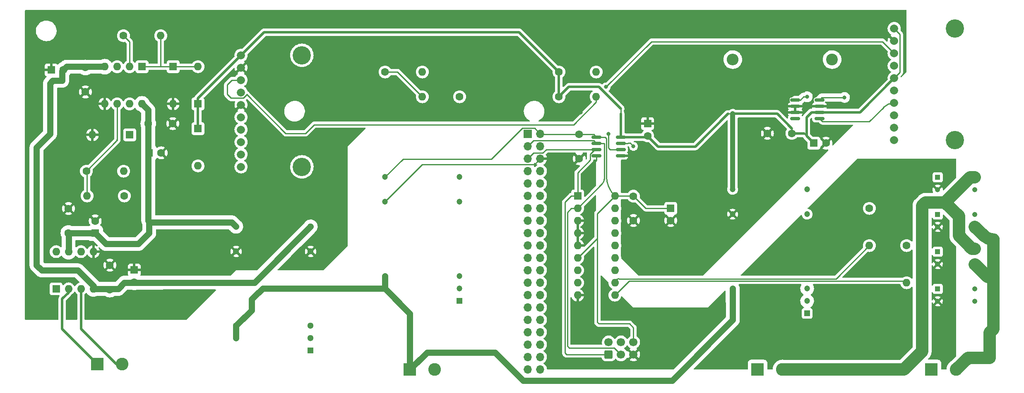
<source format=gbr>
%TF.GenerationSoftware,KiCad,Pcbnew,(6.0.5)*%
%TF.CreationDate,2022-06-27T13:36:31+02:00*%
%TF.ProjectId,VMN,564d4e2e-6b69-4636-9164-5f7063625858,rev?*%
%TF.SameCoordinates,Original*%
%TF.FileFunction,Copper,L1,Top*%
%TF.FilePolarity,Positive*%
%FSLAX46Y46*%
G04 Gerber Fmt 4.6, Leading zero omitted, Abs format (unit mm)*
G04 Created by KiCad (PCBNEW (6.0.5)) date 2022-06-27 13:36:31*
%MOMM*%
%LPD*%
G01*
G04 APERTURE LIST*
G04 Aperture macros list*
%AMRoundRect*
0 Rectangle with rounded corners*
0 $1 Rounding radius*
0 $2 $3 $4 $5 $6 $7 $8 $9 X,Y pos of 4 corners*
0 Add a 4 corners polygon primitive as box body*
4,1,4,$2,$3,$4,$5,$6,$7,$8,$9,$2,$3,0*
0 Add four circle primitives for the rounded corners*
1,1,$1+$1,$2,$3*
1,1,$1+$1,$4,$5*
1,1,$1+$1,$6,$7*
1,1,$1+$1,$8,$9*
0 Add four rect primitives between the rounded corners*
20,1,$1+$1,$2,$3,$4,$5,0*
20,1,$1+$1,$4,$5,$6,$7,0*
20,1,$1+$1,$6,$7,$8,$9,0*
20,1,$1+$1,$8,$9,$2,$3,0*%
G04 Aperture macros list end*
%TA.AperFunction,SMDPad,CuDef*%
%ADD10RoundRect,0.150000X-0.825000X-0.150000X0.825000X-0.150000X0.825000X0.150000X-0.825000X0.150000X0*%
%TD*%
%TA.AperFunction,ComponentPad*%
%ADD11R,1.600000X1.600000*%
%TD*%
%TA.AperFunction,ComponentPad*%
%ADD12C,1.600000*%
%TD*%
%TA.AperFunction,ComponentPad*%
%ADD13O,1.600000X1.600000*%
%TD*%
%TA.AperFunction,ComponentPad*%
%ADD14RoundRect,0.250000X0.600000X-0.600000X0.600000X0.600000X-0.600000X0.600000X-0.600000X-0.600000X0*%
%TD*%
%TA.AperFunction,ComponentPad*%
%ADD15C,1.700000*%
%TD*%
%TA.AperFunction,ComponentPad*%
%ADD16C,1.665000*%
%TD*%
%TA.AperFunction,ComponentPad*%
%ADD17C,3.750000*%
%TD*%
%TA.AperFunction,ComponentPad*%
%ADD18R,2.600000X2.600000*%
%TD*%
%TA.AperFunction,ComponentPad*%
%ADD19C,2.600000*%
%TD*%
%TA.AperFunction,ComponentPad*%
%ADD20R,1.200000X1.200000*%
%TD*%
%TA.AperFunction,ComponentPad*%
%ADD21C,1.200000*%
%TD*%
%TA.AperFunction,ComponentPad*%
%ADD22R,1.070000X1.070000*%
%TD*%
%TA.AperFunction,ComponentPad*%
%ADD23C,1.070000*%
%TD*%
%TA.AperFunction,ComponentPad*%
%ADD24C,2.400000*%
%TD*%
%TA.AperFunction,ComponentPad*%
%ADD25O,2.400000X2.400000*%
%TD*%
%TA.AperFunction,ComponentPad*%
%ADD26R,1.300000X1.300000*%
%TD*%
%TA.AperFunction,ComponentPad*%
%ADD27C,1.300000*%
%TD*%
%TA.AperFunction,ComponentPad*%
%ADD28R,1.700000X1.700000*%
%TD*%
%TA.AperFunction,ComponentPad*%
%ADD29O,1.700000X1.700000*%
%TD*%
%TA.AperFunction,ViaPad*%
%ADD30C,0.800000*%
%TD*%
%TA.AperFunction,Conductor*%
%ADD31C,0.250000*%
%TD*%
%TA.AperFunction,Conductor*%
%ADD32C,1.250000*%
%TD*%
%TA.AperFunction,Conductor*%
%ADD33C,0.500000*%
%TD*%
%TA.AperFunction,Conductor*%
%ADD34C,1.000000*%
%TD*%
%TA.AperFunction,Conductor*%
%ADD35C,2.500000*%
%TD*%
G04 APERTURE END LIST*
D10*
%TO.P,U7,1,VCC1*%
%TO.N,5VD*%
X157545000Y-71755000D03*
%TO.P,U7,2,SDA1*%
%TO.N,SDA1*%
X157545000Y-73025000D03*
%TO.P,U7,3,SCL1*%
%TO.N,SCL1*%
X157545000Y-74295000D03*
%TO.P,U7,4,GND1*%
%TO.N,GNDD*%
X157545000Y-75565000D03*
%TO.P,U7,5,GND2*%
%TO.N,GNDA*%
X162495000Y-75565000D03*
%TO.P,U7,6,SCL2*%
%TO.N,SCL2*%
X162495000Y-74295000D03*
%TO.P,U7,7,SDA2*%
%TO.N,SDA2*%
X162495000Y-73025000D03*
%TO.P,U7,8,VCC2*%
%TO.N,5V*%
X162495000Y-71755000D03*
%TD*%
D11*
%TO.P,C10,1*%
%TO.N,GNDA*%
X46000000Y-58000000D03*
D12*
%TO.P,C10,2*%
%TO.N,-12V*%
X48500000Y-58000000D03*
%TD*%
%TO.P,R9,1*%
%TO.N,5VD*%
X114300000Y-58420000D03*
D13*
%TO.P,R9,2*%
%TO.N,SDA1*%
X121920000Y-58420000D03*
%TD*%
D14*
%TO.P,J6,1,Pin_1*%
%TO.N,SCL1*%
X160015000Y-116322500D03*
D15*
%TO.P,J6,2,Pin_2*%
%TO.N,unconnected-(J6-Pad2)*%
X160015000Y-113782500D03*
%TO.P,J6,3,Pin_3*%
%TO.N,SDA1*%
X162555000Y-116322500D03*
%TO.P,J6,4,Pin_4*%
%TO.N,unconnected-(J6-Pad4)*%
X162555000Y-113782500D03*
%TO.P,J6,5,Pin_5*%
%TO.N,GNDD*%
X165095000Y-116322500D03*
%TO.P,J6,6,Pin_6*%
%TO.N,5VD*%
X165095000Y-113782500D03*
%TD*%
D12*
%TO.P,R3,1*%
%TO.N,Net-(R3-Pad1)*%
X60960000Y-83820000D03*
D13*
%TO.P,R3,2*%
%TO.N,Net-(R3-Pad2)*%
X53340000Y-83820000D03*
%TD*%
D12*
%TO.P,R8,1*%
%TO.N,5V*%
X149860000Y-58420000D03*
D13*
%TO.P,R8,2*%
%TO.N,SDA2*%
X157480000Y-58420000D03*
%TD*%
D16*
%TO.P,U6,1,A3*%
%TO.N,unconnected-(U6-Pad1)*%
X84836000Y-77851000D03*
%TO.P,U6,2,A2*%
%TO.N,Net-(D1-Pad2)*%
X84836000Y-75311000D03*
%TO.P,U6,3,A1*%
%TO.N,unconnected-(U6-Pad3)*%
X84836000Y-72771000D03*
%TO.P,U6,4,A0*%
%TO.N,Net-(D3-Pad2)*%
X84836000Y-70231000D03*
%TO.P,U6,5,ALRT*%
%TO.N,unconnected-(U6-Pad5)*%
X84836000Y-67691000D03*
%TO.P,U6,6,ADDR*%
%TO.N,GNDA*%
X84836000Y-65151000D03*
%TO.P,U6,7,SDA*%
%TO.N,SDA2*%
X84836000Y-62611000D03*
%TO.P,U6,8,SCL*%
%TO.N,SCL2*%
X84836000Y-60071000D03*
%TO.P,U6,9,GND*%
%TO.N,GNDA*%
X84836000Y-57531000D03*
%TO.P,U6,10,VDD*%
%TO.N,5V*%
X84836000Y-54991000D03*
D17*
%TO.P,U6,MH1,MH1*%
%TO.N,unconnected-(U6-PadMH1)*%
X97282000Y-54991000D03*
%TO.P,U6,MH2,MH2*%
%TO.N,unconnected-(U6-PadMH2)*%
X97282000Y-77851000D03*
%TD*%
D11*
%TO.P,C9,1*%
%TO.N,12V*%
X66000000Y-75000000D03*
D12*
%TO.P,C9,2*%
%TO.N,GNDA*%
X68500000Y-75000000D03*
%TD*%
D11*
%TO.P,D4,1,K*%
%TO.N,Net-(D3-Pad2)*%
X70940000Y-57330000D03*
D13*
%TO.P,D4,2,A*%
%TO.N,GNDA*%
X70940000Y-64950000D03*
%TD*%
D11*
%TO.P,U3,1*%
%TO.N,Net-(D3-Pad2)*%
X64580000Y-57340000D03*
D13*
%TO.P,U3,2,-*%
%TO.N,Net-(R4-Pad1)*%
X62040000Y-57340000D03*
%TO.P,U3,3,+*%
%TO.N,Net-(R3-Pad1)*%
X59500000Y-57340000D03*
%TO.P,U3,4,V-*%
%TO.N,-12V*%
X56960000Y-57340000D03*
%TO.P,U3,5,+*%
%TO.N,GNDA*%
X56960000Y-64960000D03*
%TO.P,U3,6,-*%
%TO.N,Net-(R3-Pad2)*%
X59500000Y-64960000D03*
%TO.P,U3,7*%
%TO.N,Net-(D1-Pad2)*%
X62040000Y-64960000D03*
%TO.P,U3,8,V+*%
%TO.N,12V*%
X64580000Y-64960000D03*
%TD*%
D11*
%TO.P,U2,1,SCL*%
%TO.N,SCL1*%
X153680000Y-83830000D03*
D13*
%TO.P,U2,2,SDA*%
%TO.N,SDA1*%
X153680000Y-86370000D03*
%TO.P,U2,3,A2*%
%TO.N,GNDD*%
X153680000Y-88910000D03*
%TO.P,U2,4,A1*%
X153680000Y-91450000D03*
%TO.P,U2,5,A0*%
X153680000Y-93990000D03*
%TO.P,U2,6,~{RESET}*%
%TO.N,5VD*%
X153680000Y-96530000D03*
%TO.P,U2,7,NC*%
%TO.N,unconnected-(U2-Pad7)*%
X153680000Y-99070000D03*
%TO.P,U2,8,INT*%
%TO.N,unconnected-(U2-Pad8)*%
X153680000Y-101610000D03*
%TO.P,U2,9,VSS*%
%TO.N,GNDD*%
X153680000Y-104150000D03*
%TO.P,U2,10,GP0*%
%TO.N,Net-(R1-Pad2)*%
X161300000Y-104150000D03*
%TO.P,U2,11,GP1*%
%TO.N,Net-(R2-Pad2)*%
X161300000Y-101610000D03*
%TO.P,U2,12,GP2*%
%TO.N,unconnected-(U2-Pad12)*%
X161300000Y-99070000D03*
%TO.P,U2,13,GP3*%
%TO.N,unconnected-(U2-Pad13)*%
X161300000Y-96530000D03*
%TO.P,U2,14,GP4*%
%TO.N,unconnected-(U2-Pad14)*%
X161300000Y-93990000D03*
%TO.P,U2,15,GP5*%
%TO.N,unconnected-(U2-Pad15)*%
X161300000Y-91450000D03*
%TO.P,U2,16,GP6*%
%TO.N,unconnected-(U2-Pad16)*%
X161300000Y-88910000D03*
%TO.P,U2,17,GP7*%
%TO.N,unconnected-(U2-Pad17)*%
X161300000Y-86370000D03*
%TO.P,U2,18,VDD*%
%TO.N,5VD*%
X161300000Y-83830000D03*
%TD*%
D18*
%TO.P,J2,1,Pin_1*%
%TO.N,Net-(J2-Pad1)*%
X55455000Y-118305000D03*
D19*
%TO.P,J2,2,Pin_2*%
%TO.N,Net-(J2-Pad2)*%
X60535000Y-118305000D03*
%TD*%
D12*
%TO.P,C5,1*%
%TO.N,12V*%
X49530000Y-91400000D03*
%TO.P,C5,2*%
%TO.N,GNDA*%
X49530000Y-86400000D03*
%TD*%
D20*
%TO.P,Alim_5V_ina282_iso1,1,REMOTE_ON/OFF*%
%TO.N,unconnected-(Alim_5V_ina282_iso1-Pad1)*%
X200630000Y-107880000D03*
D21*
%TO.P,Alim_5V_ina282_iso1,2,-VIN_(GND)_1*%
%TO.N,GNDPWR*%
X200630000Y-105340000D03*
%TO.P,Alim_5V_ina282_iso1,3,-VIN_(GND)_2*%
X200630000Y-102800000D03*
%TO.P,Alim_5V_ina282_iso1,9,NC*%
%TO.N,unconnected-(Alim_5V_ina282_iso1-Pad9)*%
X200630000Y-87560000D03*
%TO.P,Alim_5V_ina282_iso1,11,NC.*%
%TO.N,unconnected-(Alim_5V_ina282_iso1-Pad11)*%
X200630000Y-82480000D03*
%TO.P,Alim_5V_ina282_iso1,14,+VOUT*%
%TO.N,5V*%
X185390000Y-82480000D03*
%TO.P,Alim_5V_ina282_iso1,16,-VOUT*%
%TO.N,GNDA*%
X185390000Y-87560000D03*
%TO.P,Alim_5V_ina282_iso1,22,+VIN_(VCC)_1*%
%TO.N,+12.5V*%
X185390000Y-102800000D03*
%TO.P,Alim_5V_ina282_iso1,23,+VIN_(VCC)_2*%
X185390000Y-105340000D03*
%TD*%
D12*
%TO.P,C4,1*%
%TO.N,-12V*%
X58000000Y-103000000D03*
%TO.P,C4,2*%
%TO.N,GNDA*%
X58000000Y-98000000D03*
%TD*%
%TO.P,C1,1*%
%TO.N,5VD*%
X165100000Y-83860000D03*
%TO.P,C1,2*%
%TO.N,GNDA*%
X165100000Y-88860000D03*
%TD*%
%TO.P,R10,1*%
%TO.N,SCL1*%
X129540000Y-63500000D03*
D13*
%TO.P,R10,2*%
%TO.N,5VD*%
X121920000Y-63500000D03*
%TD*%
D11*
%TO.P,C13,1*%
%TO.N,GNDA*%
X168000000Y-69000000D03*
D12*
%TO.P,C13,2*%
%TO.N,5V*%
X168000000Y-71500000D03*
%TD*%
D18*
%TO.P,J1,1,Pin_1*%
%TO.N,B*%
X226060000Y-119380000D03*
D19*
%TO.P,J1,2,Pin_2*%
%TO.N,A*%
X231140000Y-119380000D03*
%TD*%
D18*
%TO.P,J3,1,Pin_1*%
%TO.N,Net-(J3-Pad1)*%
X190500000Y-119380000D03*
D19*
%TO.P,J3,2,Pin_2*%
%TO.N,Net-(J3-Pad2)*%
X195580000Y-119380000D03*
%TD*%
D12*
%TO.P,R7,1*%
%TO.N,5V*%
X149860000Y-63500000D03*
D13*
%TO.P,R7,2*%
%TO.N,SCL2*%
X157480000Y-63500000D03*
%TD*%
D11*
%TO.P,U1,1,Rg*%
%TO.N,unconnected-(U1-Pad1)*%
X47000000Y-102860000D03*
D13*
%TO.P,U1,2,-*%
%TO.N,Net-(J2-Pad1)*%
X49540000Y-102860000D03*
%TO.P,U1,3,+*%
%TO.N,Net-(J2-Pad2)*%
X52080000Y-102860000D03*
%TO.P,U1,4,V-*%
%TO.N,-12V*%
X54620000Y-102860000D03*
%TO.P,U1,5,Ref*%
%TO.N,GNDA*%
X54620000Y-95240000D03*
%TO.P,U1,6*%
%TO.N,Net-(R3-Pad1)*%
X52080000Y-95240000D03*
%TO.P,U1,7,V+*%
%TO.N,12V*%
X49540000Y-95240000D03*
%TO.P,U1,8,Rg*%
%TO.N,unconnected-(U1-Pad8)*%
X47000000Y-95240000D03*
%TD*%
D16*
%TO.P,U5,1,A3*%
%TO.N,unconnected-(U5-Pad1)*%
X218440000Y-72390000D03*
%TO.P,U5,2,A2*%
%TO.N,unconnected-(U5-Pad2)*%
X218440000Y-69850000D03*
%TO.P,U5,3,A1*%
%TO.N,unconnected-(U5-Pad3)*%
X218440000Y-67310000D03*
%TO.P,U5,4,A0*%
%TO.N,Net-(U4-Pad5)*%
X218440000Y-64770000D03*
%TO.P,U5,5,ALRT*%
%TO.N,unconnected-(U5-Pad5)*%
X218440000Y-62230000D03*
%TO.P,U5,6,ADDR*%
%TO.N,5V*%
X218440000Y-59690000D03*
%TO.P,U5,7,SDA*%
%TO.N,SDA2*%
X218440000Y-57150000D03*
%TO.P,U5,8,SCL*%
%TO.N,SCL2*%
X218440000Y-54610000D03*
%TO.P,U5,9,GND*%
%TO.N,GNDA*%
X218440000Y-52070000D03*
%TO.P,U5,10,VDD*%
%TO.N,5V*%
X218440000Y-49530000D03*
D17*
%TO.P,U5,MH1,MH1*%
%TO.N,unconnected-(U5-PadMH1)*%
X230886000Y-49530000D03*
%TO.P,U5,MH2,MH2*%
%TO.N,unconnected-(U5-PadMH2)*%
X230886000Y-72390000D03*
%TD*%
D22*
%TO.P,K1,1,1*%
%TO.N,Net-(K1-Pad1)*%
X227330000Y-102870000D03*
D23*
%TO.P,K1,2,2*%
%TO.N,GNDD*%
X227330000Y-105410000D03*
%TO.P,K1,3,3*%
%TO.N,B*%
X234950000Y-105410000D03*
%TO.P,K1,4,4*%
%TO.N,Net-(K1-Pad4)*%
X234950000Y-102870000D03*
%TD*%
D11*
%TO.P,D1,1,K*%
%TO.N,5V*%
X76020000Y-70030000D03*
D13*
%TO.P,D1,2,A*%
%TO.N,Net-(D1-Pad2)*%
X76020000Y-77650000D03*
%TD*%
D11*
%TO.P,D3,1,K*%
%TO.N,5V*%
X76020000Y-64950000D03*
D13*
%TO.P,D3,2,A*%
%TO.N,Net-(D3-Pad2)*%
X76020000Y-57330000D03*
%TD*%
D22*
%TO.P,K2,1,1*%
%TO.N,Net-(K1-Pad1)*%
X227330000Y-95250000D03*
D23*
%TO.P,K2,2,2*%
%TO.N,GNDD*%
X227330000Y-97790000D03*
%TO.P,K2,3,3*%
%TO.N,A*%
X234950000Y-97790000D03*
%TO.P,K2,4,4*%
%TO.N,Net-(J3-Pad2)*%
X234950000Y-95250000D03*
%TD*%
D22*
%TO.P,K4,1,1*%
%TO.N,Net-(K3-Pad1)*%
X227330000Y-80010000D03*
D23*
%TO.P,K4,2,2*%
%TO.N,GNDD*%
X227330000Y-82550000D03*
%TO.P,K4,3,3*%
%TO.N,B*%
X234950000Y-82550000D03*
%TO.P,K4,4,4*%
%TO.N,Net-(J3-Pad2)*%
X234950000Y-80010000D03*
%TD*%
D12*
%TO.P,R2,1*%
%TO.N,Net-(K3-Pad1)*%
X213360000Y-86360000D03*
D13*
%TO.P,R2,2*%
%TO.N,Net-(R2-Pad2)*%
X213360000Y-93980000D03*
%TD*%
D10*
%TO.P,U4,1,-*%
%TO.N,Net-(J3-Pad1)*%
X198185000Y-64135000D03*
%TO.P,U4,2,GND*%
%TO.N,GNDA*%
X198185000Y-65405000D03*
%TO.P,U4,3,REF2*%
X198185000Y-66675000D03*
%TO.P,U4,4,NC*%
%TO.N,unconnected-(U4-Pad4)*%
X198185000Y-67945000D03*
%TO.P,U4,5*%
%TO.N,Net-(U4-Pad5)*%
X203135000Y-67945000D03*
%TO.P,U4,6,V+*%
%TO.N,5V*%
X203135000Y-66675000D03*
%TO.P,U4,7,REF1*%
%TO.N,GNDA*%
X203135000Y-65405000D03*
%TO.P,U4,8,+*%
%TO.N,Net-(K1-Pad4)*%
X203135000Y-64135000D03*
%TD*%
D12*
%TO.P,C7,1*%
%TO.N,12V*%
X65860000Y-69000000D03*
%TO.P,C7,2*%
%TO.N,GNDA*%
X70860000Y-69000000D03*
%TD*%
%TO.P,R1,1*%
%TO.N,Net-(K1-Pad1)*%
X220980000Y-93980000D03*
D13*
%TO.P,R1,2*%
%TO.N,Net-(R1-Pad2)*%
X220980000Y-101600000D03*
%TD*%
D12*
%TO.P,C8,1*%
%TO.N,-12V*%
X53000000Y-57500000D03*
%TO.P,C8,2*%
%TO.N,GNDA*%
X53000000Y-62500000D03*
%TD*%
D20*
%TO.P,Alim_5V_Digital_rasp_iso1540_mcp1,1,REMOTE_ON/OFF*%
%TO.N,unconnected-(Alim_5V_Digital_rasp_iso1540_mcp1-Pad1)*%
X129510000Y-105340000D03*
D21*
%TO.P,Alim_5V_Digital_rasp_iso1540_mcp1,2,-VIN_(GND)_1*%
%TO.N,GNDPWR*%
X129510000Y-102800000D03*
%TO.P,Alim_5V_Digital_rasp_iso1540_mcp1,3,-VIN_(GND)_2*%
X129510000Y-100260000D03*
%TO.P,Alim_5V_Digital_rasp_iso1540_mcp1,9,NC*%
%TO.N,unconnected-(Alim_5V_Digital_rasp_iso1540_mcp1-Pad9)*%
X129510000Y-85020000D03*
%TO.P,Alim_5V_Digital_rasp_iso1540_mcp1,11,NC.*%
%TO.N,unconnected-(Alim_5V_Digital_rasp_iso1540_mcp1-Pad11)*%
X129510000Y-79940000D03*
%TO.P,Alim_5V_Digital_rasp_iso1540_mcp1,14,+VOUT*%
%TO.N,5VD*%
X114270000Y-79940000D03*
%TO.P,Alim_5V_Digital_rasp_iso1540_mcp1,16,-VOUT*%
%TO.N,GNDD*%
X114270000Y-85020000D03*
%TO.P,Alim_5V_Digital_rasp_iso1540_mcp1,22,+VIN_(VCC)_1*%
%TO.N,+12.5V*%
X114270000Y-100260000D03*
%TO.P,Alim_5V_Digital_rasp_iso1540_mcp1,23,+VIN_(VCC)_2*%
X114270000Y-102800000D03*
%TD*%
D24*
%TO.P,R6,1*%
%TO.N,Net-(K1-Pad4)*%
X205740000Y-55880000D03*
D25*
%TO.P,R6,2*%
%TO.N,Net-(J3-Pad1)*%
X185420000Y-55880000D03*
%TD*%
D11*
%TO.P,C3,1*%
%TO.N,12V*%
X55000000Y-91440000D03*
D12*
%TO.P,C3,2*%
%TO.N,GNDA*%
X55000000Y-88940000D03*
%TD*%
%TO.P,R4,1*%
%TO.N,Net-(R4-Pad1)*%
X60780000Y-50980000D03*
D13*
%TO.P,R4,2*%
%TO.N,Net-(D3-Pad2)*%
X68400000Y-50980000D03*
%TD*%
D12*
%TO.P,C12,1*%
%TO.N,5V*%
X197500000Y-71000000D03*
%TO.P,C12,2*%
%TO.N,GNDA*%
X192500000Y-71000000D03*
%TD*%
%TO.P,C14,1*%
%TO.N,GNDD*%
X154000000Y-76200000D03*
%TO.P,C14,2*%
%TO.N,5VD*%
X154000000Y-71200000D03*
%TD*%
%TO.P,R5,1*%
%TO.N,Net-(R3-Pad2)*%
X53190000Y-78740000D03*
D13*
%TO.P,R5,2*%
%TO.N,Net-(D1-Pad2)*%
X60810000Y-78740000D03*
%TD*%
D11*
%TO.P,D2,1,K*%
%TO.N,Net-(D1-Pad2)*%
X62050000Y-71300000D03*
D13*
%TO.P,D2,2,A*%
%TO.N,GNDA*%
X54430000Y-71300000D03*
%TD*%
D26*
%TO.P,Alim_analog_Vmn1,1,ON/OFF*%
%TO.N,unconnected-(Alim_analog_Vmn1-Pad1)*%
X99060000Y-115500000D03*
D27*
%TO.P,Alim_analog_Vmn1,2,-VIN(GND)*%
%TO.N,GNDPWR*%
X99060000Y-112960000D03*
%TO.P,Alim_analog_Vmn1,3,-VIN(GND)*%
X99060000Y-110420000D03*
%TO.P,Alim_analog_Vmn1,9,COMMON*%
%TO.N,GNDA*%
X99060000Y-95180000D03*
%TO.P,Alim_analog_Vmn1,11,-VOUT*%
%TO.N,-12V*%
X99060000Y-90100000D03*
%TO.P,Alim_analog_Vmn1,14,+VOUT*%
%TO.N,12V*%
X83820000Y-90100000D03*
%TO.P,Alim_analog_Vmn1,16,COMMON*%
%TO.N,GNDA*%
X83820000Y-95180000D03*
%TO.P,Alim_analog_Vmn1,22,+VIN(VCC)*%
%TO.N,+12.5V*%
X83820000Y-110420000D03*
%TO.P,Alim_analog_Vmn1,23,+VIN(VCC)*%
X83820000Y-112960000D03*
%TD*%
D18*
%TO.P,J5,1,Pin_1*%
%TO.N,+12.5V*%
X119380000Y-119380000D03*
D19*
%TO.P,J5,2,Pin_2*%
%TO.N,GNDPWR*%
X124460000Y-119380000D03*
%TD*%
D11*
%TO.P,C6,1*%
%TO.N,GNDA*%
X63000000Y-99000000D03*
D12*
%TO.P,C6,2*%
%TO.N,-12V*%
X63000000Y-101500000D03*
%TD*%
D11*
%TO.P,C2,1*%
%TO.N,5VD*%
X172720000Y-86360000D03*
D12*
%TO.P,C2,2*%
%TO.N,GNDA*%
X172720000Y-88860000D03*
%TD*%
D22*
%TO.P,K3,1,1*%
%TO.N,Net-(K3-Pad1)*%
X227330000Y-87630000D03*
D23*
%TO.P,K3,2,2*%
%TO.N,GNDD*%
X227330000Y-90170000D03*
%TO.P,K3,3,3*%
%TO.N,A*%
X234950000Y-90170000D03*
%TO.P,K3,4,4*%
%TO.N,Net-(K1-Pad4)*%
X234950000Y-87630000D03*
%TD*%
D11*
%TO.P,C11,1*%
%TO.N,5V*%
X202000000Y-73000000D03*
D12*
%TO.P,C11,2*%
%TO.N,GNDA*%
X204500000Y-73000000D03*
%TD*%
D28*
%TO.P,J4,1,3V3*%
%TO.N,unconnected-(J4-Pad1)*%
X143510000Y-71120000D03*
D29*
%TO.P,J4,2,5V*%
%TO.N,5VD*%
X146050000Y-71120000D03*
%TO.P,J4,3,SDA/GPIO2*%
%TO.N,SDA1*%
X143510000Y-73660000D03*
%TO.P,J4,4,5V*%
%TO.N,unconnected-(J4-Pad4)*%
X146050000Y-73660000D03*
%TO.P,J4,5,SCL/GPIO3*%
%TO.N,SCL1*%
X143510000Y-76200000D03*
%TO.P,J4,6,GND*%
%TO.N,GNDD*%
X146050000Y-76200000D03*
%TO.P,J4,7,GCLK0/GPIO4*%
%TO.N,unconnected-(J4-Pad7)*%
X143510000Y-78740000D03*
%TO.P,J4,8,GPIO14/TXD*%
%TO.N,unconnected-(J4-Pad8)*%
X146050000Y-78740000D03*
%TO.P,J4,9,GND*%
%TO.N,unconnected-(J4-Pad9)*%
X143510000Y-81280000D03*
%TO.P,J4,10,GPIO15/RXD*%
%TO.N,unconnected-(J4-Pad10)*%
X146050000Y-81280000D03*
%TO.P,J4,11,GPIO17*%
%TO.N,unconnected-(J4-Pad11)*%
X143510000Y-83820000D03*
%TO.P,J4,12,GPIO18/PWM0*%
%TO.N,unconnected-(J4-Pad12)*%
X146050000Y-83820000D03*
%TO.P,J4,13,GPIO27*%
%TO.N,unconnected-(J4-Pad13)*%
X143510000Y-86360000D03*
%TO.P,J4,14,GND*%
%TO.N,unconnected-(J4-Pad14)*%
X146050000Y-86360000D03*
%TO.P,J4,15,GPIO22*%
%TO.N,unconnected-(J4-Pad15)*%
X143510000Y-88900000D03*
%TO.P,J4,16,GPIO23*%
%TO.N,unconnected-(J4-Pad16)*%
X146050000Y-88900000D03*
%TO.P,J4,17,3V3*%
%TO.N,unconnected-(J4-Pad17)*%
X143510000Y-91440000D03*
%TO.P,J4,18,GPIO24*%
%TO.N,unconnected-(J4-Pad18)*%
X146050000Y-91440000D03*
%TO.P,J4,19,MOSI0/GPIO10*%
%TO.N,unconnected-(J4-Pad19)*%
X143510000Y-93980000D03*
%TO.P,J4,20,GND*%
%TO.N,unconnected-(J4-Pad20)*%
X146050000Y-93980000D03*
%TO.P,J4,21,MISO0/GPIO9*%
%TO.N,unconnected-(J4-Pad21)*%
X143510000Y-96520000D03*
%TO.P,J4,22,GPIO25*%
%TO.N,unconnected-(J4-Pad22)*%
X146050000Y-96520000D03*
%TO.P,J4,23,SCLK0/GPIO11*%
%TO.N,unconnected-(J4-Pad23)*%
X143510000Y-99060000D03*
%TO.P,J4,24,~{CE0}/GPIO8*%
%TO.N,unconnected-(J4-Pad24)*%
X146050000Y-99060000D03*
%TO.P,J4,25,GND*%
%TO.N,unconnected-(J4-Pad25)*%
X143510000Y-101600000D03*
%TO.P,J4,26,~{CE1}/GPIO7*%
%TO.N,unconnected-(J4-Pad26)*%
X146050000Y-101600000D03*
%TO.P,J4,27,ID_SD/GPIO0*%
%TO.N,unconnected-(J4-Pad27)*%
X143510000Y-104140000D03*
%TO.P,J4,28,ID_SC/GPIO1*%
%TO.N,unconnected-(J4-Pad28)*%
X146050000Y-104140000D03*
%TO.P,J4,29,GCLK1/GPIO5*%
%TO.N,unconnected-(J4-Pad29)*%
X143510000Y-106680000D03*
%TO.P,J4,30,GND*%
%TO.N,unconnected-(J4-Pad30)*%
X146050000Y-106680000D03*
%TO.P,J4,31,GCLK2/GPIO6*%
%TO.N,unconnected-(J4-Pad31)*%
X143510000Y-109220000D03*
%TO.P,J4,32,PWM0/GPIO12*%
%TO.N,unconnected-(J4-Pad32)*%
X146050000Y-109220000D03*
%TO.P,J4,33,PWM1/GPIO13*%
%TO.N,unconnected-(J4-Pad33)*%
X143510000Y-111760000D03*
%TO.P,J4,34,GND*%
%TO.N,unconnected-(J4-Pad34)*%
X146050000Y-111760000D03*
%TO.P,J4,35,GPIO19/MISO1*%
%TO.N,unconnected-(J4-Pad35)*%
X143510000Y-114300000D03*
%TO.P,J4,36,GPIO16*%
%TO.N,unconnected-(J4-Pad36)*%
X146050000Y-114300000D03*
%TO.P,J4,37,GPIO26*%
%TO.N,unconnected-(J4-Pad37)*%
X143510000Y-116840000D03*
%TO.P,J4,38,GPIO20/MOSI1*%
%TO.N,unconnected-(J4-Pad38)*%
X146050000Y-116840000D03*
%TO.P,J4,39,GND*%
%TO.N,unconnected-(J4-Pad39)*%
X143510000Y-119380000D03*
%TO.P,J4,40,GPIO21/SCLK1*%
%TO.N,unconnected-(J4-Pad40)*%
X146050000Y-119380000D03*
%TD*%
D30*
%TO.N,GNDD*%
X193040000Y-106680000D03*
X213360000Y-111760000D03*
X154940000Y-81280000D03*
%TO.N,GNDA*%
X71120000Y-106680000D03*
X154305000Y-66675000D03*
X144780000Y-50800000D03*
X136525000Y-61595000D03*
X50800000Y-106680000D03*
X48260000Y-50800000D03*
X210820000Y-63500000D03*
X43180000Y-106680000D03*
X91440000Y-52000000D03*
X170180000Y-63500000D03*
X205740000Y-48260000D03*
%TO.N,Net-(J3-Pad1)*%
X200660000Y-63500000D03*
%TO.N,Net-(K1-Pad4)*%
X208280000Y-63639989D03*
%TO.N,SCL2*%
X160020000Y-71120000D03*
X159517701Y-61482299D03*
%TO.N,SDA2*%
X165100000Y-73660000D03*
%TD*%
D31*
%TO.N,5VD*%
X116840000Y-58420000D02*
X121920000Y-63500000D01*
X144875489Y-69945489D02*
X142335489Y-69945489D01*
X165095000Y-113782500D02*
X165095000Y-110782500D01*
X157707897Y-92502103D02*
X157707897Y-87422103D01*
X172720000Y-86360000D02*
X167640000Y-86360000D01*
X153680000Y-96530000D02*
X157707897Y-92502103D01*
X159277759Y-71755000D02*
X159570480Y-72047721D01*
X114300000Y-58420000D02*
X116840000Y-58420000D01*
X152400000Y-71200000D02*
X146243137Y-71200000D01*
X142335489Y-69945489D02*
X136023385Y-76257593D01*
X157707897Y-87422103D02*
X161300000Y-83830000D01*
X152400000Y-71200000D02*
X156937471Y-71200000D01*
X146050000Y-71120000D02*
X144875489Y-69945489D01*
X161310000Y-83820000D02*
X161300000Y-83830000D01*
X157545000Y-71755000D02*
X157027143Y-71237143D01*
X157545000Y-71755000D02*
X159277759Y-71755000D01*
X136023385Y-76257593D02*
X117952407Y-76257593D01*
X158000000Y-110000000D02*
X157707897Y-109707897D01*
X114270000Y-79940000D02*
X117952407Y-76257593D01*
X157707897Y-109707897D02*
X157707897Y-89127897D01*
X159570480Y-72047721D02*
X159570480Y-79654570D01*
X165100000Y-83820000D02*
X161310000Y-83820000D01*
X164312500Y-110000000D02*
X158000000Y-110000000D01*
X167640000Y-86360000D02*
X165100000Y-83820000D01*
X165095000Y-110782500D02*
X164312500Y-110000000D01*
X157027154Y-71237132D02*
G75*
G03*
X156937471Y-71200000I-89654J-89668D01*
G01*
X146049989Y-71120011D02*
G75*
G03*
X146243137Y-71200000I193111J193111D01*
G01*
X161299991Y-83830009D02*
G75*
G02*
X159570480Y-79654570I4175409J4175409D01*
G01*
%TO.N,GNDD*%
X114270000Y-85020000D02*
X121915489Y-77374511D01*
X154940000Y-79115000D02*
X154940000Y-81280000D01*
X157545000Y-76510000D02*
X154940000Y-79115000D01*
X157545000Y-75565000D02*
X157545000Y-76510000D01*
X121915489Y-77374511D02*
X144875489Y-77374511D01*
X144875489Y-77374511D02*
X146050000Y-76200000D01*
D32*
%TO.N,+12.5V*%
X89258458Y-102800000D02*
X114270000Y-102800000D01*
X114270000Y-102800000D02*
X119380000Y-107910000D01*
X114270000Y-102800000D02*
X114270000Y-100260000D01*
X122862134Y-115897866D02*
X136811221Y-115897866D01*
X136811221Y-115897866D02*
X142567866Y-121654511D01*
X119380000Y-119380000D02*
X119380000Y-107910000D01*
X88448938Y-103609520D02*
X89258458Y-102800000D01*
X83820000Y-112960000D02*
X83820000Y-110420000D01*
X88390480Y-103609520D02*
X88448938Y-103609520D01*
X87000000Y-105000000D02*
X88390480Y-103609520D01*
X87000000Y-107240000D02*
X87000000Y-105000000D01*
X119380000Y-119380000D02*
X122862134Y-115897866D01*
X185390000Y-105340000D02*
X185390000Y-102800000D01*
X172985489Y-121654511D02*
X185420000Y-109220000D01*
X83820000Y-110420000D02*
X87000000Y-107240000D01*
X185420000Y-109220000D02*
X185420000Y-105412426D01*
X142567866Y-121654511D02*
X172985489Y-121654511D01*
X185390008Y-105339992D02*
G75*
G02*
X185420000Y-105412426I-72408J-72408D01*
G01*
D33*
%TO.N,5V*%
X162495000Y-71755000D02*
X168235000Y-71755000D01*
X202000000Y-73000000D02*
X200500000Y-71500000D01*
X197500000Y-71000000D02*
X200000000Y-71000000D01*
X158000000Y-61468000D02*
X151892000Y-61468000D01*
X162495000Y-66924700D02*
X162495000Y-71755000D01*
X149860000Y-63500000D02*
X149860000Y-58420000D01*
X177760001Y-73700000D02*
X184460001Y-67000000D01*
D31*
X200000000Y-71000000D02*
X200500000Y-71500000D01*
D33*
X200500000Y-71500000D02*
X200500000Y-67716964D01*
D31*
X218440000Y-59690000D02*
X219597011Y-58532989D01*
D33*
X76020000Y-64950000D02*
X76020000Y-70030000D01*
X151892000Y-61468000D02*
X149860000Y-63500000D01*
X211455000Y-66675000D02*
X218440000Y-59690000D01*
D31*
X158000000Y-61468000D02*
X158038300Y-61468000D01*
D34*
X185420000Y-82407574D02*
X185420000Y-67000000D01*
D31*
X197500000Y-70000000D02*
X197500000Y-71000000D01*
D33*
X203135000Y-66675000D02*
X211455000Y-66675000D01*
X194500000Y-67000000D02*
X197500000Y-70000000D01*
X89571511Y-50255489D02*
X84836000Y-54991000D01*
X141695489Y-50255489D02*
X89571511Y-50255489D01*
X185420000Y-67000000D02*
X194500000Y-67000000D01*
D31*
X184460001Y-67000000D02*
X185420000Y-67000000D01*
X219597011Y-50687011D02*
X218440000Y-49530000D01*
D33*
X149860000Y-58420000D02*
X141695489Y-50255489D01*
X170180000Y-73700000D02*
X177760001Y-73700000D01*
D31*
X162495000Y-65924700D02*
X162495000Y-66924700D01*
D33*
X76020000Y-63807000D02*
X76020000Y-64950000D01*
X84836000Y-54991000D02*
X76020000Y-63807000D01*
X158038300Y-61468000D02*
X162495000Y-65924700D01*
X201541964Y-66675000D02*
X203135000Y-66675000D01*
X168235000Y-71755000D02*
X170180000Y-73700000D01*
D31*
X219597011Y-58532989D02*
X219597011Y-50687011D01*
D33*
X200500000Y-67716964D02*
X201541964Y-66675000D01*
D31*
X185419989Y-82407574D02*
G75*
G02*
X185390000Y-82480000I-102389J-26D01*
G01*
%TO.N,GNDA*%
X198185000Y-65405000D02*
X203135000Y-65405000D01*
D32*
%TO.N,-12V*%
X54620000Y-102254065D02*
X54620000Y-102860000D01*
X54620000Y-102860000D02*
X59700000Y-102860000D01*
X45760000Y-71120000D02*
X43000000Y-73880000D01*
X56960000Y-57340000D02*
X49160000Y-57340000D01*
X51425935Y-99060000D02*
X54620000Y-102254065D01*
X48224511Y-60224511D02*
X46275489Y-60224511D01*
X87600000Y-101560000D02*
X99060000Y-90100000D01*
X43000000Y-98000000D02*
X44060000Y-99060000D01*
X44060000Y-99060000D02*
X51425935Y-99060000D01*
X48224511Y-58275489D02*
X48224511Y-60224511D01*
X68540000Y-101600000D02*
X68580000Y-101560000D01*
X59700000Y-102860000D02*
X60960000Y-101600000D01*
X45760000Y-60740000D02*
X45760000Y-71120000D01*
X68580000Y-101560000D02*
X87600000Y-101560000D01*
X46275489Y-60224511D02*
X45760000Y-60740000D01*
X43000000Y-73880000D02*
X43000000Y-98000000D01*
X60960000Y-101600000D02*
X68540000Y-101600000D01*
X49160000Y-57340000D02*
X48224511Y-58275489D01*
%TO.N,12V*%
X65860000Y-78920000D02*
X65860000Y-71300000D01*
X66040000Y-89390000D02*
X66214511Y-89215489D01*
X65860000Y-88860978D02*
X66214511Y-89215489D01*
X65860000Y-71300000D02*
X65860000Y-66240000D01*
X66214511Y-89215489D02*
X82935489Y-89215489D01*
X65860000Y-78920000D02*
X65860000Y-88860978D01*
X57224511Y-93664511D02*
X63815489Y-93664511D01*
X82935489Y-89215489D02*
X83820000Y-90100000D01*
X49570000Y-91440000D02*
X55000000Y-91440000D01*
X66040000Y-91440000D02*
X66040000Y-89390000D01*
X49540000Y-95240000D02*
X49540000Y-91410000D01*
X55000000Y-91440000D02*
X57224511Y-93664511D01*
X65860000Y-66240000D02*
X64580000Y-64960000D01*
X63815489Y-93664511D02*
X66040000Y-91440000D01*
X49570000Y-91440000D02*
G75*
G02*
X49530000Y-91400000I0J40000D01*
G01*
X49530000Y-91400000D02*
G75*
G02*
X49540000Y-91410000I0J-10000D01*
G01*
D31*
%TO.N,Net-(D3-Pad2)*%
X64590000Y-57330000D02*
X64580000Y-57340000D01*
X68400000Y-57330000D02*
X70940000Y-57330000D01*
X68400000Y-50980000D02*
X68400000Y-57330000D01*
X76020000Y-57330000D02*
X64590000Y-57330000D01*
D35*
%TO.N,A*%
X238000000Y-117000000D02*
X238000000Y-111853753D01*
X238000000Y-111853753D02*
X238760000Y-111093753D01*
X237534511Y-100374511D02*
X234994511Y-97834511D01*
X231140000Y-119380000D02*
X233520000Y-117000000D01*
X236667959Y-91887959D02*
X234950000Y-90170000D01*
X233520000Y-117000000D02*
X238000000Y-117000000D01*
X238760000Y-111093753D02*
X238760000Y-92754511D01*
X234994511Y-97834511D02*
X234950000Y-97834511D01*
X236667955Y-91887963D02*
G75*
G03*
X238760000Y-92754511I2092045J2092063D01*
G01*
D33*
%TO.N,Net-(J2-Pad1)*%
X55455000Y-118305000D02*
X48260000Y-111110000D01*
X48260000Y-111110000D02*
X48260000Y-104880000D01*
X48260000Y-104880000D02*
X49540000Y-103600000D01*
X49540000Y-103600000D02*
X49540000Y-102860000D01*
%TO.N,Net-(J2-Pad2)*%
X52080000Y-111080000D02*
X52080000Y-102860000D01*
X59305000Y-118305000D02*
X52080000Y-111080000D01*
X60535000Y-118305000D02*
X59305000Y-118305000D01*
D31*
%TO.N,Net-(J3-Pad1)*%
X199268179Y-64135000D02*
X199903164Y-63500015D01*
X198185000Y-64135000D02*
X199268179Y-64135000D01*
X200633564Y-63500000D02*
X199903164Y-63500015D01*
X200660000Y-63500000D02*
X200633564Y-63500000D01*
D35*
%TO.N,Net-(J3-Pad2)*%
X224845489Y-85145489D02*
X224129511Y-85861467D01*
X234950000Y-80010000D02*
X233976370Y-80010000D01*
X231666050Y-87970658D02*
X231666050Y-91966050D01*
X224129511Y-85861467D02*
X224129511Y-115668305D01*
X228840881Y-85145489D02*
X224845489Y-85145489D01*
X234334991Y-94634991D02*
X234950000Y-94634991D01*
X233976370Y-80010000D02*
X228840881Y-85145489D01*
X231666050Y-91966050D02*
X234334991Y-94634991D01*
X228840881Y-85145489D02*
X231666050Y-87970658D01*
X220417828Y-119380000D02*
X195580000Y-119380000D01*
X220417828Y-119380000D02*
X224129511Y-115668305D01*
D31*
%TO.N,SDA1*%
X158819520Y-73025000D02*
X158844520Y-73050000D01*
X161203386Y-114970879D02*
X162555000Y-116322500D01*
X143510000Y-73660000D02*
X144684511Y-72485489D01*
X151957011Y-114957011D02*
X161169906Y-114957011D01*
X152400000Y-86360000D02*
X151579520Y-87180480D01*
X158750000Y-81300000D02*
X153680000Y-86370000D01*
X153655858Y-86360000D02*
X152400000Y-86360000D01*
X159120960Y-73057861D02*
X159120960Y-80404424D01*
X144684511Y-72485489D02*
X157005489Y-72485489D01*
X159088099Y-73025000D02*
X159120960Y-73057861D01*
X157545000Y-73025000D02*
X157005489Y-72485489D01*
X157545000Y-73025000D02*
X158819520Y-73025000D01*
X158819520Y-73025000D02*
X159088099Y-73025000D01*
X151579520Y-87180480D02*
X151579520Y-114579520D01*
X151579520Y-114579520D02*
X151957011Y-114957011D01*
X161203412Y-114970853D02*
G75*
G03*
X161169906Y-114957011I-33512J-33647D01*
G01*
X153655858Y-86360018D02*
G75*
G02*
X153680000Y-86370000I42J-34082D01*
G01*
X158749993Y-81299993D02*
G75*
G03*
X159120960Y-80404424I-895593J895593D01*
G01*
%TO.N,SCL1*%
X156245480Y-76486484D02*
X156245480Y-75218448D01*
X156245480Y-75218448D02*
X157168928Y-74295000D01*
X152400000Y-83820000D02*
X151130000Y-85090000D01*
X144684511Y-75025489D02*
X143510000Y-76200000D01*
X151130000Y-116000000D02*
X151452500Y-116322500D01*
X151130000Y-85090000D02*
X151130000Y-116000000D01*
X147266988Y-74295000D02*
X146536499Y-75025489D01*
X151452500Y-116322500D02*
X160015000Y-116322500D01*
X146536499Y-75025489D02*
X144684511Y-75025489D01*
X153655858Y-83820000D02*
X152400000Y-83820000D01*
X157545000Y-74295000D02*
X147266988Y-74295000D01*
X153680000Y-79051964D02*
X156245480Y-76486484D01*
X153680000Y-83830000D02*
X153680000Y-79051964D01*
X157168928Y-74295000D02*
X157545000Y-74295000D01*
X153655858Y-83820018D02*
G75*
G02*
X153680000Y-83830000I42J-34082D01*
G01*
%TO.N,Net-(K1-Pad4)*%
X203135000Y-64135000D02*
X203630011Y-63639989D01*
X203630011Y-63639989D02*
X208280000Y-63639989D01*
%TO.N,Net-(R1-Pad2)*%
X161300000Y-104150000D02*
X164199520Y-101250480D01*
X164199520Y-101250480D02*
X220630480Y-101250480D01*
X220980020Y-101600000D02*
G75*
G03*
X220630480Y-101250480I-349520J0D01*
G01*
%TO.N,Net-(R2-Pad2)*%
X206539040Y-100800960D02*
X162109040Y-100800960D01*
X213360000Y-93980000D02*
X206539040Y-100800960D01*
X161299960Y-101610000D02*
G75*
G02*
X162109040Y-100800960I809040J0D01*
G01*
%TO.N,Net-(R3-Pad2)*%
X59500000Y-72430000D02*
X59500000Y-72200000D01*
X59500000Y-72200000D02*
X59500000Y-64960000D01*
X53340000Y-83820000D02*
X53340000Y-79102132D01*
X53190000Y-78740000D02*
X59337365Y-72592635D01*
X53190009Y-78739991D02*
G75*
G02*
X53340000Y-79102132I-362109J-362109D01*
G01*
X59499990Y-72200000D02*
G75*
G02*
X59337364Y-72592634I-555290J0D01*
G01*
%TO.N,Net-(R4-Pad1)*%
X62040000Y-57340000D02*
X62040000Y-52240000D01*
X62040000Y-52240000D02*
X60780000Y-50980000D01*
%TO.N,SCL2*%
X82768011Y-63768011D02*
X82000000Y-63000000D01*
X85993011Y-63013011D02*
X85993011Y-63090251D01*
X160020000Y-74000000D02*
X160315000Y-74295000D01*
X168783000Y-52197000D02*
X216027000Y-52197000D01*
X152896370Y-69215000D02*
X99785000Y-69215000D01*
X157480000Y-64631370D02*
X152896370Y-69215000D01*
X82929000Y-60071000D02*
X84836000Y-60071000D01*
X216027000Y-52197000D02*
X218440000Y-54610000D01*
X93980000Y-71000000D02*
X85993011Y-63013011D01*
X82000000Y-63000000D02*
X82000000Y-61000000D01*
X98000000Y-71000000D02*
X93980000Y-71000000D01*
X160315000Y-74295000D02*
X162495000Y-74295000D01*
X85993011Y-63090251D02*
X85315251Y-63768011D01*
X160020000Y-71120000D02*
X160020000Y-74000000D01*
X85315251Y-63768011D02*
X82768011Y-63768011D01*
X157480000Y-63500000D02*
X157480000Y-64631370D01*
X159517701Y-61462299D02*
X168783000Y-52197000D01*
X159517701Y-61482299D02*
X159517701Y-61462299D01*
X82000000Y-61000000D02*
X82929000Y-60071000D01*
X99785000Y-69215000D02*
X98000000Y-71000000D01*
%TO.N,SDA2*%
X165100000Y-73660000D02*
X164440000Y-73000000D01*
X164440000Y-73000000D02*
X164000000Y-73000000D01*
X164000000Y-73000000D02*
X163975000Y-73025000D01*
X163975000Y-73025000D02*
X162495000Y-73025000D01*
%TO.N,Net-(U4-Pad5)*%
X216271975Y-65668026D02*
X213360000Y-68580000D01*
X213360000Y-68580000D02*
X203770000Y-68580000D01*
X203135000Y-67945000D02*
X203770000Y-68580000D01*
X216271985Y-65668036D02*
G75*
G02*
X218440000Y-64770000I2168015J-2167964D01*
G01*
%TD*%
%TA.AperFunction,Conductor*%
%TO.N,GNDA*%
G36*
X79658431Y-103005502D02*
G01*
X79704924Y-103059158D01*
X79715028Y-103129432D01*
X79685534Y-103194012D01*
X79679405Y-103200595D01*
X73696905Y-109183095D01*
X73634593Y-109217121D01*
X73607810Y-109220000D01*
X52964500Y-109220000D01*
X52896379Y-109199998D01*
X52849886Y-109146342D01*
X52838500Y-109094000D01*
X52838500Y-103991867D01*
X52858502Y-103923746D01*
X52892228Y-103888655D01*
X52924300Y-103866198D01*
X53081116Y-103709382D01*
X53143428Y-103675356D01*
X53214243Y-103680421D01*
X53271079Y-103722968D01*
X53277643Y-103732641D01*
X53315397Y-103794248D01*
X53321164Y-103803659D01*
X53324376Y-103807419D01*
X53324379Y-103807424D01*
X53456689Y-103962338D01*
X53484776Y-103995224D01*
X53488538Y-103998437D01*
X53672576Y-104155621D01*
X53672581Y-104155624D01*
X53676341Y-104158836D01*
X53891141Y-104290466D01*
X53895711Y-104292359D01*
X53895715Y-104292361D01*
X54111726Y-104381835D01*
X54123889Y-104386873D01*
X54181296Y-104400655D01*
X54364039Y-104444528D01*
X54364045Y-104444529D01*
X54368852Y-104445683D01*
X54620000Y-104465449D01*
X54871148Y-104445683D01*
X54875955Y-104444529D01*
X54875961Y-104444528D01*
X55058704Y-104400655D01*
X55116111Y-104386873D01*
X55137323Y-104378087D01*
X55337693Y-104295091D01*
X55385911Y-104285500D01*
X56999042Y-104285500D01*
X57064877Y-104304067D01*
X57093312Y-104321492D01*
X57271141Y-104430466D01*
X57275711Y-104432359D01*
X57275715Y-104432361D01*
X57499316Y-104524979D01*
X57503889Y-104526873D01*
X57574262Y-104543768D01*
X57744039Y-104584528D01*
X57744045Y-104584529D01*
X57748852Y-104585683D01*
X58000000Y-104605449D01*
X58251148Y-104585683D01*
X58255955Y-104584529D01*
X58255961Y-104584528D01*
X58425738Y-104543768D01*
X58496111Y-104526873D01*
X58500684Y-104524979D01*
X58724285Y-104432361D01*
X58724289Y-104432359D01*
X58728859Y-104430466D01*
X58906688Y-104321492D01*
X58935123Y-104304067D01*
X59000958Y-104285500D01*
X59644706Y-104285500D01*
X59653605Y-104285815D01*
X59714647Y-104290137D01*
X59714650Y-104290137D01*
X59719975Y-104290514D01*
X59772958Y-104285272D01*
X59829510Y-104279678D01*
X59831261Y-104279517D01*
X59935736Y-104270652D01*
X59935737Y-104270652D01*
X59941050Y-104270201D01*
X59946212Y-104268861D01*
X59950806Y-104268076D01*
X59955415Y-104267222D01*
X59960716Y-104266697D01*
X60066978Y-104237527D01*
X60068528Y-104237113D01*
X60135526Y-104219724D01*
X60170046Y-104210765D01*
X60170048Y-104210764D01*
X60175208Y-104209425D01*
X60180067Y-104207236D01*
X60184461Y-104205689D01*
X60188860Y-104204070D01*
X60194002Y-104202659D01*
X60198831Y-104200402D01*
X60198834Y-104200401D01*
X60256851Y-104173285D01*
X60293810Y-104156012D01*
X60295310Y-104155323D01*
X60395778Y-104110066D01*
X60400210Y-104107082D01*
X60404298Y-104104807D01*
X60408335Y-104102485D01*
X60413163Y-104100229D01*
X60503657Y-104037452D01*
X60505066Y-104036488D01*
X60596453Y-103974963D01*
X60600318Y-103971276D01*
X60604471Y-103967937D01*
X60604700Y-103968222D01*
X60605498Y-103967571D01*
X60605274Y-103967290D01*
X60608512Y-103964712D01*
X60611934Y-103962338D01*
X60630697Y-103945264D01*
X60694078Y-103881883D01*
X60696201Y-103879808D01*
X60707156Y-103869357D01*
X60771496Y-103807980D01*
X60776225Y-103801624D01*
X60788219Y-103787742D01*
X61513556Y-103062405D01*
X61575868Y-103028379D01*
X61602651Y-103025500D01*
X62483256Y-103025500D01*
X62512670Y-103028981D01*
X62744039Y-103084528D01*
X62744045Y-103084529D01*
X62748852Y-103085683D01*
X63000000Y-103105449D01*
X63251148Y-103085683D01*
X63255955Y-103084529D01*
X63255961Y-103084528D01*
X63487330Y-103028981D01*
X63516744Y-103025500D01*
X68484706Y-103025500D01*
X68493605Y-103025815D01*
X68554647Y-103030137D01*
X68554650Y-103030137D01*
X68559975Y-103030514D01*
X68612958Y-103025272D01*
X68669510Y-103019678D01*
X68671261Y-103019517D01*
X68775736Y-103010652D01*
X68775737Y-103010652D01*
X68781050Y-103010201D01*
X68786212Y-103008861D01*
X68790806Y-103008076D01*
X68795414Y-103007222D01*
X68800716Y-103006697D01*
X68808363Y-103004598D01*
X68861560Y-102989995D01*
X68894914Y-102985500D01*
X79590310Y-102985500D01*
X79658431Y-103005502D01*
G37*
%TD.AperFunction*%
%TA.AperFunction,Conductor*%
G36*
X50878959Y-103425339D02*
G01*
X50924195Y-103477543D01*
X50940151Y-103511762D01*
X50940154Y-103511767D01*
X50942477Y-103516749D01*
X50978830Y-103568666D01*
X51057082Y-103680421D01*
X51073802Y-103704300D01*
X51235700Y-103866198D01*
X51267771Y-103888655D01*
X51312099Y-103944110D01*
X51321500Y-103991867D01*
X51321500Y-109094000D01*
X51301498Y-109162121D01*
X51247842Y-109208614D01*
X51195500Y-109220000D01*
X49144500Y-109220000D01*
X49076379Y-109199998D01*
X49029886Y-109146342D01*
X49018500Y-109094000D01*
X49018500Y-105246371D01*
X49038502Y-105178250D01*
X49055405Y-105157276D01*
X50028911Y-104183770D01*
X50043323Y-104171384D01*
X50054918Y-104162851D01*
X50054923Y-104162846D01*
X50060818Y-104158508D01*
X50065557Y-104152930D01*
X50065560Y-104152927D01*
X50095035Y-104118232D01*
X50101965Y-104110716D01*
X50107660Y-104105021D01*
X50125281Y-104082749D01*
X50128072Y-104079345D01*
X50170591Y-104029297D01*
X50170592Y-104029295D01*
X50175333Y-104023715D01*
X50176432Y-104021563D01*
X50206840Y-103990457D01*
X50379789Y-103869357D01*
X50379792Y-103869355D01*
X50384300Y-103866198D01*
X50546198Y-103704300D01*
X50562919Y-103680421D01*
X50641170Y-103568666D01*
X50677523Y-103516749D01*
X50679846Y-103511767D01*
X50679849Y-103511762D01*
X50695805Y-103477543D01*
X50742722Y-103424258D01*
X50810999Y-103404797D01*
X50878959Y-103425339D01*
G37*
%TD.AperFunction*%
%TA.AperFunction,Conductor*%
G36*
X220922121Y-45740002D02*
G01*
X220968614Y-45793658D01*
X220980000Y-45846000D01*
X220980000Y-58367810D01*
X220959998Y-58435931D01*
X220943095Y-58456905D01*
X219957622Y-59442378D01*
X219895310Y-59476404D01*
X219824495Y-59471339D01*
X219767659Y-59428792D01*
X219746821Y-59385896D01*
X219743077Y-59371924D01*
X219744765Y-59300947D01*
X219775688Y-59250216D01*
X219989258Y-59036646D01*
X219997548Y-59029102D01*
X220004029Y-59024989D01*
X220050670Y-58975321D01*
X220053424Y-58972480D01*
X220073146Y-58952758D01*
X220075623Y-58949565D01*
X220083328Y-58940544D01*
X220097283Y-58925683D01*
X220113597Y-58908310D01*
X220117418Y-58901360D01*
X220123357Y-58890557D01*
X220134213Y-58874030D01*
X220141768Y-58864291D01*
X220141769Y-58864289D01*
X220146625Y-58858029D01*
X220164185Y-58817449D01*
X220169402Y-58806801D01*
X220186886Y-58774998D01*
X220186887Y-58774996D01*
X220190706Y-58768049D01*
X220195744Y-58748426D01*
X220202148Y-58729723D01*
X220207044Y-58718409D01*
X220207044Y-58718408D01*
X220210192Y-58711134D01*
X220211431Y-58703311D01*
X220211434Y-58703301D01*
X220217110Y-58667465D01*
X220219516Y-58655845D01*
X220228539Y-58620700D01*
X220228539Y-58620699D01*
X220230511Y-58613019D01*
X220230511Y-58592765D01*
X220232062Y-58573054D01*
X220233991Y-58560875D01*
X220235231Y-58553046D01*
X220231070Y-58509027D01*
X220230511Y-58497170D01*
X220230511Y-50765779D01*
X220231038Y-50754596D01*
X220232713Y-50747103D01*
X220230573Y-50679012D01*
X220230511Y-50675055D01*
X220230511Y-50647155D01*
X220230007Y-50643164D01*
X220229074Y-50631322D01*
X220227934Y-50595047D01*
X220227685Y-50587122D01*
X220222032Y-50567663D01*
X220218023Y-50548304D01*
X220217857Y-50546994D01*
X220215485Y-50528214D01*
X220212569Y-50520848D01*
X220212567Y-50520842D01*
X220199211Y-50487109D01*
X220195366Y-50475879D01*
X220185241Y-50441028D01*
X220185241Y-50441027D01*
X220183030Y-50433418D01*
X220172716Y-50415977D01*
X220164019Y-50398224D01*
X220159483Y-50386769D01*
X220156563Y-50379394D01*
X220130574Y-50343623D01*
X220124058Y-50333703D01*
X220105589Y-50302474D01*
X220101553Y-50295649D01*
X220087232Y-50281328D01*
X220074391Y-50266294D01*
X220067142Y-50256317D01*
X220062483Y-50249904D01*
X220028406Y-50221713D01*
X220019627Y-50213723D01*
X219775688Y-49969784D01*
X219741662Y-49907472D01*
X219743076Y-49848078D01*
X219764247Y-49769067D01*
X219764247Y-49769065D01*
X219765671Y-49763752D01*
X219786122Y-49530000D01*
X219765671Y-49296248D01*
X219704941Y-49069599D01*
X219682213Y-49020858D01*
X219608102Y-48861926D01*
X219608099Y-48861921D01*
X219605776Y-48856939D01*
X219561593Y-48793839D01*
X219474348Y-48669240D01*
X219474346Y-48669237D01*
X219471189Y-48664729D01*
X219305271Y-48498811D01*
X219300763Y-48495654D01*
X219300760Y-48495652D01*
X219117570Y-48367381D01*
X219117568Y-48367380D01*
X219113061Y-48364224D01*
X219108079Y-48361901D01*
X219108074Y-48361898D01*
X218905383Y-48267382D01*
X218905382Y-48267381D01*
X218900401Y-48265059D01*
X218895093Y-48263637D01*
X218895091Y-48263636D01*
X218679067Y-48205753D01*
X218679065Y-48205753D01*
X218673752Y-48204329D01*
X218440000Y-48183878D01*
X218206248Y-48204329D01*
X218200935Y-48205753D01*
X218200933Y-48205753D01*
X217984909Y-48263636D01*
X217984907Y-48263637D01*
X217979599Y-48265059D01*
X217974618Y-48267381D01*
X217974617Y-48267382D01*
X217771926Y-48361898D01*
X217771921Y-48361901D01*
X217766939Y-48364224D01*
X217762432Y-48367380D01*
X217762430Y-48367381D01*
X217579240Y-48495652D01*
X217579237Y-48495654D01*
X217574729Y-48498811D01*
X217408811Y-48664729D01*
X217405654Y-48669237D01*
X217405652Y-48669240D01*
X217318407Y-48793839D01*
X217274224Y-48856939D01*
X217271901Y-48861921D01*
X217271898Y-48861926D01*
X217197787Y-49020858D01*
X217175059Y-49069599D01*
X217114329Y-49296248D01*
X217093878Y-49530000D01*
X217114329Y-49763752D01*
X217115753Y-49769065D01*
X217115753Y-49769067D01*
X217171656Y-49977699D01*
X217175059Y-49990401D01*
X217177381Y-49995382D01*
X217177382Y-49995383D01*
X217271898Y-50198074D01*
X217271901Y-50198079D01*
X217274224Y-50203061D01*
X217277380Y-50207568D01*
X217277381Y-50207570D01*
X217402858Y-50386769D01*
X217408811Y-50395271D01*
X217574729Y-50561189D01*
X217579237Y-50564346D01*
X217579240Y-50564348D01*
X217766939Y-50695776D01*
X217765828Y-50697363D01*
X217808919Y-50742562D01*
X217822350Y-50812277D01*
X217795958Y-50878186D01*
X217766514Y-50903694D01*
X217767190Y-50904659D01*
X217703614Y-50949175D01*
X217695240Y-50959651D01*
X217702309Y-50973099D01*
X218710115Y-51980905D01*
X218744141Y-52043217D01*
X218739076Y-52114032D01*
X218710115Y-52159095D01*
X218529095Y-52340115D01*
X218466783Y-52374141D01*
X218395968Y-52369076D01*
X218350905Y-52340115D01*
X217342377Y-51331587D01*
X217330603Y-51325157D01*
X217318588Y-51334453D01*
X217277813Y-51392685D01*
X217272335Y-51402175D01*
X217177854Y-51604789D01*
X217174108Y-51615081D01*
X217116247Y-51831021D01*
X217114344Y-51841816D01*
X217094859Y-52064525D01*
X217094859Y-52064764D01*
X217094829Y-52064865D01*
X217094380Y-52070000D01*
X217093348Y-52069910D01*
X217074857Y-52132885D01*
X217021201Y-52179378D01*
X216950927Y-52189482D01*
X216886347Y-52159988D01*
X216879764Y-52153859D01*
X216530652Y-51804747D01*
X216523112Y-51796461D01*
X216519000Y-51789982D01*
X216469348Y-51743356D01*
X216466507Y-51740602D01*
X216446770Y-51720865D01*
X216443573Y-51718385D01*
X216434551Y-51710680D01*
X216430397Y-51706779D01*
X216402321Y-51680414D01*
X216395375Y-51676595D01*
X216395372Y-51676593D01*
X216384566Y-51670652D01*
X216368047Y-51659801D01*
X216367583Y-51659441D01*
X216352041Y-51647386D01*
X216344772Y-51644241D01*
X216344768Y-51644238D01*
X216311463Y-51629826D01*
X216300813Y-51624609D01*
X216262060Y-51603305D01*
X216242437Y-51598267D01*
X216223734Y-51591863D01*
X216212420Y-51586967D01*
X216212419Y-51586967D01*
X216205145Y-51583819D01*
X216197322Y-51582580D01*
X216197312Y-51582577D01*
X216161476Y-51576901D01*
X216149856Y-51574495D01*
X216114711Y-51565472D01*
X216114710Y-51565472D01*
X216107030Y-51563500D01*
X216086776Y-51563500D01*
X216067065Y-51561949D01*
X216054886Y-51560020D01*
X216047057Y-51558780D01*
X216017786Y-51561547D01*
X216003039Y-51562941D01*
X215991181Y-51563500D01*
X168861768Y-51563500D01*
X168850585Y-51562973D01*
X168843092Y-51561298D01*
X168835166Y-51561547D01*
X168835165Y-51561547D01*
X168775002Y-51563438D01*
X168771044Y-51563500D01*
X168743144Y-51563500D01*
X168739154Y-51564004D01*
X168727320Y-51564936D01*
X168683111Y-51566326D01*
X168675495Y-51568539D01*
X168675493Y-51568539D01*
X168663652Y-51571979D01*
X168644293Y-51575988D01*
X168642983Y-51576154D01*
X168624203Y-51578526D01*
X168616837Y-51581442D01*
X168616831Y-51581444D01*
X168583098Y-51594800D01*
X168571868Y-51598645D01*
X168555828Y-51603305D01*
X168529407Y-51610981D01*
X168522584Y-51615016D01*
X168511966Y-51621295D01*
X168494213Y-51629992D01*
X168489743Y-51631762D01*
X168475383Y-51637448D01*
X168465121Y-51644904D01*
X168439612Y-51663437D01*
X168429695Y-51669951D01*
X168391638Y-51692458D01*
X168377317Y-51706779D01*
X168362284Y-51719619D01*
X168345893Y-51731528D01*
X168337217Y-51742016D01*
X168317702Y-51765605D01*
X168309712Y-51774384D01*
X159547201Y-60536894D01*
X159484889Y-60570920D01*
X159458106Y-60573799D01*
X159422214Y-60573799D01*
X159415762Y-60575171D01*
X159415757Y-60575171D01*
X159354839Y-60588120D01*
X159235413Y-60613505D01*
X159229383Y-60616190D01*
X159229382Y-60616190D01*
X159066979Y-60688496D01*
X159066977Y-60688497D01*
X159060949Y-60691181D01*
X159055608Y-60695061D01*
X159055607Y-60695062D01*
X159031208Y-60712789D01*
X158906448Y-60803433D01*
X158902027Y-60808343D01*
X158902026Y-60808344D01*
X158808434Y-60912289D01*
X158778661Y-60945355D01*
X158776786Y-60943667D01*
X158729561Y-60980085D01*
X158658825Y-60986163D01*
X158594748Y-60951767D01*
X158543321Y-60900340D01*
X158439584Y-60818266D01*
X158432953Y-60815167D01*
X158432950Y-60815165D01*
X158285982Y-60746477D01*
X158285978Y-60746476D01*
X158279350Y-60743378D01*
X158272188Y-60741888D01*
X158272187Y-60741888D01*
X158172671Y-60721189D01*
X158106185Y-60707360D01*
X158042420Y-60709085D01*
X158028779Y-60709454D01*
X158025372Y-60709500D01*
X151959070Y-60709500D01*
X151940120Y-60708067D01*
X151925885Y-60705901D01*
X151925881Y-60705901D01*
X151918651Y-60704801D01*
X151911359Y-60705394D01*
X151911356Y-60705394D01*
X151865982Y-60709085D01*
X151855767Y-60709500D01*
X151847707Y-60709500D01*
X151844073Y-60709924D01*
X151844067Y-60709924D01*
X151831042Y-60711443D01*
X151819480Y-60712791D01*
X151815132Y-60713221D01*
X151742364Y-60719140D01*
X151735403Y-60721395D01*
X151729463Y-60722582D01*
X151723588Y-60723971D01*
X151716319Y-60724818D01*
X151647670Y-60749736D01*
X151643542Y-60751153D01*
X151581064Y-60771393D01*
X151581062Y-60771394D01*
X151574101Y-60773649D01*
X151567846Y-60777445D01*
X151562372Y-60779951D01*
X151556942Y-60782670D01*
X151550063Y-60785167D01*
X151543943Y-60789180D01*
X151543942Y-60789180D01*
X151489024Y-60825186D01*
X151485320Y-60827523D01*
X151422893Y-60865405D01*
X151414516Y-60872803D01*
X151414492Y-60872776D01*
X151411500Y-60875429D01*
X151408267Y-60878132D01*
X151402148Y-60882144D01*
X151397116Y-60887456D01*
X151348872Y-60938383D01*
X151346494Y-60940825D01*
X150833595Y-61453724D01*
X150771283Y-61487750D01*
X150700468Y-61482685D01*
X150643632Y-61440138D01*
X150618821Y-61373618D01*
X150618500Y-61364629D01*
X150618500Y-59551867D01*
X150638502Y-59483746D01*
X150672228Y-59448655D01*
X150704300Y-59426198D01*
X150866198Y-59264300D01*
X150873884Y-59253324D01*
X150953761Y-59139247D01*
X150997523Y-59076749D01*
X150999846Y-59071767D01*
X150999849Y-59071762D01*
X151091961Y-58874225D01*
X151091961Y-58874224D01*
X151094284Y-58869243D01*
X151108065Y-58817814D01*
X151152119Y-58653402D01*
X151152119Y-58653400D01*
X151153543Y-58648087D01*
X151173498Y-58420000D01*
X156166502Y-58420000D01*
X156186457Y-58648087D01*
X156187881Y-58653400D01*
X156187881Y-58653402D01*
X156231936Y-58817814D01*
X156245716Y-58869243D01*
X156248039Y-58874224D01*
X156248039Y-58874225D01*
X156340151Y-59071762D01*
X156340154Y-59071767D01*
X156342477Y-59076749D01*
X156386239Y-59139247D01*
X156466117Y-59253324D01*
X156473802Y-59264300D01*
X156635700Y-59426198D01*
X156640208Y-59429355D01*
X156640211Y-59429357D01*
X156696543Y-59468801D01*
X156823251Y-59557523D01*
X156828233Y-59559846D01*
X156828238Y-59559849D01*
X157025775Y-59651961D01*
X157030757Y-59654284D01*
X157036065Y-59655706D01*
X157036067Y-59655707D01*
X157246598Y-59712119D01*
X157246600Y-59712119D01*
X157251913Y-59713543D01*
X157480000Y-59733498D01*
X157708087Y-59713543D01*
X157713400Y-59712119D01*
X157713402Y-59712119D01*
X157923933Y-59655707D01*
X157923935Y-59655706D01*
X157929243Y-59654284D01*
X157934225Y-59651961D01*
X158131762Y-59559849D01*
X158131767Y-59559846D01*
X158136749Y-59557523D01*
X158263457Y-59468801D01*
X158319789Y-59429357D01*
X158319792Y-59429355D01*
X158324300Y-59426198D01*
X158486198Y-59264300D01*
X158493884Y-59253324D01*
X158573761Y-59139247D01*
X158617523Y-59076749D01*
X158619846Y-59071767D01*
X158619849Y-59071762D01*
X158711961Y-58874225D01*
X158711961Y-58874224D01*
X158714284Y-58869243D01*
X158728065Y-58817814D01*
X158772119Y-58653402D01*
X158772119Y-58653400D01*
X158773543Y-58648087D01*
X158793498Y-58420000D01*
X158773543Y-58191913D01*
X158770755Y-58181508D01*
X158715707Y-57976067D01*
X158715706Y-57976065D01*
X158714284Y-57970757D01*
X158700591Y-57941392D01*
X158619849Y-57768238D01*
X158619846Y-57768233D01*
X158617523Y-57763251D01*
X158519839Y-57623744D01*
X158489357Y-57580211D01*
X158489355Y-57580208D01*
X158486198Y-57575700D01*
X158324300Y-57413802D01*
X158319792Y-57410645D01*
X158319789Y-57410643D01*
X158212438Y-57335475D01*
X158136749Y-57282477D01*
X158131767Y-57280154D01*
X158131762Y-57280151D01*
X157934225Y-57188039D01*
X157934224Y-57188039D01*
X157929243Y-57185716D01*
X157923935Y-57184294D01*
X157923933Y-57184293D01*
X157713402Y-57127881D01*
X157713400Y-57127881D01*
X157708087Y-57126457D01*
X157480000Y-57106502D01*
X157251913Y-57126457D01*
X157246600Y-57127881D01*
X157246598Y-57127881D01*
X157036067Y-57184293D01*
X157036065Y-57184294D01*
X157030757Y-57185716D01*
X157025776Y-57188039D01*
X157025775Y-57188039D01*
X156828238Y-57280151D01*
X156828233Y-57280154D01*
X156823251Y-57282477D01*
X156747562Y-57335475D01*
X156640211Y-57410643D01*
X156640208Y-57410645D01*
X156635700Y-57413802D01*
X156473802Y-57575700D01*
X156470645Y-57580208D01*
X156470643Y-57580211D01*
X156440161Y-57623744D01*
X156342477Y-57763251D01*
X156340154Y-57768233D01*
X156340151Y-57768238D01*
X156259409Y-57941392D01*
X156245716Y-57970757D01*
X156244294Y-57976065D01*
X156244293Y-57976067D01*
X156189245Y-58181508D01*
X156186457Y-58191913D01*
X156166502Y-58420000D01*
X151173498Y-58420000D01*
X151153543Y-58191913D01*
X151150755Y-58181508D01*
X151095707Y-57976067D01*
X151095706Y-57976065D01*
X151094284Y-57970757D01*
X151080591Y-57941392D01*
X150999849Y-57768238D01*
X150999846Y-57768233D01*
X150997523Y-57763251D01*
X150899839Y-57623744D01*
X150869357Y-57580211D01*
X150869355Y-57580208D01*
X150866198Y-57575700D01*
X150704300Y-57413802D01*
X150699792Y-57410645D01*
X150699789Y-57410643D01*
X150592438Y-57335475D01*
X150516749Y-57282477D01*
X150511767Y-57280154D01*
X150511762Y-57280151D01*
X150314225Y-57188039D01*
X150314224Y-57188039D01*
X150309243Y-57185716D01*
X150303935Y-57184294D01*
X150303933Y-57184293D01*
X150093402Y-57127881D01*
X150093400Y-57127881D01*
X150088087Y-57126457D01*
X149860000Y-57106502D01*
X149854525Y-57106981D01*
X149697087Y-57120755D01*
X149627482Y-57106766D01*
X149597010Y-57084329D01*
X142279259Y-49766578D01*
X142266873Y-49752166D01*
X142258340Y-49740571D01*
X142258335Y-49740566D01*
X142253997Y-49734671D01*
X142248419Y-49729932D01*
X142248416Y-49729929D01*
X142213721Y-49700454D01*
X142206205Y-49693524D01*
X142200510Y-49687829D01*
X142184225Y-49674945D01*
X142178238Y-49670208D01*
X142174834Y-49667417D01*
X142124786Y-49624898D01*
X142124784Y-49624897D01*
X142119204Y-49620156D01*
X142112688Y-49616828D01*
X142107639Y-49613461D01*
X142102510Y-49610294D01*
X142096773Y-49605755D01*
X142030614Y-49574834D01*
X142026714Y-49572928D01*
X141961681Y-49539720D01*
X141954573Y-49537981D01*
X141948930Y-49535882D01*
X141943167Y-49533965D01*
X141936539Y-49530867D01*
X141865072Y-49516002D01*
X141860788Y-49515032D01*
X141789879Y-49497681D01*
X141784277Y-49497333D01*
X141784274Y-49497333D01*
X141778725Y-49496989D01*
X141778727Y-49496953D01*
X141774734Y-49496714D01*
X141770542Y-49496340D01*
X141763374Y-49494849D01*
X141699609Y-49496574D01*
X141685968Y-49496943D01*
X141682561Y-49496989D01*
X89638581Y-49496989D01*
X89619631Y-49495556D01*
X89605396Y-49493390D01*
X89605392Y-49493390D01*
X89598162Y-49492290D01*
X89590870Y-49492883D01*
X89590867Y-49492883D01*
X89545493Y-49496574D01*
X89535278Y-49496989D01*
X89527218Y-49496989D01*
X89523584Y-49497413D01*
X89523578Y-49497413D01*
X89510553Y-49498932D01*
X89498991Y-49500280D01*
X89494643Y-49500710D01*
X89421875Y-49506629D01*
X89414914Y-49508884D01*
X89408974Y-49510071D01*
X89403099Y-49511460D01*
X89395830Y-49512307D01*
X89327181Y-49537225D01*
X89323053Y-49538642D01*
X89260575Y-49558882D01*
X89260573Y-49558883D01*
X89253612Y-49561138D01*
X89247357Y-49564934D01*
X89241883Y-49567440D01*
X89236453Y-49570159D01*
X89229574Y-49572656D01*
X89223454Y-49576669D01*
X89223453Y-49576669D01*
X89168535Y-49612675D01*
X89164831Y-49615012D01*
X89102404Y-49652894D01*
X89094027Y-49660292D01*
X89094003Y-49660265D01*
X89091011Y-49662918D01*
X89087778Y-49665621D01*
X89081659Y-49669633D01*
X89052462Y-49700454D01*
X89028383Y-49725872D01*
X89026005Y-49728314D01*
X85128989Y-53625330D01*
X85066677Y-53659356D01*
X85028913Y-53661756D01*
X84836000Y-53644878D01*
X84602248Y-53665329D01*
X84596935Y-53666753D01*
X84596933Y-53666753D01*
X84380909Y-53724636D01*
X84380907Y-53724637D01*
X84375599Y-53726059D01*
X84370618Y-53728381D01*
X84370617Y-53728382D01*
X84167926Y-53822898D01*
X84167921Y-53822901D01*
X84162939Y-53825224D01*
X84158432Y-53828380D01*
X84158430Y-53828381D01*
X83975240Y-53956652D01*
X83975237Y-53956654D01*
X83970729Y-53959811D01*
X83804811Y-54125729D01*
X83801654Y-54130237D01*
X83801652Y-54130240D01*
X83688441Y-54291922D01*
X83670224Y-54317939D01*
X83667901Y-54322921D01*
X83667898Y-54322926D01*
X83624973Y-54414979D01*
X83571059Y-54530599D01*
X83569637Y-54535907D01*
X83569636Y-54535909D01*
X83511753Y-54751933D01*
X83510329Y-54757248D01*
X83489878Y-54991000D01*
X83490357Y-54996475D01*
X83506756Y-55183912D01*
X83492767Y-55253517D01*
X83470330Y-55283989D01*
X75531089Y-63223230D01*
X75516677Y-63235616D01*
X75505082Y-63244149D01*
X75505077Y-63244154D01*
X75499182Y-63248492D01*
X75494443Y-63254070D01*
X75494440Y-63254073D01*
X75464965Y-63288768D01*
X75458035Y-63296284D01*
X75452340Y-63301979D01*
X75447482Y-63308120D01*
X75434719Y-63324251D01*
X75431928Y-63327655D01*
X75389409Y-63377703D01*
X75384667Y-63383285D01*
X75381339Y-63389801D01*
X75377972Y-63394850D01*
X75374805Y-63399979D01*
X75370266Y-63405716D01*
X75339345Y-63471875D01*
X75337442Y-63475769D01*
X75304231Y-63540808D01*
X75302491Y-63547917D01*
X75300398Y-63553546D01*
X75299829Y-63555258D01*
X75298627Y-63556990D01*
X75295760Y-63565132D01*
X75295371Y-63565964D01*
X75293128Y-63564915D01*
X75259354Y-63613587D01*
X75193769Y-63640774D01*
X75180266Y-63641500D01*
X75171866Y-63641500D01*
X75109684Y-63648255D01*
X74973295Y-63699385D01*
X74856739Y-63786739D01*
X74769385Y-63903295D01*
X74718255Y-64039684D01*
X74711500Y-64101866D01*
X74711500Y-65798134D01*
X74718255Y-65860316D01*
X74769385Y-65996705D01*
X74856739Y-66113261D01*
X74973295Y-66200615D01*
X75109684Y-66251745D01*
X75136914Y-66254703D01*
X75149108Y-66256028D01*
X75214670Y-66283270D01*
X75255096Y-66341634D01*
X75261500Y-66381291D01*
X75261500Y-68598709D01*
X75241498Y-68666830D01*
X75187842Y-68713323D01*
X75149108Y-68723972D01*
X75136914Y-68725297D01*
X75109684Y-68728255D01*
X74973295Y-68779385D01*
X74856739Y-68866739D01*
X74769385Y-68983295D01*
X74718255Y-69119684D01*
X74711500Y-69181866D01*
X74711500Y-70878134D01*
X74718255Y-70940316D01*
X74769385Y-71076705D01*
X74856739Y-71193261D01*
X74973295Y-71280615D01*
X75109684Y-71331745D01*
X75171866Y-71338500D01*
X76868134Y-71338500D01*
X76930316Y-71331745D01*
X77066705Y-71280615D01*
X77183261Y-71193261D01*
X77270615Y-71076705D01*
X77321745Y-70940316D01*
X77328500Y-70878134D01*
X77328500Y-69181866D01*
X77321745Y-69119684D01*
X77270615Y-68983295D01*
X77183261Y-68866739D01*
X77066705Y-68779385D01*
X76930316Y-68728255D01*
X76903086Y-68725297D01*
X76890892Y-68723972D01*
X76825330Y-68696730D01*
X76784904Y-68638366D01*
X76778500Y-68598709D01*
X76778500Y-66381291D01*
X76798502Y-66313170D01*
X76852158Y-66266677D01*
X76890892Y-66256028D01*
X76903086Y-66254703D01*
X76930316Y-66251745D01*
X77066705Y-66200615D01*
X77183261Y-66113261D01*
X77270615Y-65996705D01*
X77321745Y-65860316D01*
X77328500Y-65798134D01*
X77328500Y-64101866D01*
X77321745Y-64039684D01*
X77270615Y-63903295D01*
X77218650Y-63833958D01*
X77193803Y-63767452D01*
X77208856Y-63698070D01*
X77230382Y-63669299D01*
X83289523Y-57610158D01*
X83351835Y-57576132D01*
X83422650Y-57581197D01*
X83479486Y-57623744D01*
X83504138Y-57688271D01*
X83510341Y-57759172D01*
X83512247Y-57769979D01*
X83570108Y-57985919D01*
X83573854Y-57996211D01*
X83668335Y-58198825D01*
X83673813Y-58208315D01*
X83715175Y-58267386D01*
X83725651Y-58275760D01*
X83739099Y-58268691D01*
X84475658Y-57532132D01*
X85200408Y-57532132D01*
X85200539Y-57533965D01*
X85204790Y-57540580D01*
X85933623Y-58269413D01*
X85945397Y-58275843D01*
X85957412Y-58266547D01*
X85998187Y-58208315D01*
X86003665Y-58198825D01*
X86098146Y-57996211D01*
X86101892Y-57985919D01*
X86159753Y-57769979D01*
X86161656Y-57759184D01*
X86181141Y-57536475D01*
X86181141Y-57525525D01*
X86161656Y-57302816D01*
X86159753Y-57292021D01*
X86101892Y-57076081D01*
X86098146Y-57065789D01*
X86003665Y-56863175D01*
X85998187Y-56853685D01*
X85956825Y-56794614D01*
X85946349Y-56786240D01*
X85932901Y-56793309D01*
X85208022Y-57518188D01*
X85200408Y-57532132D01*
X84475658Y-57532132D01*
X85574413Y-56433377D01*
X85580843Y-56421603D01*
X85571547Y-56409588D01*
X85508810Y-56365659D01*
X85509971Y-56364000D01*
X85467092Y-56319038D01*
X85453648Y-56249326D01*
X85480028Y-56183412D01*
X85509704Y-56157694D01*
X85509061Y-56156776D01*
X85696760Y-56025348D01*
X85696763Y-56025346D01*
X85701271Y-56022189D01*
X85867189Y-55856271D01*
X85923553Y-55775776D01*
X85998619Y-55668570D01*
X85998620Y-55668568D01*
X86001776Y-55664061D01*
X86004099Y-55659079D01*
X86004102Y-55659074D01*
X86098618Y-55456383D01*
X86098619Y-55456382D01*
X86100941Y-55451401D01*
X86140765Y-55302777D01*
X86160247Y-55230067D01*
X86160247Y-55230065D01*
X86161671Y-55224752D01*
X86182122Y-54991000D01*
X94893386Y-54991000D01*
X94893656Y-54995119D01*
X94912793Y-55287087D01*
X94913821Y-55302777D01*
X94914625Y-55306817D01*
X94914625Y-55306820D01*
X94963477Y-55552414D01*
X94974776Y-55609219D01*
X94976101Y-55613123D01*
X94976102Y-55613126D01*
X95047095Y-55822266D01*
X95075208Y-55905083D01*
X95077031Y-55908779D01*
X95077034Y-55908787D01*
X95169218Y-56095716D01*
X95213400Y-56185307D01*
X95215694Y-56188740D01*
X95215695Y-56188742D01*
X95226409Y-56204776D01*
X95386985Y-56445096D01*
X95389699Y-56448190D01*
X95389703Y-56448196D01*
X95583118Y-56668743D01*
X95592995Y-56680005D01*
X95596084Y-56682714D01*
X95824804Y-56883297D01*
X95824810Y-56883301D01*
X95827904Y-56886015D01*
X95941543Y-56961946D01*
X96082816Y-57056341D01*
X96087693Y-57059600D01*
X96118065Y-57074578D01*
X96364213Y-57195966D01*
X96364221Y-57195969D01*
X96367917Y-57197792D01*
X96371831Y-57199121D01*
X96371832Y-57199121D01*
X96659874Y-57296898D01*
X96659877Y-57296899D01*
X96663781Y-57298224D01*
X96667820Y-57299027D01*
X96667826Y-57299029D01*
X96966180Y-57358375D01*
X96966183Y-57358375D01*
X96970223Y-57359179D01*
X96974334Y-57359448D01*
X96974338Y-57359449D01*
X97277881Y-57379344D01*
X97282000Y-57379614D01*
X97286119Y-57379344D01*
X97589662Y-57359449D01*
X97589666Y-57359448D01*
X97593777Y-57359179D01*
X97597817Y-57358375D01*
X97597820Y-57358375D01*
X97896174Y-57299029D01*
X97896180Y-57299027D01*
X97900219Y-57298224D01*
X97904123Y-57296899D01*
X97904126Y-57296898D01*
X98192168Y-57199121D01*
X98192169Y-57199121D01*
X98196083Y-57197792D01*
X98199779Y-57195969D01*
X98199787Y-57195966D01*
X98445935Y-57074578D01*
X98476307Y-57059600D01*
X98481185Y-57056341D01*
X98622457Y-56961946D01*
X98736096Y-56886015D01*
X98739190Y-56883301D01*
X98739196Y-56883297D01*
X98967916Y-56682714D01*
X98971005Y-56680005D01*
X98980882Y-56668743D01*
X99174297Y-56448196D01*
X99174301Y-56448190D01*
X99177015Y-56445096D01*
X99337591Y-56204776D01*
X99348305Y-56188742D01*
X99348306Y-56188740D01*
X99350600Y-56185307D01*
X99394782Y-56095716D01*
X99486966Y-55908787D01*
X99486969Y-55908779D01*
X99488792Y-55905083D01*
X99516905Y-55822266D01*
X99587898Y-55613126D01*
X99587899Y-55613123D01*
X99589224Y-55609219D01*
X99600524Y-55552414D01*
X99649375Y-55306820D01*
X99649375Y-55306817D01*
X99650179Y-55302777D01*
X99651208Y-55287087D01*
X99670344Y-54995119D01*
X99670614Y-54991000D01*
X99661966Y-54859060D01*
X99650449Y-54683338D01*
X99650448Y-54683334D01*
X99650179Y-54679223D01*
X99643602Y-54646157D01*
X99590029Y-54376826D01*
X99590027Y-54376820D01*
X99589224Y-54372781D01*
X99559533Y-54285312D01*
X99490121Y-54080832D01*
X99490121Y-54080831D01*
X99488792Y-54076917D01*
X99486969Y-54073221D01*
X99486966Y-54073213D01*
X99352426Y-53800396D01*
X99350600Y-53796693D01*
X99177015Y-53536904D01*
X99174301Y-53533810D01*
X99174297Y-53533804D01*
X98973714Y-53305084D01*
X98971005Y-53301995D01*
X98927541Y-53263878D01*
X98739196Y-53098703D01*
X98739190Y-53098699D01*
X98736096Y-53095985D01*
X98476307Y-52922400D01*
X98364789Y-52867405D01*
X98199787Y-52786034D01*
X98199779Y-52786031D01*
X98196083Y-52784208D01*
X98192168Y-52782879D01*
X97904126Y-52685102D01*
X97904123Y-52685101D01*
X97900219Y-52683776D01*
X97896180Y-52682973D01*
X97896174Y-52682971D01*
X97597820Y-52623625D01*
X97597817Y-52623625D01*
X97593777Y-52622821D01*
X97589666Y-52622552D01*
X97589662Y-52622551D01*
X97286119Y-52602656D01*
X97282000Y-52602386D01*
X97277881Y-52602656D01*
X96974338Y-52622551D01*
X96974334Y-52622552D01*
X96970223Y-52622821D01*
X96966183Y-52623625D01*
X96966180Y-52623625D01*
X96667826Y-52682971D01*
X96667820Y-52682973D01*
X96663781Y-52683776D01*
X96659877Y-52685101D01*
X96659874Y-52685102D01*
X96371832Y-52782879D01*
X96367917Y-52784208D01*
X96364221Y-52786031D01*
X96364213Y-52786034D01*
X96199211Y-52867405D01*
X96087693Y-52922400D01*
X95827904Y-53095985D01*
X95824810Y-53098699D01*
X95824804Y-53098703D01*
X95636459Y-53263878D01*
X95592995Y-53301995D01*
X95590286Y-53305084D01*
X95389703Y-53533804D01*
X95389699Y-53533810D01*
X95386985Y-53536904D01*
X95213400Y-53796693D01*
X95211574Y-53800396D01*
X95077034Y-54073213D01*
X95077031Y-54073221D01*
X95075208Y-54076917D01*
X95073879Y-54080831D01*
X95073879Y-54080832D01*
X95004468Y-54285312D01*
X94974776Y-54372781D01*
X94973973Y-54376820D01*
X94973971Y-54376826D01*
X94920398Y-54646157D01*
X94913821Y-54679223D01*
X94913552Y-54683334D01*
X94913551Y-54683338D01*
X94902034Y-54859060D01*
X94893386Y-54991000D01*
X86182122Y-54991000D01*
X86165244Y-54798088D01*
X86179233Y-54728483D01*
X86201670Y-54698011D01*
X89848787Y-51050894D01*
X89911099Y-51016868D01*
X89937882Y-51013989D01*
X141329118Y-51013989D01*
X141397239Y-51033991D01*
X141418213Y-51050894D01*
X148524329Y-58157010D01*
X148558355Y-58219322D01*
X148560755Y-58257087D01*
X148551553Y-58362266D01*
X148546502Y-58420000D01*
X148566457Y-58648087D01*
X148567881Y-58653400D01*
X148567881Y-58653402D01*
X148611936Y-58817814D01*
X148625716Y-58869243D01*
X148628039Y-58874224D01*
X148628039Y-58874225D01*
X148720151Y-59071762D01*
X148720154Y-59071767D01*
X148722477Y-59076749D01*
X148766239Y-59139247D01*
X148846117Y-59253324D01*
X148853802Y-59264300D01*
X149015700Y-59426198D01*
X149047771Y-59448655D01*
X149092099Y-59504110D01*
X149101500Y-59551867D01*
X149101500Y-62368133D01*
X149081498Y-62436254D01*
X149047772Y-62471345D01*
X149015700Y-62493802D01*
X148853802Y-62655700D01*
X148850645Y-62660208D01*
X148850643Y-62660211D01*
X148814249Y-62712187D01*
X148722477Y-62843251D01*
X148720154Y-62848233D01*
X148720151Y-62848238D01*
X148630799Y-63039856D01*
X148625716Y-63050757D01*
X148624294Y-63056065D01*
X148624293Y-63056067D01*
X148567883Y-63266591D01*
X148566457Y-63271913D01*
X148546502Y-63500000D01*
X148566457Y-63728087D01*
X148567881Y-63733400D01*
X148567881Y-63733402D01*
X148622359Y-63936713D01*
X148625716Y-63949243D01*
X148628039Y-63954224D01*
X148628039Y-63954225D01*
X148720151Y-64151762D01*
X148720154Y-64151767D01*
X148722477Y-64156749D01*
X148767935Y-64221669D01*
X148849860Y-64338670D01*
X148853802Y-64344300D01*
X149015700Y-64506198D01*
X149020208Y-64509355D01*
X149020211Y-64509357D01*
X149074164Y-64547135D01*
X149203251Y-64637523D01*
X149208233Y-64639846D01*
X149208238Y-64639849D01*
X149398121Y-64728392D01*
X149410757Y-64734284D01*
X149416065Y-64735706D01*
X149416067Y-64735707D01*
X149626598Y-64792119D01*
X149626600Y-64792119D01*
X149631913Y-64793543D01*
X149860000Y-64813498D01*
X150088087Y-64793543D01*
X150093400Y-64792119D01*
X150093402Y-64792119D01*
X150303933Y-64735707D01*
X150303935Y-64735706D01*
X150309243Y-64734284D01*
X150321879Y-64728392D01*
X150511762Y-64639849D01*
X150511767Y-64639846D01*
X150516749Y-64637523D01*
X150645836Y-64547135D01*
X150699789Y-64509357D01*
X150699792Y-64509355D01*
X150704300Y-64506198D01*
X150866198Y-64344300D01*
X150870141Y-64338670D01*
X150952065Y-64221669D01*
X150997523Y-64156749D01*
X150999846Y-64151767D01*
X150999849Y-64151762D01*
X151091961Y-63954225D01*
X151091961Y-63954224D01*
X151094284Y-63949243D01*
X151097642Y-63936713D01*
X151152119Y-63733402D01*
X151152119Y-63733400D01*
X151153543Y-63728087D01*
X151173498Y-63500000D01*
X151167546Y-63431972D01*
X151159245Y-63337087D01*
X151173234Y-63267482D01*
X151195671Y-63237010D01*
X152169276Y-62263405D01*
X152231588Y-62229379D01*
X152258371Y-62226500D01*
X156617826Y-62226500D01*
X156685947Y-62246502D01*
X156732440Y-62300158D01*
X156742544Y-62370432D01*
X156713050Y-62435012D01*
X156690096Y-62455713D01*
X156640216Y-62490639D01*
X156640210Y-62490644D01*
X156635700Y-62493802D01*
X156473802Y-62655700D01*
X156470645Y-62660208D01*
X156470643Y-62660211D01*
X156434249Y-62712187D01*
X156342477Y-62843251D01*
X156340154Y-62848233D01*
X156340151Y-62848238D01*
X156250799Y-63039856D01*
X156245716Y-63050757D01*
X156244294Y-63056065D01*
X156244293Y-63056067D01*
X156187883Y-63266591D01*
X156186457Y-63271913D01*
X156166502Y-63500000D01*
X156186457Y-63728087D01*
X156187881Y-63733400D01*
X156187881Y-63733402D01*
X156242359Y-63936713D01*
X156245716Y-63949243D01*
X156248039Y-63954224D01*
X156248039Y-63954225D01*
X156340151Y-64151762D01*
X156340154Y-64151767D01*
X156342477Y-64156749D01*
X156387935Y-64221669D01*
X156469860Y-64338670D01*
X156473802Y-64344300D01*
X156583389Y-64453887D01*
X156617415Y-64516199D01*
X156612350Y-64587014D01*
X156583389Y-64632077D01*
X154627048Y-66588417D01*
X152672370Y-68543095D01*
X152610058Y-68577121D01*
X152583275Y-68580000D01*
X145788679Y-68580000D01*
X145720558Y-68559998D01*
X145674065Y-68506342D01*
X145663961Y-68436068D01*
X145693455Y-68371488D01*
X145730889Y-68342034D01*
X145871005Y-68269715D01*
X145871006Y-68269715D01*
X145874812Y-68267750D01*
X145878313Y-68265289D01*
X145878317Y-68265287D01*
X146040360Y-68151401D01*
X146110023Y-68102441D01*
X146238491Y-67983061D01*
X146317479Y-67909661D01*
X146317481Y-67909658D01*
X146320622Y-67906740D01*
X146502713Y-67684268D01*
X146652927Y-67439142D01*
X146655222Y-67433915D01*
X146766757Y-67179830D01*
X146768483Y-67175898D01*
X146773452Y-67158456D01*
X146846068Y-66903534D01*
X146847244Y-66899406D01*
X146887751Y-66614784D01*
X146887845Y-66596951D01*
X146889235Y-66331583D01*
X146889235Y-66331576D01*
X146889257Y-66327297D01*
X146884458Y-66290840D01*
X146865629Y-66147825D01*
X146851732Y-66042266D01*
X146775871Y-65764964D01*
X146725241Y-65646264D01*
X146664763Y-65504476D01*
X146664761Y-65504472D01*
X146663077Y-65500524D01*
X146564790Y-65336298D01*
X146517643Y-65257521D01*
X146517640Y-65257517D01*
X146515439Y-65253839D01*
X146335687Y-65029472D01*
X146204702Y-64905172D01*
X146130258Y-64834527D01*
X146130255Y-64834525D01*
X146127149Y-64831577D01*
X145893683Y-64663814D01*
X145871843Y-64652250D01*
X145833742Y-64632077D01*
X145639608Y-64529288D01*
X145460897Y-64463889D01*
X145373658Y-64431964D01*
X145373656Y-64431963D01*
X145369627Y-64430489D01*
X145088736Y-64369245D01*
X145056957Y-64366744D01*
X144865718Y-64351693D01*
X144865709Y-64351693D01*
X144863261Y-64351500D01*
X144707729Y-64351500D01*
X144705593Y-64351646D01*
X144705582Y-64351646D01*
X144497452Y-64365835D01*
X144497446Y-64365836D01*
X144493175Y-64366127D01*
X144488980Y-64366996D01*
X144488978Y-64366996D01*
X144375404Y-64390516D01*
X144211658Y-64424426D01*
X143940657Y-64520393D01*
X143878650Y-64552397D01*
X143690220Y-64649653D01*
X143685188Y-64652250D01*
X143681687Y-64654711D01*
X143681683Y-64654713D01*
X143590097Y-64719081D01*
X143449977Y-64817559D01*
X143381830Y-64880885D01*
X143249610Y-65003752D01*
X143239378Y-65013260D01*
X143057287Y-65235732D01*
X142907073Y-65480858D01*
X142905347Y-65484791D01*
X142905346Y-65484792D01*
X142891907Y-65515408D01*
X142791517Y-65744102D01*
X142790342Y-65748229D01*
X142790341Y-65748230D01*
X142769287Y-65822142D01*
X142712756Y-66020594D01*
X142692375Y-66163800D01*
X142674378Y-66290260D01*
X142672249Y-66305216D01*
X142672227Y-66309505D01*
X142672226Y-66309512D01*
X142671096Y-66525224D01*
X142670743Y-66592703D01*
X142671302Y-66596947D01*
X142671302Y-66596951D01*
X142679162Y-66656652D01*
X142708268Y-66877734D01*
X142784129Y-67155036D01*
X142785813Y-67158984D01*
X142885428Y-67392526D01*
X142896923Y-67419476D01*
X142959822Y-67524573D01*
X143034338Y-67649079D01*
X143044561Y-67666161D01*
X143224313Y-67890528D01*
X143299572Y-67961946D01*
X143426498Y-68082394D01*
X143432851Y-68088423D01*
X143666317Y-68256186D01*
X143670112Y-68258195D01*
X143670113Y-68258196D01*
X143829611Y-68342646D01*
X143880454Y-68392199D01*
X143896436Y-68461373D01*
X143872482Y-68528207D01*
X143816198Y-68571480D01*
X143770652Y-68580000D01*
X111760000Y-68580000D01*
X111759106Y-68580894D01*
X111754891Y-68581500D01*
X99863767Y-68581500D01*
X99852584Y-68580973D01*
X99845091Y-68579298D01*
X99837165Y-68579547D01*
X99837164Y-68579547D01*
X99777014Y-68581438D01*
X99773055Y-68581500D01*
X99745144Y-68581500D01*
X99741210Y-68581997D01*
X99741209Y-68581997D01*
X99741144Y-68582005D01*
X99729307Y-68582938D01*
X99697490Y-68583938D01*
X99693029Y-68584078D01*
X99685110Y-68584327D01*
X99667454Y-68589456D01*
X99665658Y-68589978D01*
X99646306Y-68593986D01*
X99639235Y-68594880D01*
X99626203Y-68596526D01*
X99618834Y-68599443D01*
X99618832Y-68599444D01*
X99585097Y-68612800D01*
X99573869Y-68616645D01*
X99531407Y-68628982D01*
X99524585Y-68633016D01*
X99524579Y-68633019D01*
X99513968Y-68639294D01*
X99496218Y-68647990D01*
X99484756Y-68652528D01*
X99484751Y-68652531D01*
X99477383Y-68655448D01*
X99470968Y-68660109D01*
X99441625Y-68681427D01*
X99431707Y-68687943D01*
X99416850Y-68696730D01*
X99393637Y-68710458D01*
X99379313Y-68724782D01*
X99364281Y-68737621D01*
X99347893Y-68749528D01*
X99328060Y-68773502D01*
X99319712Y-68783593D01*
X99311722Y-68792373D01*
X97774500Y-70329595D01*
X97712188Y-70363621D01*
X97685405Y-70366500D01*
X94294595Y-70366500D01*
X94226474Y-70346498D01*
X94205500Y-70329595D01*
X90468608Y-66592703D01*
X93670743Y-66592703D01*
X93671302Y-66596947D01*
X93671302Y-66596951D01*
X93679162Y-66656652D01*
X93708268Y-66877734D01*
X93784129Y-67155036D01*
X93785813Y-67158984D01*
X93885428Y-67392526D01*
X93896923Y-67419476D01*
X93959822Y-67524573D01*
X94034338Y-67649079D01*
X94044561Y-67666161D01*
X94224313Y-67890528D01*
X94299572Y-67961946D01*
X94426498Y-68082394D01*
X94432851Y-68088423D01*
X94666317Y-68256186D01*
X94670112Y-68258195D01*
X94670113Y-68258196D01*
X94691869Y-68269715D01*
X94920392Y-68390712D01*
X95190373Y-68489511D01*
X95471264Y-68550755D01*
X95484034Y-68551760D01*
X95694282Y-68568307D01*
X95694291Y-68568307D01*
X95696739Y-68568500D01*
X95852271Y-68568500D01*
X95854407Y-68568354D01*
X95854418Y-68568354D01*
X96062548Y-68554165D01*
X96062554Y-68554164D01*
X96066825Y-68553873D01*
X96071020Y-68553004D01*
X96071022Y-68553004D01*
X96279381Y-68509855D01*
X96348342Y-68495574D01*
X96619343Y-68399607D01*
X96874812Y-68267750D01*
X96878313Y-68265289D01*
X96878317Y-68265287D01*
X97040360Y-68151401D01*
X97110023Y-68102441D01*
X97238491Y-67983061D01*
X97317479Y-67909661D01*
X97317481Y-67909658D01*
X97320622Y-67906740D01*
X97502713Y-67684268D01*
X97652927Y-67439142D01*
X97655222Y-67433915D01*
X97766757Y-67179830D01*
X97768483Y-67175898D01*
X97773452Y-67158456D01*
X97846068Y-66903534D01*
X97847244Y-66899406D01*
X97887751Y-66614784D01*
X97887845Y-66596951D01*
X97889235Y-66331583D01*
X97889235Y-66331576D01*
X97889257Y-66327297D01*
X97884458Y-66290840D01*
X97865629Y-66147825D01*
X97851732Y-66042266D01*
X97775871Y-65764964D01*
X97725241Y-65646264D01*
X97664763Y-65504476D01*
X97664761Y-65504472D01*
X97663077Y-65500524D01*
X97564790Y-65336298D01*
X97517643Y-65257521D01*
X97517640Y-65257517D01*
X97515439Y-65253839D01*
X97335687Y-65029472D01*
X97204702Y-64905172D01*
X97130258Y-64834527D01*
X97130255Y-64834525D01*
X97127149Y-64831577D01*
X96893683Y-64663814D01*
X96871843Y-64652250D01*
X96833742Y-64632077D01*
X96639608Y-64529288D01*
X96460897Y-64463889D01*
X96373658Y-64431964D01*
X96373656Y-64431963D01*
X96369627Y-64430489D01*
X96088736Y-64369245D01*
X96056957Y-64366744D01*
X95865718Y-64351693D01*
X95865709Y-64351693D01*
X95863261Y-64351500D01*
X95707729Y-64351500D01*
X95705593Y-64351646D01*
X95705582Y-64351646D01*
X95497452Y-64365835D01*
X95497446Y-64365836D01*
X95493175Y-64366127D01*
X95488980Y-64366996D01*
X95488978Y-64366996D01*
X95375404Y-64390516D01*
X95211658Y-64424426D01*
X94940657Y-64520393D01*
X94878650Y-64552397D01*
X94690220Y-64649653D01*
X94685188Y-64652250D01*
X94681687Y-64654711D01*
X94681683Y-64654713D01*
X94590097Y-64719081D01*
X94449977Y-64817559D01*
X94381830Y-64880885D01*
X94249610Y-65003752D01*
X94239378Y-65013260D01*
X94057287Y-65235732D01*
X93907073Y-65480858D01*
X93905347Y-65484791D01*
X93905346Y-65484792D01*
X93891907Y-65515408D01*
X93791517Y-65744102D01*
X93790342Y-65748229D01*
X93790341Y-65748230D01*
X93769287Y-65822142D01*
X93712756Y-66020594D01*
X93692375Y-66163800D01*
X93674378Y-66290260D01*
X93672249Y-66305216D01*
X93672227Y-66309505D01*
X93672226Y-66309512D01*
X93671096Y-66525224D01*
X93670743Y-66592703D01*
X90468608Y-66592703D01*
X86483229Y-62607324D01*
X86470387Y-62592289D01*
X86458483Y-62575904D01*
X86424417Y-62547722D01*
X86415638Y-62539733D01*
X86412781Y-62536876D01*
X86390687Y-62519737D01*
X86387617Y-62517278D01*
X86382219Y-62512812D01*
X86335155Y-62473878D01*
X86328211Y-62470610D01*
X86327724Y-62470268D01*
X86324649Y-62468383D01*
X86324118Y-62468102D01*
X86318052Y-62463397D01*
X86264673Y-62440298D01*
X86255559Y-62436354D01*
X86251951Y-62434725D01*
X86219190Y-62419309D01*
X86166069Y-62372207D01*
X86151131Y-62337912D01*
X86102364Y-62155909D01*
X86102363Y-62155907D01*
X86100941Y-62150599D01*
X86076033Y-62097183D01*
X86004102Y-61942926D01*
X86004099Y-61942921D01*
X86001776Y-61937939D01*
X85942900Y-61853855D01*
X85870348Y-61750240D01*
X85870346Y-61750237D01*
X85867189Y-61745729D01*
X85701271Y-61579811D01*
X85696763Y-61576654D01*
X85696760Y-61576652D01*
X85509061Y-61445224D01*
X85510268Y-61443500D01*
X85467586Y-61398734D01*
X85454152Y-61329020D01*
X85480540Y-61263109D01*
X85509767Y-61237784D01*
X85509061Y-61236776D01*
X85696760Y-61105348D01*
X85696763Y-61105346D01*
X85701271Y-61102189D01*
X85867189Y-60936271D01*
X85870352Y-60931755D01*
X85998619Y-60748570D01*
X85998620Y-60748568D01*
X86001776Y-60744061D01*
X86004099Y-60739079D01*
X86004102Y-60739074D01*
X86098618Y-60536383D01*
X86098619Y-60536382D01*
X86100941Y-60531401D01*
X86105664Y-60513777D01*
X86160247Y-60310067D01*
X86160247Y-60310065D01*
X86161671Y-60304752D01*
X86182122Y-60071000D01*
X86161671Y-59837248D01*
X86159483Y-59829083D01*
X86102364Y-59615909D01*
X86102363Y-59615907D01*
X86100941Y-59610599D01*
X86096404Y-59600870D01*
X86004102Y-59402926D01*
X86004099Y-59402921D01*
X86001776Y-59397939D01*
X85998619Y-59393430D01*
X85870348Y-59210240D01*
X85870346Y-59210237D01*
X85867189Y-59205729D01*
X85701271Y-59039811D01*
X85696763Y-59036654D01*
X85696760Y-59036652D01*
X85509061Y-58905224D01*
X85510172Y-58903637D01*
X85467081Y-58858438D01*
X85453650Y-58788723D01*
X85480042Y-58722814D01*
X85509486Y-58697306D01*
X85508810Y-58696341D01*
X85572386Y-58651825D01*
X85580760Y-58641349D01*
X85573691Y-58627901D01*
X85365790Y-58420000D01*
X112986502Y-58420000D01*
X113006457Y-58648087D01*
X113007881Y-58653400D01*
X113007881Y-58653402D01*
X113051936Y-58817814D01*
X113065716Y-58869243D01*
X113068039Y-58874224D01*
X113068039Y-58874225D01*
X113160151Y-59071762D01*
X113160154Y-59071767D01*
X113162477Y-59076749D01*
X113206239Y-59139247D01*
X113286117Y-59253324D01*
X113293802Y-59264300D01*
X113455700Y-59426198D01*
X113460208Y-59429355D01*
X113460211Y-59429357D01*
X113516543Y-59468801D01*
X113643251Y-59557523D01*
X113648233Y-59559846D01*
X113648238Y-59559849D01*
X113845775Y-59651961D01*
X113850757Y-59654284D01*
X113856065Y-59655706D01*
X113856067Y-59655707D01*
X114066598Y-59712119D01*
X114066600Y-59712119D01*
X114071913Y-59713543D01*
X114300000Y-59733498D01*
X114528087Y-59713543D01*
X114533400Y-59712119D01*
X114533402Y-59712119D01*
X114743933Y-59655707D01*
X114743935Y-59655706D01*
X114749243Y-59654284D01*
X114754225Y-59651961D01*
X114951762Y-59559849D01*
X114951767Y-59559846D01*
X114956749Y-59557523D01*
X115083457Y-59468801D01*
X115139789Y-59429357D01*
X115139792Y-59429355D01*
X115144300Y-59426198D01*
X115306198Y-59264300D01*
X115310671Y-59257912D01*
X115416181Y-59107229D01*
X115471638Y-59062901D01*
X115519394Y-59053500D01*
X116525406Y-59053500D01*
X116593527Y-59073502D01*
X116614501Y-59090405D01*
X120610848Y-63086752D01*
X120644874Y-63149064D01*
X120643459Y-63208459D01*
X120627882Y-63266591D01*
X120627881Y-63266598D01*
X120626457Y-63271913D01*
X120606502Y-63500000D01*
X120626457Y-63728087D01*
X120627881Y-63733400D01*
X120627881Y-63733402D01*
X120682359Y-63936713D01*
X120685716Y-63949243D01*
X120688039Y-63954224D01*
X120688039Y-63954225D01*
X120780151Y-64151762D01*
X120780154Y-64151767D01*
X120782477Y-64156749D01*
X120827935Y-64221669D01*
X120909860Y-64338670D01*
X120913802Y-64344300D01*
X121075700Y-64506198D01*
X121080208Y-64509355D01*
X121080211Y-64509357D01*
X121134164Y-64547135D01*
X121263251Y-64637523D01*
X121268233Y-64639846D01*
X121268238Y-64639849D01*
X121458121Y-64728392D01*
X121470757Y-64734284D01*
X121476065Y-64735706D01*
X121476067Y-64735707D01*
X121686598Y-64792119D01*
X121686600Y-64792119D01*
X121691913Y-64793543D01*
X121920000Y-64813498D01*
X122148087Y-64793543D01*
X122153400Y-64792119D01*
X122153402Y-64792119D01*
X122363933Y-64735707D01*
X122363935Y-64735706D01*
X122369243Y-64734284D01*
X122381879Y-64728392D01*
X122571762Y-64639849D01*
X122571767Y-64639846D01*
X122576749Y-64637523D01*
X122705836Y-64547135D01*
X122759789Y-64509357D01*
X122759792Y-64509355D01*
X122764300Y-64506198D01*
X122926198Y-64344300D01*
X122930141Y-64338670D01*
X123012065Y-64221669D01*
X123057523Y-64156749D01*
X123059846Y-64151767D01*
X123059849Y-64151762D01*
X123151961Y-63954225D01*
X123151961Y-63954224D01*
X123154284Y-63949243D01*
X123157642Y-63936713D01*
X123212119Y-63733402D01*
X123212119Y-63733400D01*
X123213543Y-63728087D01*
X123233498Y-63500000D01*
X128226502Y-63500000D01*
X128246457Y-63728087D01*
X128247881Y-63733400D01*
X128247881Y-63733402D01*
X128302359Y-63936713D01*
X128305716Y-63949243D01*
X128308039Y-63954224D01*
X128308039Y-63954225D01*
X128400151Y-64151762D01*
X128400154Y-64151767D01*
X128402477Y-64156749D01*
X128447935Y-64221669D01*
X128529860Y-64338670D01*
X128533802Y-64344300D01*
X128695700Y-64506198D01*
X128700208Y-64509355D01*
X128700211Y-64509357D01*
X128754164Y-64547135D01*
X128883251Y-64637523D01*
X128888233Y-64639846D01*
X128888238Y-64639849D01*
X129078121Y-64728392D01*
X129090757Y-64734284D01*
X129096065Y-64735706D01*
X129096067Y-64735707D01*
X129306598Y-64792119D01*
X129306600Y-64792119D01*
X129311913Y-64793543D01*
X129540000Y-64813498D01*
X129768087Y-64793543D01*
X129773400Y-64792119D01*
X129773402Y-64792119D01*
X129983933Y-64735707D01*
X129983935Y-64735706D01*
X129989243Y-64734284D01*
X130001879Y-64728392D01*
X130191762Y-64639849D01*
X130191767Y-64639846D01*
X130196749Y-64637523D01*
X130325836Y-64547135D01*
X130379789Y-64509357D01*
X130379792Y-64509355D01*
X130384300Y-64506198D01*
X130546198Y-64344300D01*
X130550141Y-64338670D01*
X130632065Y-64221669D01*
X130677523Y-64156749D01*
X130679846Y-64151767D01*
X130679849Y-64151762D01*
X130771961Y-63954225D01*
X130771961Y-63954224D01*
X130774284Y-63949243D01*
X130777642Y-63936713D01*
X130832119Y-63733402D01*
X130832119Y-63733400D01*
X130833543Y-63728087D01*
X130853498Y-63500000D01*
X130833543Y-63271913D01*
X130832117Y-63266591D01*
X130775707Y-63056067D01*
X130775706Y-63056065D01*
X130774284Y-63050757D01*
X130769201Y-63039856D01*
X130679849Y-62848238D01*
X130679846Y-62848233D01*
X130677523Y-62843251D01*
X130585751Y-62712187D01*
X130549357Y-62660211D01*
X130549355Y-62660208D01*
X130546198Y-62655700D01*
X130384300Y-62493802D01*
X130379792Y-62490645D01*
X130379789Y-62490643D01*
X130277913Y-62419309D01*
X130196749Y-62362477D01*
X130191767Y-62360154D01*
X130191762Y-62360151D01*
X129994225Y-62268039D01*
X129994224Y-62268039D01*
X129989243Y-62265716D01*
X129983935Y-62264294D01*
X129983933Y-62264293D01*
X129773402Y-62207881D01*
X129773400Y-62207881D01*
X129768087Y-62206457D01*
X129540000Y-62186502D01*
X129311913Y-62206457D01*
X129306600Y-62207881D01*
X129306598Y-62207881D01*
X129096067Y-62264293D01*
X129096065Y-62264294D01*
X129090757Y-62265716D01*
X129085776Y-62268039D01*
X129085775Y-62268039D01*
X128888238Y-62360151D01*
X128888233Y-62360154D01*
X128883251Y-62362477D01*
X128802087Y-62419309D01*
X128700211Y-62490643D01*
X128700208Y-62490645D01*
X128695700Y-62493802D01*
X128533802Y-62655700D01*
X128530645Y-62660208D01*
X128530643Y-62660211D01*
X128494249Y-62712187D01*
X128402477Y-62843251D01*
X128400154Y-62848233D01*
X128400151Y-62848238D01*
X128310799Y-63039856D01*
X128305716Y-63050757D01*
X128304294Y-63056065D01*
X128304293Y-63056067D01*
X128247883Y-63266591D01*
X128246457Y-63271913D01*
X128226502Y-63500000D01*
X123233498Y-63500000D01*
X123213543Y-63271913D01*
X123212117Y-63266591D01*
X123155707Y-63056067D01*
X123155706Y-63056065D01*
X123154284Y-63050757D01*
X123149201Y-63039856D01*
X123059849Y-62848238D01*
X123059846Y-62848233D01*
X123057523Y-62843251D01*
X122965751Y-62712187D01*
X122929357Y-62660211D01*
X122929355Y-62660208D01*
X122926198Y-62655700D01*
X122764300Y-62493802D01*
X122759792Y-62490645D01*
X122759789Y-62490643D01*
X122657913Y-62419309D01*
X122576749Y-62362477D01*
X122571767Y-62360154D01*
X122571762Y-62360151D01*
X122374225Y-62268039D01*
X122374224Y-62268039D01*
X122369243Y-62265716D01*
X122363935Y-62264294D01*
X122363933Y-62264293D01*
X122153402Y-62207881D01*
X122153400Y-62207881D01*
X122148087Y-62206457D01*
X121920000Y-62186502D01*
X121691913Y-62206457D01*
X121686602Y-62207880D01*
X121686591Y-62207882D01*
X121628459Y-62223459D01*
X121557483Y-62221770D01*
X121506752Y-62190848D01*
X119447108Y-60131203D01*
X117735905Y-58420000D01*
X120606502Y-58420000D01*
X120626457Y-58648087D01*
X120627881Y-58653400D01*
X120627881Y-58653402D01*
X120671936Y-58817814D01*
X120685716Y-58869243D01*
X120688039Y-58874224D01*
X120688039Y-58874225D01*
X120780151Y-59071762D01*
X120780154Y-59071767D01*
X120782477Y-59076749D01*
X120826239Y-59139247D01*
X120906117Y-59253324D01*
X120913802Y-59264300D01*
X121075700Y-59426198D01*
X121080208Y-59429355D01*
X121080211Y-59429357D01*
X121136543Y-59468801D01*
X121263251Y-59557523D01*
X121268233Y-59559846D01*
X121268238Y-59559849D01*
X121465775Y-59651961D01*
X121470757Y-59654284D01*
X121476065Y-59655706D01*
X121476067Y-59655707D01*
X121686598Y-59712119D01*
X121686600Y-59712119D01*
X121691913Y-59713543D01*
X121920000Y-59733498D01*
X122148087Y-59713543D01*
X122153400Y-59712119D01*
X122153402Y-59712119D01*
X122363933Y-59655707D01*
X122363935Y-59655706D01*
X122369243Y-59654284D01*
X122374225Y-59651961D01*
X122571762Y-59559849D01*
X122571767Y-59559846D01*
X122576749Y-59557523D01*
X122703457Y-59468801D01*
X122759789Y-59429357D01*
X122759792Y-59429355D01*
X122764300Y-59426198D01*
X122926198Y-59264300D01*
X122933884Y-59253324D01*
X123013761Y-59139247D01*
X123057523Y-59076749D01*
X123059846Y-59071767D01*
X123059849Y-59071762D01*
X123151961Y-58874225D01*
X123151961Y-58874224D01*
X123154284Y-58869243D01*
X123168065Y-58817814D01*
X123212119Y-58653402D01*
X123212119Y-58653400D01*
X123213543Y-58648087D01*
X123233498Y-58420000D01*
X123213543Y-58191913D01*
X123210755Y-58181508D01*
X123155707Y-57976067D01*
X123155706Y-57976065D01*
X123154284Y-57970757D01*
X123140591Y-57941392D01*
X123059849Y-57768238D01*
X123059846Y-57768233D01*
X123057523Y-57763251D01*
X122959839Y-57623744D01*
X122929357Y-57580211D01*
X122929355Y-57580208D01*
X122926198Y-57575700D01*
X122764300Y-57413802D01*
X122759792Y-57410645D01*
X122759789Y-57410643D01*
X122652438Y-57335475D01*
X122576749Y-57282477D01*
X122571767Y-57280154D01*
X122571762Y-57280151D01*
X122374225Y-57188039D01*
X122374224Y-57188039D01*
X122369243Y-57185716D01*
X122363935Y-57184294D01*
X122363933Y-57184293D01*
X122153402Y-57127881D01*
X122153400Y-57127881D01*
X122148087Y-57126457D01*
X121920000Y-57106502D01*
X121691913Y-57126457D01*
X121686600Y-57127881D01*
X121686598Y-57127881D01*
X121476067Y-57184293D01*
X121476065Y-57184294D01*
X121470757Y-57185716D01*
X121465776Y-57188039D01*
X121465775Y-57188039D01*
X121268238Y-57280151D01*
X121268233Y-57280154D01*
X121263251Y-57282477D01*
X121187562Y-57335475D01*
X121080211Y-57410643D01*
X121080208Y-57410645D01*
X121075700Y-57413802D01*
X120913802Y-57575700D01*
X120910645Y-57580208D01*
X120910643Y-57580211D01*
X120880161Y-57623744D01*
X120782477Y-57763251D01*
X120780154Y-57768233D01*
X120780151Y-57768238D01*
X120699409Y-57941392D01*
X120685716Y-57970757D01*
X120684294Y-57976065D01*
X120684293Y-57976067D01*
X120629245Y-58181508D01*
X120626457Y-58191913D01*
X120606502Y-58420000D01*
X117735905Y-58420000D01*
X117343652Y-58027747D01*
X117336112Y-58019461D01*
X117332000Y-58012982D01*
X117314714Y-57996749D01*
X117282349Y-57966357D01*
X117279507Y-57963602D01*
X117259770Y-57943865D01*
X117256573Y-57941385D01*
X117247551Y-57933680D01*
X117221100Y-57908841D01*
X117215321Y-57903414D01*
X117208375Y-57899595D01*
X117208372Y-57899593D01*
X117197566Y-57893652D01*
X117181047Y-57882801D01*
X117180583Y-57882441D01*
X117165041Y-57870386D01*
X117157772Y-57867241D01*
X117157768Y-57867238D01*
X117124463Y-57852826D01*
X117113813Y-57847609D01*
X117075060Y-57826305D01*
X117055437Y-57821267D01*
X117036734Y-57814863D01*
X117025420Y-57809967D01*
X117025419Y-57809967D01*
X117018145Y-57806819D01*
X117010322Y-57805580D01*
X117010312Y-57805577D01*
X116974476Y-57799901D01*
X116962856Y-57797495D01*
X116927711Y-57788472D01*
X116927710Y-57788472D01*
X116920030Y-57786500D01*
X116899776Y-57786500D01*
X116880065Y-57784949D01*
X116867886Y-57783020D01*
X116860057Y-57781780D01*
X116852165Y-57782526D01*
X116816039Y-57785941D01*
X116804181Y-57786500D01*
X115519394Y-57786500D01*
X115451273Y-57766498D01*
X115416181Y-57732771D01*
X115309357Y-57580211D01*
X115309355Y-57580208D01*
X115306198Y-57575700D01*
X115144300Y-57413802D01*
X115139792Y-57410645D01*
X115139789Y-57410643D01*
X115032438Y-57335475D01*
X114956749Y-57282477D01*
X114951767Y-57280154D01*
X114951762Y-57280151D01*
X114754225Y-57188039D01*
X114754224Y-57188039D01*
X114749243Y-57185716D01*
X114743935Y-57184294D01*
X114743933Y-57184293D01*
X114533402Y-57127881D01*
X114533400Y-57127881D01*
X114528087Y-57126457D01*
X114300000Y-57106502D01*
X114071913Y-57126457D01*
X114066600Y-57127881D01*
X114066598Y-57127881D01*
X113856067Y-57184293D01*
X113856065Y-57184294D01*
X113850757Y-57185716D01*
X113845776Y-57188039D01*
X113845775Y-57188039D01*
X113648238Y-57280151D01*
X113648233Y-57280154D01*
X113643251Y-57282477D01*
X113567562Y-57335475D01*
X113460211Y-57410643D01*
X113460208Y-57410645D01*
X113455700Y-57413802D01*
X113293802Y-57575700D01*
X113290645Y-57580208D01*
X113290643Y-57580211D01*
X113260161Y-57623744D01*
X113162477Y-57763251D01*
X113160154Y-57768233D01*
X113160151Y-57768238D01*
X113079409Y-57941392D01*
X113065716Y-57970757D01*
X113064294Y-57976065D01*
X113064293Y-57976067D01*
X113009245Y-58181508D01*
X113006457Y-58191913D01*
X112986502Y-58420000D01*
X85365790Y-58420000D01*
X84848812Y-57903022D01*
X84834868Y-57895408D01*
X84833035Y-57895539D01*
X84826420Y-57899790D01*
X84097587Y-58628623D01*
X84091157Y-58640397D01*
X84100453Y-58652412D01*
X84163190Y-58696341D01*
X84162029Y-58698000D01*
X84204908Y-58742962D01*
X84218352Y-58812674D01*
X84191972Y-58878588D01*
X84162296Y-58904306D01*
X84162939Y-58905224D01*
X83975240Y-59036652D01*
X83975237Y-59036654D01*
X83970729Y-59039811D01*
X83804811Y-59205729D01*
X83801653Y-59210239D01*
X83801648Y-59210245D01*
X83680145Y-59383770D01*
X83624688Y-59428099D01*
X83576932Y-59437500D01*
X83007763Y-59437500D01*
X82996579Y-59436973D01*
X82989091Y-59435299D01*
X82981168Y-59435548D01*
X82921033Y-59437438D01*
X82917075Y-59437500D01*
X82889144Y-59437500D01*
X82885229Y-59437995D01*
X82885225Y-59437995D01*
X82885167Y-59438003D01*
X82885138Y-59438006D01*
X82873296Y-59438939D01*
X82829110Y-59440327D01*
X82811744Y-59445372D01*
X82809658Y-59445978D01*
X82790306Y-59449986D01*
X82778068Y-59451532D01*
X82778066Y-59451533D01*
X82770203Y-59452526D01*
X82729086Y-59468806D01*
X82717885Y-59472641D01*
X82675406Y-59484982D01*
X82668587Y-59489015D01*
X82668582Y-59489017D01*
X82657971Y-59495293D01*
X82640221Y-59503990D01*
X82621383Y-59511448D01*
X82614967Y-59516109D01*
X82614966Y-59516110D01*
X82585625Y-59537428D01*
X82575701Y-59543947D01*
X82544460Y-59562422D01*
X82544455Y-59562426D01*
X82537637Y-59566458D01*
X82523313Y-59580782D01*
X82508281Y-59593621D01*
X82491893Y-59605528D01*
X82463712Y-59639593D01*
X82455722Y-59648373D01*
X81607747Y-60496348D01*
X81599461Y-60503888D01*
X81592982Y-60508000D01*
X81587557Y-60513777D01*
X81546357Y-60557651D01*
X81543602Y-60560493D01*
X81523865Y-60580230D01*
X81521385Y-60583427D01*
X81513682Y-60592447D01*
X81483414Y-60624679D01*
X81479595Y-60631625D01*
X81479593Y-60631628D01*
X81473652Y-60642434D01*
X81462801Y-60658953D01*
X81450386Y-60674959D01*
X81447241Y-60682228D01*
X81447238Y-60682232D01*
X81432826Y-60715537D01*
X81427609Y-60726187D01*
X81406305Y-60764940D01*
X81404334Y-60772615D01*
X81404334Y-60772616D01*
X81401267Y-60784562D01*
X81394863Y-60803266D01*
X81386819Y-60821855D01*
X81385580Y-60829678D01*
X81385577Y-60829688D01*
X81379901Y-60865524D01*
X81377495Y-60877144D01*
X81374848Y-60887456D01*
X81366500Y-60919970D01*
X81366500Y-60940224D01*
X81364949Y-60959934D01*
X81361780Y-60979943D01*
X81362526Y-60987835D01*
X81365941Y-61023961D01*
X81366500Y-61035819D01*
X81366500Y-62921233D01*
X81365973Y-62932416D01*
X81364298Y-62939909D01*
X81364547Y-62947835D01*
X81364547Y-62947836D01*
X81366438Y-63007986D01*
X81366500Y-63011945D01*
X81366500Y-63039856D01*
X81366997Y-63043790D01*
X81366997Y-63043791D01*
X81367005Y-63043856D01*
X81367938Y-63055693D01*
X81369327Y-63099889D01*
X81374978Y-63119339D01*
X81378987Y-63138700D01*
X81381526Y-63158797D01*
X81384445Y-63166168D01*
X81384445Y-63166170D01*
X81397804Y-63199912D01*
X81401649Y-63211142D01*
X81411170Y-63243915D01*
X81413982Y-63253593D01*
X81418015Y-63260412D01*
X81418017Y-63260417D01*
X81424293Y-63271028D01*
X81432985Y-63288768D01*
X81440448Y-63307617D01*
X81445110Y-63314033D01*
X81445110Y-63314034D01*
X81466436Y-63343387D01*
X81472952Y-63353307D01*
X81489455Y-63381211D01*
X81495458Y-63391362D01*
X81509779Y-63405683D01*
X81522619Y-63420716D01*
X81534528Y-63437107D01*
X81540634Y-63442158D01*
X81568605Y-63465298D01*
X81577384Y-63473288D01*
X82264354Y-64160258D01*
X82271898Y-64168548D01*
X82276011Y-64175029D01*
X82281788Y-64180454D01*
X82325678Y-64221669D01*
X82328520Y-64224424D01*
X82348242Y-64244146D01*
X82351366Y-64246569D01*
X82351370Y-64246573D01*
X82351435Y-64246623D01*
X82360456Y-64254328D01*
X82392690Y-64284597D01*
X82399638Y-64288416D01*
X82399640Y-64288418D01*
X82410443Y-64294357D01*
X82426970Y-64305213D01*
X82436709Y-64312768D01*
X82436711Y-64312769D01*
X82442971Y-64317625D01*
X82483551Y-64335185D01*
X82494199Y-64340402D01*
X82522292Y-64355846D01*
X82532951Y-64361706D01*
X82540627Y-64363677D01*
X82540630Y-64363678D01*
X82552573Y-64366744D01*
X82571278Y-64373148D01*
X82589866Y-64381192D01*
X82597689Y-64382431D01*
X82597699Y-64382434D01*
X82633535Y-64388110D01*
X82645155Y-64390516D01*
X82676970Y-64398684D01*
X82687981Y-64401511D01*
X82708235Y-64401511D01*
X82727945Y-64403062D01*
X82747954Y-64406231D01*
X82755846Y-64405485D01*
X82791972Y-64402070D01*
X82803830Y-64401511D01*
X83508634Y-64401511D01*
X83576755Y-64421513D01*
X83623248Y-64475169D01*
X83633352Y-64545443D01*
X83622829Y-64580760D01*
X83573856Y-64685784D01*
X83570108Y-64696081D01*
X83512247Y-64912021D01*
X83510344Y-64922816D01*
X83490859Y-65145525D01*
X83490859Y-65156475D01*
X83510344Y-65379184D01*
X83512247Y-65389979D01*
X83570108Y-65605919D01*
X83573854Y-65616211D01*
X83668335Y-65818825D01*
X83673813Y-65828315D01*
X83715175Y-65887386D01*
X83725651Y-65895760D01*
X83739099Y-65888691D01*
X84746905Y-64880885D01*
X84809217Y-64846859D01*
X84880032Y-64851924D01*
X84925095Y-64880885D01*
X85933623Y-65889413D01*
X85945397Y-65895843D01*
X85957412Y-65886547D01*
X85998187Y-65828315D01*
X86003665Y-65818825D01*
X86098146Y-65616211D01*
X86101892Y-65605919D01*
X86159753Y-65389979D01*
X86161656Y-65379184D01*
X86181141Y-65156475D01*
X86181141Y-65145525D01*
X86161656Y-64922816D01*
X86159753Y-64912021D01*
X86101892Y-64696081D01*
X86098146Y-64685789D01*
X86003664Y-64483171D01*
X85998186Y-64473685D01*
X85869965Y-64290565D01*
X85861430Y-64280393D01*
X85832966Y-64215352D01*
X85844185Y-64145247D01*
X85868858Y-64110308D01*
X85942536Y-64036630D01*
X86004848Y-64002604D01*
X86075663Y-64007669D01*
X86120726Y-64036630D01*
X93476343Y-71392247D01*
X93483887Y-71400537D01*
X93488000Y-71407018D01*
X93493777Y-71412443D01*
X93537667Y-71453658D01*
X93540509Y-71456413D01*
X93560230Y-71476134D01*
X93563425Y-71478612D01*
X93572447Y-71486318D01*
X93604679Y-71516586D01*
X93611628Y-71520406D01*
X93622432Y-71526346D01*
X93638956Y-71537199D01*
X93654959Y-71549613D01*
X93695543Y-71567176D01*
X93706173Y-71572383D01*
X93744940Y-71593695D01*
X93752617Y-71595666D01*
X93752622Y-71595668D01*
X93764558Y-71598732D01*
X93783266Y-71605137D01*
X93801855Y-71613181D01*
X93809683Y-71614421D01*
X93809690Y-71614423D01*
X93845524Y-71620099D01*
X93857144Y-71622505D01*
X93888959Y-71630673D01*
X93899970Y-71633500D01*
X93920224Y-71633500D01*
X93939934Y-71635051D01*
X93959943Y-71638220D01*
X93967835Y-71637474D01*
X93986580Y-71635702D01*
X94003962Y-71634059D01*
X94015819Y-71633500D01*
X97921233Y-71633500D01*
X97932416Y-71634027D01*
X97939909Y-71635702D01*
X97947835Y-71635453D01*
X97947836Y-71635453D01*
X98007986Y-71633562D01*
X98011945Y-71633500D01*
X98039856Y-71633500D01*
X98043791Y-71633003D01*
X98043856Y-71632995D01*
X98055693Y-71632062D01*
X98087951Y-71631048D01*
X98091970Y-71630922D01*
X98099889Y-71630673D01*
X98119343Y-71625021D01*
X98138700Y-71621013D01*
X98150930Y-71619468D01*
X98150931Y-71619468D01*
X98158797Y-71618474D01*
X98166168Y-71615555D01*
X98166170Y-71615555D01*
X98199912Y-71602196D01*
X98211142Y-71598351D01*
X98245983Y-71588229D01*
X98245984Y-71588229D01*
X98253593Y-71586018D01*
X98260412Y-71581985D01*
X98260417Y-71581983D01*
X98271028Y-71575707D01*
X98288776Y-71567012D01*
X98307617Y-71559552D01*
X98327987Y-71544753D01*
X98343387Y-71533564D01*
X98353307Y-71527048D01*
X98384535Y-71508580D01*
X98384538Y-71508578D01*
X98391362Y-71504542D01*
X98405683Y-71490221D01*
X98420717Y-71477380D01*
X98422432Y-71476134D01*
X98437107Y-71465472D01*
X98465298Y-71431395D01*
X98473288Y-71422616D01*
X100010499Y-69885405D01*
X100072811Y-69851379D01*
X100099594Y-69848500D01*
X110187310Y-69848500D01*
X110255431Y-69868502D01*
X110301924Y-69922158D01*
X110312028Y-69992432D01*
X110282534Y-70057012D01*
X110276405Y-70063595D01*
X106680000Y-73660000D01*
X106680000Y-93927810D01*
X106659998Y-93995931D01*
X106643095Y-94016905D01*
X101636905Y-99023095D01*
X101574593Y-99057121D01*
X101547810Y-99060000D01*
X92420151Y-99060000D01*
X92352030Y-99039998D01*
X92305537Y-98986342D01*
X92295433Y-98916068D01*
X92324927Y-98851488D01*
X92331056Y-98844905D01*
X95018617Y-96157344D01*
X98447016Y-96157344D01*
X98456898Y-96169834D01*
X98500279Y-96198820D01*
X98510389Y-96204310D01*
X98695318Y-96283762D01*
X98706261Y-96287317D01*
X98902567Y-96331737D01*
X98913975Y-96333239D01*
X99115096Y-96341140D01*
X99126580Y-96340538D01*
X99325774Y-96311657D01*
X99336957Y-96308972D01*
X99527547Y-96244276D01*
X99538060Y-96239595D01*
X99664766Y-96168635D01*
X99674631Y-96158557D01*
X99671675Y-96150885D01*
X99072812Y-95552022D01*
X99058868Y-95544408D01*
X99057035Y-95544539D01*
X99050420Y-95548790D01*
X98453212Y-96145998D01*
X98447016Y-96157344D01*
X95018617Y-96157344D01*
X96020638Y-95155323D01*
X97897816Y-95155323D01*
X97910979Y-95356159D01*
X97912780Y-95367529D01*
X97962323Y-95562604D01*
X97966164Y-95573451D01*
X98050429Y-95756238D01*
X98056178Y-95766195D01*
X98069912Y-95785628D01*
X98080501Y-95794016D01*
X98093802Y-95786988D01*
X98687978Y-95192812D01*
X98694356Y-95181132D01*
X99424408Y-95181132D01*
X99424539Y-95182965D01*
X99428790Y-95189580D01*
X100026971Y-95787761D01*
X100039351Y-95794521D01*
X100045931Y-95789595D01*
X100119595Y-95658060D01*
X100124276Y-95647547D01*
X100188972Y-95456957D01*
X100191657Y-95445774D01*
X100220834Y-95244539D01*
X100221464Y-95237157D01*
X100222864Y-95183704D01*
X100222621Y-95176305D01*
X100204016Y-94973824D01*
X100201918Y-94962503D01*
X100147287Y-94768797D01*
X100143163Y-94758050D01*
X100054141Y-94577534D01*
X100050617Y-94571784D01*
X100040595Y-94564262D01*
X100028176Y-94571034D01*
X99432022Y-95167188D01*
X99424408Y-95181132D01*
X98694356Y-95181132D01*
X98695592Y-95178868D01*
X98695461Y-95177035D01*
X98691210Y-95170420D01*
X98091520Y-94570730D01*
X98079140Y-94563970D01*
X98073174Y-94568436D01*
X97988257Y-94729836D01*
X97983848Y-94740479D01*
X97924167Y-94932684D01*
X97921773Y-94943946D01*
X97898117Y-95143821D01*
X97897816Y-95155323D01*
X96020638Y-95155323D01*
X96973765Y-94202196D01*
X98446307Y-94202196D01*
X98449793Y-94210583D01*
X99047188Y-94807978D01*
X99061132Y-94815592D01*
X99062965Y-94815461D01*
X99069580Y-94811210D01*
X99666533Y-94214257D01*
X99673293Y-94201877D01*
X99667263Y-94193822D01*
X99592857Y-94146875D01*
X99582609Y-94141654D01*
X99395663Y-94067070D01*
X99384635Y-94063803D01*
X99187230Y-94024537D01*
X99175784Y-94023334D01*
X98974537Y-94020700D01*
X98963057Y-94021603D01*
X98764701Y-94055687D01*
X98753581Y-94058667D01*
X98564748Y-94128331D01*
X98554370Y-94133281D01*
X98455906Y-94191861D01*
X98446307Y-94202196D01*
X96973765Y-94202196D01*
X99869378Y-91306583D01*
X99885304Y-91293099D01*
X99995242Y-91214681D01*
X99999445Y-91211683D01*
X100168397Y-91043320D01*
X100219396Y-90972348D01*
X100304564Y-90853823D01*
X100307582Y-90849623D01*
X100334164Y-90795840D01*
X100410969Y-90640437D01*
X100410970Y-90640435D01*
X100413263Y-90635795D01*
X100482600Y-90407577D01*
X100495120Y-90312477D01*
X100513296Y-90174421D01*
X100513297Y-90174414D01*
X100513733Y-90171099D01*
X100514209Y-90151625D01*
X100515389Y-90103364D01*
X100515389Y-90103360D01*
X100515471Y-90100000D01*
X100506915Y-89995932D01*
X100496351Y-89867435D01*
X100496350Y-89867429D01*
X100495927Y-89862284D01*
X100458245Y-89712265D01*
X100439080Y-89635963D01*
X100439079Y-89635959D01*
X100437821Y-89630952D01*
X100413526Y-89575077D01*
X100344772Y-89416953D01*
X100344770Y-89416950D01*
X100342712Y-89412216D01*
X100213155Y-89211951D01*
X100184360Y-89180305D01*
X100056107Y-89039358D01*
X100056105Y-89039357D01*
X100052629Y-89035536D01*
X100048578Y-89032337D01*
X100048574Y-89032333D01*
X99869500Y-88890909D01*
X99869496Y-88890907D01*
X99865445Y-88887707D01*
X99843559Y-88875625D01*
X99792045Y-88847188D01*
X99656631Y-88772436D01*
X99651762Y-88770712D01*
X99651758Y-88770710D01*
X99436663Y-88694541D01*
X99436661Y-88694540D01*
X99431794Y-88692817D01*
X99313375Y-88671723D01*
X99202060Y-88651894D01*
X99202056Y-88651894D01*
X99196972Y-88650988D01*
X99113140Y-88649964D01*
X98963640Y-88648137D01*
X98963638Y-88648137D01*
X98958471Y-88648074D01*
X98722698Y-88684153D01*
X98495982Y-88758255D01*
X98491394Y-88760643D01*
X98491390Y-88760645D01*
X98289003Y-88866001D01*
X98284414Y-88868390D01*
X98280281Y-88871493D01*
X98280278Y-88871495D01*
X98097810Y-89008497D01*
X98093675Y-89011602D01*
X98090103Y-89015340D01*
X97978040Y-89132607D01*
X97928887Y-89184042D01*
X97925973Y-89188314D01*
X97925972Y-89188315D01*
X97868770Y-89272170D01*
X97853777Y-89290261D01*
X88120943Y-99023095D01*
X88058631Y-99057121D01*
X88031848Y-99060000D01*
X83820000Y-99060000D01*
X82782405Y-100097595D01*
X82720093Y-100131621D01*
X82693310Y-100134500D01*
X68635304Y-100134500D01*
X68626405Y-100134185D01*
X68565353Y-100129862D01*
X68565350Y-100129862D01*
X68560025Y-100129485D01*
X68514116Y-100134027D01*
X68450450Y-100140325D01*
X68448700Y-100140486D01*
X68344263Y-100149348D01*
X68344261Y-100149348D01*
X68338950Y-100149799D01*
X68333789Y-100151139D01*
X68329194Y-100151924D01*
X68324586Y-100152778D01*
X68319284Y-100153303D01*
X68314141Y-100154715D01*
X68314140Y-100154715D01*
X68258440Y-100170005D01*
X68225086Y-100174500D01*
X64383971Y-100174500D01*
X64315850Y-100154498D01*
X64269357Y-100100842D01*
X64259253Y-100030568D01*
X64265989Y-100004270D01*
X64298478Y-99917606D01*
X64302105Y-99902351D01*
X64307631Y-99851486D01*
X64308000Y-99844672D01*
X64308000Y-99272115D01*
X64303525Y-99256876D01*
X64302135Y-99255671D01*
X64294452Y-99254000D01*
X61710116Y-99254000D01*
X61694877Y-99258475D01*
X61693672Y-99259865D01*
X61692001Y-99267548D01*
X61692001Y-99844669D01*
X61692371Y-99851490D01*
X61697895Y-99902352D01*
X61701521Y-99917603D01*
X61734011Y-100004270D01*
X61739194Y-100075077D01*
X61705273Y-100137446D01*
X61643018Y-100171576D01*
X61616029Y-100174500D01*
X61015294Y-100174500D01*
X61006395Y-100174185D01*
X60945353Y-100169863D01*
X60945350Y-100169863D01*
X60940025Y-100169486D01*
X60892527Y-100174185D01*
X60830490Y-100180322D01*
X60828739Y-100180483D01*
X60724264Y-100189348D01*
X60724263Y-100189348D01*
X60718950Y-100189799D01*
X60713788Y-100191139D01*
X60709194Y-100191924D01*
X60704585Y-100192778D01*
X60699284Y-100193303D01*
X60593022Y-100222473D01*
X60591472Y-100222887D01*
X60529239Y-100239039D01*
X60489954Y-100249235D01*
X60489952Y-100249236D01*
X60484792Y-100250575D01*
X60479933Y-100252764D01*
X60475539Y-100254311D01*
X60471140Y-100255930D01*
X60465998Y-100257341D01*
X60461169Y-100259598D01*
X60461166Y-100259599D01*
X60418527Y-100279528D01*
X60366190Y-100303988D01*
X60364690Y-100304677D01*
X60264222Y-100349934D01*
X60259790Y-100352918D01*
X60255702Y-100355193D01*
X60251665Y-100357515D01*
X60246837Y-100359771D01*
X60242455Y-100362811D01*
X60156343Y-100422548D01*
X60154934Y-100423512D01*
X60063547Y-100485037D01*
X60059682Y-100488724D01*
X60055529Y-100492063D01*
X60055300Y-100491778D01*
X60054500Y-100492430D01*
X60054724Y-100492711D01*
X60051483Y-100495291D01*
X60048066Y-100497662D01*
X60029302Y-100514736D01*
X59965900Y-100578138D01*
X59963777Y-100580213D01*
X59888504Y-100652020D01*
X59885323Y-100656296D01*
X59883779Y-100658371D01*
X59871784Y-100672254D01*
X59146443Y-101397595D01*
X59084131Y-101431621D01*
X59057348Y-101434500D01*
X58350131Y-101434500D01*
X58320717Y-101431019D01*
X58255961Y-101415472D01*
X58255955Y-101415471D01*
X58251148Y-101414317D01*
X58000000Y-101394551D01*
X57748852Y-101414317D01*
X57744045Y-101415471D01*
X57744039Y-101415472D01*
X57679283Y-101431019D01*
X57649869Y-101434500D01*
X55853793Y-101434500D01*
X55785672Y-101414498D01*
X55749273Y-101378868D01*
X55734963Y-101357612D01*
X55731276Y-101353747D01*
X55727937Y-101349594D01*
X55728222Y-101349365D01*
X55727570Y-101348565D01*
X55727289Y-101348789D01*
X55724709Y-101345548D01*
X55722338Y-101342131D01*
X55705264Y-101323367D01*
X55641862Y-101259965D01*
X55639787Y-101257842D01*
X55571659Y-101186426D01*
X55567980Y-101182569D01*
X55561626Y-101177842D01*
X55547746Y-101165849D01*
X53467959Y-99086062D01*
X57278493Y-99086062D01*
X57287789Y-99098077D01*
X57338994Y-99133931D01*
X57348489Y-99139414D01*
X57545947Y-99231490D01*
X57556239Y-99235236D01*
X57766688Y-99291625D01*
X57777481Y-99293528D01*
X57994525Y-99312517D01*
X58005475Y-99312517D01*
X58222519Y-99293528D01*
X58233312Y-99291625D01*
X58443761Y-99235236D01*
X58454053Y-99231490D01*
X58651511Y-99139414D01*
X58661006Y-99133931D01*
X58713048Y-99097491D01*
X58721424Y-99087012D01*
X58714356Y-99073566D01*
X58368675Y-98727885D01*
X61692000Y-98727885D01*
X61696475Y-98743124D01*
X61697865Y-98744329D01*
X61705548Y-98746000D01*
X62727885Y-98746000D01*
X62743124Y-98741525D01*
X62744329Y-98740135D01*
X62746000Y-98732452D01*
X62746000Y-98727885D01*
X63254000Y-98727885D01*
X63258475Y-98743124D01*
X63259865Y-98744329D01*
X63267548Y-98746000D01*
X64289884Y-98746000D01*
X64305123Y-98741525D01*
X64306328Y-98740135D01*
X64307999Y-98732452D01*
X64307999Y-98155331D01*
X64307629Y-98148510D01*
X64302105Y-98097648D01*
X64298479Y-98082396D01*
X64253324Y-97961946D01*
X64244786Y-97946351D01*
X64168285Y-97844276D01*
X64155724Y-97831715D01*
X64053649Y-97755214D01*
X64038054Y-97746676D01*
X63917606Y-97701522D01*
X63902351Y-97697895D01*
X63851486Y-97692369D01*
X63844672Y-97692000D01*
X63272115Y-97692000D01*
X63256876Y-97696475D01*
X63255671Y-97697865D01*
X63254000Y-97705548D01*
X63254000Y-98727885D01*
X62746000Y-98727885D01*
X62746000Y-97710116D01*
X62741525Y-97694877D01*
X62740135Y-97693672D01*
X62732452Y-97692001D01*
X62155331Y-97692001D01*
X62148510Y-97692371D01*
X62097648Y-97697895D01*
X62082396Y-97701521D01*
X61961946Y-97746676D01*
X61946351Y-97755214D01*
X61844276Y-97831715D01*
X61831715Y-97844276D01*
X61755214Y-97946351D01*
X61746676Y-97961946D01*
X61701522Y-98082394D01*
X61697895Y-98097649D01*
X61692369Y-98148514D01*
X61692000Y-98155328D01*
X61692000Y-98727885D01*
X58368675Y-98727885D01*
X58012812Y-98372022D01*
X57998868Y-98364408D01*
X57997035Y-98364539D01*
X57990420Y-98368790D01*
X57284923Y-99074287D01*
X57278493Y-99086062D01*
X53467959Y-99086062D01*
X52473024Y-98091127D01*
X52466953Y-98084612D01*
X52426837Y-98038382D01*
X52426835Y-98038380D01*
X52423337Y-98034349D01*
X52388123Y-98005475D01*
X56687483Y-98005475D01*
X56706472Y-98222519D01*
X56708375Y-98233312D01*
X56764764Y-98443761D01*
X56768510Y-98454053D01*
X56860586Y-98651511D01*
X56866069Y-98661006D01*
X56902509Y-98713048D01*
X56912988Y-98721424D01*
X56926434Y-98714356D01*
X57627978Y-98012812D01*
X57634356Y-98001132D01*
X58364408Y-98001132D01*
X58364539Y-98002965D01*
X58368790Y-98009580D01*
X59074287Y-98715077D01*
X59086062Y-98721507D01*
X59098077Y-98712211D01*
X59133931Y-98661006D01*
X59139414Y-98651511D01*
X59231490Y-98454053D01*
X59235236Y-98443761D01*
X59291625Y-98233312D01*
X59293528Y-98222519D01*
X59312517Y-98005475D01*
X59312517Y-97994525D01*
X59293528Y-97777481D01*
X59291625Y-97766688D01*
X59235236Y-97556239D01*
X59231490Y-97545947D01*
X59139414Y-97348489D01*
X59133931Y-97338994D01*
X59097491Y-97286952D01*
X59087012Y-97278576D01*
X59073566Y-97285644D01*
X58372022Y-97987188D01*
X58364408Y-98001132D01*
X57634356Y-98001132D01*
X57635592Y-97998868D01*
X57635461Y-97997035D01*
X57631210Y-97990420D01*
X56925713Y-97284923D01*
X56913938Y-97278493D01*
X56901923Y-97287789D01*
X56866069Y-97338994D01*
X56860586Y-97348489D01*
X56768510Y-97545947D01*
X56764764Y-97556239D01*
X56708375Y-97766688D01*
X56706472Y-97777481D01*
X56687483Y-97994525D01*
X56687483Y-98005475D01*
X52388123Y-98005475D01*
X52338195Y-97964537D01*
X52336932Y-97963486D01*
X52252650Y-97892389D01*
X52248046Y-97889683D01*
X52244324Y-97887047D01*
X52240395Y-97884347D01*
X52236266Y-97880961D01*
X52231630Y-97878322D01*
X52231627Y-97878320D01*
X52140591Y-97826499D01*
X52139070Y-97825619D01*
X52048701Y-97772495D01*
X52044100Y-97769790D01*
X52039106Y-97767898D01*
X52034827Y-97765848D01*
X52030657Y-97763921D01*
X52026026Y-97761285D01*
X52009301Y-97755214D01*
X51922517Y-97723713D01*
X51920867Y-97723101D01*
X51839757Y-97692371D01*
X51817876Y-97684081D01*
X51812630Y-97683057D01*
X51808095Y-97681765D01*
X51803640Y-97680563D01*
X51798627Y-97678743D01*
X51690268Y-97659148D01*
X51688541Y-97658823D01*
X51585684Y-97638737D01*
X51585683Y-97638737D01*
X51580445Y-97637714D01*
X51575110Y-97637588D01*
X51569806Y-97637012D01*
X51569845Y-97636653D01*
X51568823Y-97636549D01*
X51568783Y-97636902D01*
X51564653Y-97636433D01*
X51560571Y-97635695D01*
X51556432Y-97635500D01*
X51556425Y-97635499D01*
X51536719Y-97634570D01*
X51536710Y-97634570D01*
X51535230Y-97634500D01*
X51445535Y-97634500D01*
X51442567Y-97634465D01*
X51439751Y-97634399D01*
X51338596Y-97632015D01*
X51333317Y-97632790D01*
X51333314Y-97632790D01*
X51331941Y-97632992D01*
X51330766Y-97633164D01*
X51312471Y-97634500D01*
X44702652Y-97634500D01*
X44634531Y-97614498D01*
X44613557Y-97597595D01*
X44462405Y-97446443D01*
X44428379Y-97384131D01*
X44425500Y-97357348D01*
X44425500Y-96912988D01*
X57278576Y-96912988D01*
X57285644Y-96926434D01*
X57987188Y-97627978D01*
X58001132Y-97635592D01*
X58002965Y-97635461D01*
X58009580Y-97631210D01*
X58715077Y-96925713D01*
X58721507Y-96913938D01*
X58712211Y-96901923D01*
X58661006Y-96866069D01*
X58651511Y-96860586D01*
X58454053Y-96768510D01*
X58443761Y-96764764D01*
X58233312Y-96708375D01*
X58222519Y-96706472D01*
X58005475Y-96687483D01*
X57994525Y-96687483D01*
X57777481Y-96706472D01*
X57766688Y-96708375D01*
X57556239Y-96764764D01*
X57545947Y-96768510D01*
X57348489Y-96860586D01*
X57338994Y-96866069D01*
X57286952Y-96902509D01*
X57278576Y-96912988D01*
X44425500Y-96912988D01*
X44425500Y-95240000D01*
X45686502Y-95240000D01*
X45706457Y-95468087D01*
X45707881Y-95473400D01*
X45707881Y-95473402D01*
X45754544Y-95647547D01*
X45765716Y-95689243D01*
X45768039Y-95694224D01*
X45768039Y-95694225D01*
X45860151Y-95891762D01*
X45860154Y-95891767D01*
X45862477Y-95896749D01*
X45865634Y-95901257D01*
X45977082Y-96060421D01*
X45993802Y-96084300D01*
X46155700Y-96246198D01*
X46160208Y-96249355D01*
X46160211Y-96249357D01*
X46209347Y-96283762D01*
X46343251Y-96377523D01*
X46348233Y-96379846D01*
X46348238Y-96379849D01*
X46544765Y-96471490D01*
X46550757Y-96474284D01*
X46556065Y-96475706D01*
X46556067Y-96475707D01*
X46766598Y-96532119D01*
X46766600Y-96532119D01*
X46771913Y-96533543D01*
X47000000Y-96553498D01*
X47228087Y-96533543D01*
X47233400Y-96532119D01*
X47233402Y-96532119D01*
X47443933Y-96475707D01*
X47443935Y-96475706D01*
X47449243Y-96474284D01*
X47455235Y-96471490D01*
X47651762Y-96379849D01*
X47651767Y-96379846D01*
X47656749Y-96377523D01*
X47790653Y-96283762D01*
X47839789Y-96249357D01*
X47839792Y-96249355D01*
X47844300Y-96246198D01*
X48001116Y-96089382D01*
X48063428Y-96055356D01*
X48134243Y-96060421D01*
X48191079Y-96102968D01*
X48197643Y-96112641D01*
X48231957Y-96168635D01*
X48241164Y-96183659D01*
X48244376Y-96187419D01*
X48244379Y-96187424D01*
X48389256Y-96357052D01*
X48404776Y-96375224D01*
X48408538Y-96378437D01*
X48592576Y-96535621D01*
X48592581Y-96535624D01*
X48596341Y-96538836D01*
X48811141Y-96670466D01*
X48815711Y-96672359D01*
X48815715Y-96672361D01*
X49038797Y-96764764D01*
X49043889Y-96766873D01*
X49128289Y-96787135D01*
X49284039Y-96824528D01*
X49284045Y-96824529D01*
X49288852Y-96825683D01*
X49540000Y-96845449D01*
X49791148Y-96825683D01*
X49795955Y-96824529D01*
X49795961Y-96824528D01*
X49951711Y-96787135D01*
X50036111Y-96766873D01*
X50041203Y-96764764D01*
X50264285Y-96672361D01*
X50264289Y-96672359D01*
X50268859Y-96670466D01*
X50483659Y-96538836D01*
X50487419Y-96535624D01*
X50487424Y-96535621D01*
X50671462Y-96378437D01*
X50675224Y-96375224D01*
X50690744Y-96357052D01*
X50835621Y-96187424D01*
X50835624Y-96187419D01*
X50838836Y-96183659D01*
X50848043Y-96168635D01*
X50882357Y-96112641D01*
X50935005Y-96065010D01*
X51005046Y-96053404D01*
X51070244Y-96081508D01*
X51078884Y-96089382D01*
X51235700Y-96246198D01*
X51240208Y-96249355D01*
X51240211Y-96249357D01*
X51289347Y-96283762D01*
X51423251Y-96377523D01*
X51428233Y-96379846D01*
X51428238Y-96379849D01*
X51624765Y-96471490D01*
X51630757Y-96474284D01*
X51636065Y-96475706D01*
X51636067Y-96475707D01*
X51846598Y-96532119D01*
X51846600Y-96532119D01*
X51851913Y-96533543D01*
X52080000Y-96553498D01*
X52308087Y-96533543D01*
X52313400Y-96532119D01*
X52313402Y-96532119D01*
X52523933Y-96475707D01*
X52523935Y-96475706D01*
X52529243Y-96474284D01*
X52535235Y-96471490D01*
X52731762Y-96379849D01*
X52731767Y-96379846D01*
X52736749Y-96377523D01*
X52870653Y-96283762D01*
X52919789Y-96249357D01*
X52919792Y-96249355D01*
X52924300Y-96246198D01*
X53086198Y-96084300D01*
X53102919Y-96060421D01*
X53214366Y-95901257D01*
X53217523Y-95896749D01*
X53219846Y-95891767D01*
X53219849Y-95891762D01*
X53236081Y-95856951D01*
X53282998Y-95803666D01*
X53351275Y-95784205D01*
X53419235Y-95804747D01*
X53464471Y-95856951D01*
X53480586Y-95891511D01*
X53486069Y-95901007D01*
X53611028Y-96079467D01*
X53618084Y-96087875D01*
X53772125Y-96241916D01*
X53780533Y-96248972D01*
X53958993Y-96373931D01*
X53968489Y-96379414D01*
X54165947Y-96471490D01*
X54176239Y-96475236D01*
X54348503Y-96521394D01*
X54362599Y-96521058D01*
X54366000Y-96513116D01*
X54366000Y-96507967D01*
X54874000Y-96507967D01*
X54877973Y-96521498D01*
X54886522Y-96522727D01*
X55063761Y-96475236D01*
X55074053Y-96471490D01*
X55271511Y-96379414D01*
X55281007Y-96373931D01*
X55459467Y-96248972D01*
X55467875Y-96241916D01*
X55552447Y-96157344D01*
X83207016Y-96157344D01*
X83216898Y-96169834D01*
X83260279Y-96198820D01*
X83270389Y-96204310D01*
X83455318Y-96283762D01*
X83466261Y-96287317D01*
X83662567Y-96331737D01*
X83673975Y-96333239D01*
X83875096Y-96341140D01*
X83886580Y-96340538D01*
X84085774Y-96311657D01*
X84096957Y-96308972D01*
X84287547Y-96244276D01*
X84298060Y-96239595D01*
X84424766Y-96168635D01*
X84434631Y-96158557D01*
X84431675Y-96150885D01*
X83832812Y-95552022D01*
X83818868Y-95544408D01*
X83817035Y-95544539D01*
X83810420Y-95548790D01*
X83213212Y-96145998D01*
X83207016Y-96157344D01*
X55552447Y-96157344D01*
X55621916Y-96087875D01*
X55628972Y-96079467D01*
X55753931Y-95901007D01*
X55759414Y-95891511D01*
X55851490Y-95694053D01*
X55855236Y-95683761D01*
X55901394Y-95511497D01*
X55901058Y-95497401D01*
X55893116Y-95494000D01*
X54892115Y-95494000D01*
X54876876Y-95498475D01*
X54875671Y-95499865D01*
X54874000Y-95507548D01*
X54874000Y-96507967D01*
X54366000Y-96507967D01*
X54366000Y-95155323D01*
X82657816Y-95155323D01*
X82670979Y-95356159D01*
X82672780Y-95367529D01*
X82722323Y-95562604D01*
X82726164Y-95573451D01*
X82810429Y-95756238D01*
X82816178Y-95766195D01*
X82829912Y-95785628D01*
X82840501Y-95794016D01*
X82853802Y-95786988D01*
X83447978Y-95192812D01*
X83454356Y-95181132D01*
X84184408Y-95181132D01*
X84184539Y-95182965D01*
X84188790Y-95189580D01*
X84786971Y-95787761D01*
X84799351Y-95794521D01*
X84805931Y-95789595D01*
X84879595Y-95658060D01*
X84884276Y-95647547D01*
X84948972Y-95456957D01*
X84951657Y-95445774D01*
X84980834Y-95244539D01*
X84981464Y-95237157D01*
X84982864Y-95183704D01*
X84982621Y-95176305D01*
X84964016Y-94973824D01*
X84961918Y-94962503D01*
X84907287Y-94768797D01*
X84903163Y-94758050D01*
X84814141Y-94577534D01*
X84810617Y-94571784D01*
X84800595Y-94564262D01*
X84788176Y-94571034D01*
X84192022Y-95167188D01*
X84184408Y-95181132D01*
X83454356Y-95181132D01*
X83455592Y-95178868D01*
X83455461Y-95177035D01*
X83451210Y-95170420D01*
X82851520Y-94570730D01*
X82839140Y-94563970D01*
X82833174Y-94568436D01*
X82748257Y-94729836D01*
X82743848Y-94740479D01*
X82684167Y-94932684D01*
X82681773Y-94943946D01*
X82658117Y-95143821D01*
X82657816Y-95155323D01*
X54366000Y-95155323D01*
X54366000Y-93972033D01*
X54362027Y-93958502D01*
X54353478Y-93957273D01*
X54176239Y-94004764D01*
X54165947Y-94008510D01*
X53968489Y-94100586D01*
X53958993Y-94106069D01*
X53780533Y-94231028D01*
X53772125Y-94238084D01*
X53618084Y-94392125D01*
X53611028Y-94400533D01*
X53486069Y-94578993D01*
X53480586Y-94588489D01*
X53464471Y-94623049D01*
X53417554Y-94676334D01*
X53349277Y-94695795D01*
X53281317Y-94675253D01*
X53236081Y-94623049D01*
X53219849Y-94588238D01*
X53219846Y-94588233D01*
X53217523Y-94583251D01*
X53086198Y-94395700D01*
X52924300Y-94233802D01*
X52919792Y-94230645D01*
X52919789Y-94230643D01*
X52841611Y-94175902D01*
X52736749Y-94102477D01*
X52731767Y-94100154D01*
X52731762Y-94100151D01*
X52534225Y-94008039D01*
X52534224Y-94008039D01*
X52529243Y-94005716D01*
X52523935Y-94004294D01*
X52523933Y-94004293D01*
X52313402Y-93947881D01*
X52313400Y-93947881D01*
X52308087Y-93946457D01*
X52080000Y-93926502D01*
X51851913Y-93946457D01*
X51846600Y-93947881D01*
X51846598Y-93947881D01*
X51636067Y-94004293D01*
X51636065Y-94004294D01*
X51630757Y-94005716D01*
X51625776Y-94008039D01*
X51625775Y-94008039D01*
X51428238Y-94100151D01*
X51428233Y-94100154D01*
X51423251Y-94102477D01*
X51318389Y-94175902D01*
X51240211Y-94230643D01*
X51240208Y-94230645D01*
X51235700Y-94233802D01*
X51180595Y-94288907D01*
X51118283Y-94322933D01*
X51047468Y-94317868D01*
X50990632Y-94275321D01*
X50965821Y-94208801D01*
X50965500Y-94199812D01*
X50965500Y-92991500D01*
X50985502Y-92923379D01*
X51039158Y-92876886D01*
X51091500Y-92865500D01*
X53656255Y-92865500D01*
X53724376Y-92885502D01*
X53734862Y-92893027D01*
X53770734Y-92921664D01*
X53932423Y-92999827D01*
X53939284Y-93001411D01*
X54102212Y-93039026D01*
X54102215Y-93039026D01*
X54107411Y-93040226D01*
X54112163Y-93040500D01*
X54532348Y-93040500D01*
X54600469Y-93060502D01*
X54621443Y-93077405D01*
X55493829Y-93949791D01*
X55527855Y-94012103D01*
X55522790Y-94082918D01*
X55480243Y-94139754D01*
X55413723Y-94164565D01*
X55344349Y-94149474D01*
X55332464Y-94142099D01*
X55281012Y-94106072D01*
X55271511Y-94100586D01*
X55074053Y-94008510D01*
X55063761Y-94004764D01*
X54891497Y-93958606D01*
X54877401Y-93958942D01*
X54874000Y-93966884D01*
X54874000Y-94967885D01*
X54878475Y-94983124D01*
X54879865Y-94984329D01*
X54887548Y-94986000D01*
X55887967Y-94986000D01*
X55901498Y-94982027D01*
X55902727Y-94973478D01*
X55855236Y-94796239D01*
X55851490Y-94785947D01*
X55759414Y-94588489D01*
X55753928Y-94578988D01*
X55717901Y-94527536D01*
X55695213Y-94460263D01*
X55712498Y-94391402D01*
X55764268Y-94342818D01*
X55834086Y-94329936D01*
X55899785Y-94356844D01*
X55910209Y-94366171D01*
X56177429Y-94633391D01*
X56183499Y-94639906D01*
X56227109Y-94690162D01*
X56231235Y-94693545D01*
X56231240Y-94693550D01*
X56312255Y-94759977D01*
X56313528Y-94761036D01*
X56397797Y-94832122D01*
X56402400Y-94834828D01*
X56406160Y-94837490D01*
X56410051Y-94840164D01*
X56414180Y-94843550D01*
X56509906Y-94898040D01*
X56511324Y-94898861D01*
X56601743Y-94952017D01*
X56601752Y-94952021D01*
X56606346Y-94954722D01*
X56611331Y-94956610D01*
X56615429Y-94958574D01*
X56619780Y-94960585D01*
X56624420Y-94963226D01*
X56629433Y-94965046D01*
X56629436Y-94965047D01*
X56727866Y-95000775D01*
X56729516Y-95001387D01*
X56766175Y-95015276D01*
X56832570Y-95040431D01*
X56837805Y-95041453D01*
X56842214Y-95042709D01*
X56846806Y-95043948D01*
X56851819Y-95045768D01*
X56857064Y-95046716D01*
X56857066Y-95046717D01*
X56894898Y-95053558D01*
X56960202Y-95065367D01*
X56961819Y-95065671D01*
X57070001Y-95086797D01*
X57075337Y-95086923D01*
X57080641Y-95087499D01*
X57080602Y-95087858D01*
X57081623Y-95087962D01*
X57081663Y-95087609D01*
X57085793Y-95088078D01*
X57089875Y-95088816D01*
X57094014Y-95089011D01*
X57094021Y-95089012D01*
X57113727Y-95089941D01*
X57113736Y-95089941D01*
X57115216Y-95090011D01*
X57204911Y-95090011D01*
X57207880Y-95090046D01*
X57311850Y-95092496D01*
X57317129Y-95091721D01*
X57317132Y-95091721D01*
X57318505Y-95091519D01*
X57319680Y-95091347D01*
X57337975Y-95090011D01*
X63760195Y-95090011D01*
X63769094Y-95090326D01*
X63830136Y-95094648D01*
X63830139Y-95094648D01*
X63835464Y-95095025D01*
X63888447Y-95089783D01*
X63944999Y-95084189D01*
X63946750Y-95084028D01*
X64051225Y-95075163D01*
X64051226Y-95075163D01*
X64056539Y-95074712D01*
X64061701Y-95073372D01*
X64066295Y-95072587D01*
X64070904Y-95071733D01*
X64076205Y-95071208D01*
X64182467Y-95042038D01*
X64184017Y-95041624D01*
X64277378Y-95017393D01*
X64285535Y-95015276D01*
X64285537Y-95015275D01*
X64290697Y-95013936D01*
X64295556Y-95011747D01*
X64299950Y-95010200D01*
X64304349Y-95008581D01*
X64309491Y-95007170D01*
X64314320Y-95004913D01*
X64314323Y-95004912D01*
X64360940Y-94983124D01*
X64409299Y-94960523D01*
X64410799Y-94959834D01*
X64511267Y-94914577D01*
X64515699Y-94911593D01*
X64519787Y-94909318D01*
X64523824Y-94906996D01*
X64528652Y-94904740D01*
X64588116Y-94863489D01*
X64619146Y-94841963D01*
X64620555Y-94840999D01*
X64711942Y-94779474D01*
X64715807Y-94775787D01*
X64719960Y-94772448D01*
X64720189Y-94772733D01*
X64720987Y-94772082D01*
X64720763Y-94771801D01*
X64724001Y-94769223D01*
X64727423Y-94766849D01*
X64746186Y-94749775D01*
X64809568Y-94686393D01*
X64811691Y-94684318D01*
X64883123Y-94616175D01*
X64886985Y-94612491D01*
X64891715Y-94606134D01*
X64903709Y-94592252D01*
X65293765Y-94202196D01*
X83206307Y-94202196D01*
X83209793Y-94210583D01*
X83807188Y-94807978D01*
X83821132Y-94815592D01*
X83822965Y-94815461D01*
X83829580Y-94811210D01*
X84426533Y-94214257D01*
X84433293Y-94201877D01*
X84427263Y-94193822D01*
X84352857Y-94146875D01*
X84342609Y-94141654D01*
X84155663Y-94067070D01*
X84144635Y-94063803D01*
X83947230Y-94024537D01*
X83935784Y-94023334D01*
X83734537Y-94020700D01*
X83723057Y-94021603D01*
X83524701Y-94055687D01*
X83513581Y-94058667D01*
X83324748Y-94128331D01*
X83314370Y-94133281D01*
X83215906Y-94191861D01*
X83206307Y-94202196D01*
X65293765Y-94202196D01*
X65955205Y-93540757D01*
X67008880Y-92487082D01*
X67015395Y-92481012D01*
X67061613Y-92440906D01*
X67065651Y-92437402D01*
X67069034Y-92433276D01*
X67069039Y-92433271D01*
X67135466Y-92352256D01*
X67136525Y-92350983D01*
X67207611Y-92266714D01*
X67210317Y-92262111D01*
X67212979Y-92258351D01*
X67215653Y-92254460D01*
X67219039Y-92250331D01*
X67273529Y-92154605D01*
X67274350Y-92153187D01*
X67327506Y-92062768D01*
X67327510Y-92062759D01*
X67330211Y-92058165D01*
X67332099Y-92053180D01*
X67334063Y-92049082D01*
X67336074Y-92044731D01*
X67338715Y-92040091D01*
X67376264Y-91936645D01*
X67376876Y-91934995D01*
X67414030Y-91836929D01*
X67415920Y-91831941D01*
X67416942Y-91826706D01*
X67418198Y-91822297D01*
X67419437Y-91817705D01*
X67421257Y-91812692D01*
X67440856Y-91704309D01*
X67441160Y-91702692D01*
X67462286Y-91594510D01*
X67462412Y-91589174D01*
X67462988Y-91583870D01*
X67463347Y-91583909D01*
X67463451Y-91582888D01*
X67463098Y-91582848D01*
X67463567Y-91578718D01*
X67464305Y-91574636D01*
X67465280Y-91553973D01*
X67465430Y-91550784D01*
X67465430Y-91550775D01*
X67465500Y-91549295D01*
X67465500Y-91459600D01*
X67465535Y-91456632D01*
X67467859Y-91357998D01*
X67467985Y-91352661D01*
X67466836Y-91344831D01*
X67465500Y-91326536D01*
X67465500Y-90766989D01*
X67485502Y-90698868D01*
X67539158Y-90652375D01*
X67591500Y-90640989D01*
X82292838Y-90640989D01*
X82360959Y-90660991D01*
X82381933Y-90677894D01*
X82606212Y-90902173D01*
X82624550Y-90925433D01*
X82645493Y-90959609D01*
X82801660Y-91139894D01*
X82985176Y-91292252D01*
X83191112Y-91412591D01*
X83413937Y-91497680D01*
X83419005Y-91498711D01*
X83419008Y-91498712D01*
X83534267Y-91522162D01*
X83647666Y-91545233D01*
X83652839Y-91545423D01*
X83652842Y-91545423D01*
X83880861Y-91553784D01*
X83880865Y-91553784D01*
X83886025Y-91553973D01*
X83891146Y-91553317D01*
X84117489Y-91524321D01*
X84117490Y-91524321D01*
X84122609Y-91523665D01*
X84351068Y-91455125D01*
X84361530Y-91450000D01*
X84437890Y-91412591D01*
X84565264Y-91350191D01*
X84646492Y-91292252D01*
X84755242Y-91214681D01*
X84759445Y-91211683D01*
X84928397Y-91043320D01*
X84979396Y-90972348D01*
X85064564Y-90853823D01*
X85067582Y-90849623D01*
X85094164Y-90795840D01*
X85170969Y-90640437D01*
X85170970Y-90640435D01*
X85173263Y-90635795D01*
X85242600Y-90407577D01*
X85255120Y-90312477D01*
X85273296Y-90174421D01*
X85273297Y-90174414D01*
X85273733Y-90171099D01*
X85274209Y-90151625D01*
X85275389Y-90103364D01*
X85275389Y-90103360D01*
X85275471Y-90100000D01*
X85266915Y-89995932D01*
X85256351Y-89867435D01*
X85256350Y-89867429D01*
X85255927Y-89862284D01*
X85218245Y-89712265D01*
X85199080Y-89635963D01*
X85199079Y-89635959D01*
X85197821Y-89630952D01*
X85173526Y-89575077D01*
X85104772Y-89416953D01*
X85104770Y-89416950D01*
X85102712Y-89412216D01*
X84973155Y-89211951D01*
X84944360Y-89180305D01*
X84816107Y-89039358D01*
X84816105Y-89039357D01*
X84812629Y-89035536D01*
X84808578Y-89032337D01*
X84808574Y-89032333D01*
X84625445Y-88887707D01*
X84625696Y-88887390D01*
X84612773Y-88876811D01*
X83982578Y-88246616D01*
X83976507Y-88240101D01*
X83936391Y-88193871D01*
X83936389Y-88193869D01*
X83932891Y-88189838D01*
X83847749Y-88120026D01*
X83846486Y-88118975D01*
X83762204Y-88047878D01*
X83757600Y-88045172D01*
X83753878Y-88042536D01*
X83749949Y-88039836D01*
X83745820Y-88036450D01*
X83741184Y-88033811D01*
X83741181Y-88033809D01*
X83650145Y-87981988D01*
X83648624Y-87981108D01*
X83573065Y-87936690D01*
X83553654Y-87925279D01*
X83548660Y-87923387D01*
X83544381Y-87921337D01*
X83540211Y-87919410D01*
X83535580Y-87916774D01*
X83497774Y-87903051D01*
X83432071Y-87879202D01*
X83430421Y-87878590D01*
X83335187Y-87842509D01*
X83327430Y-87839570D01*
X83322184Y-87838546D01*
X83317649Y-87837254D01*
X83313194Y-87836052D01*
X83308181Y-87834232D01*
X83199822Y-87814637D01*
X83198095Y-87814312D01*
X83095238Y-87794226D01*
X83095237Y-87794226D01*
X83089999Y-87793203D01*
X83084664Y-87793077D01*
X83079360Y-87792501D01*
X83079399Y-87792142D01*
X83078377Y-87792038D01*
X83078337Y-87792391D01*
X83074207Y-87791922D01*
X83070125Y-87791184D01*
X83065986Y-87790989D01*
X83065979Y-87790988D01*
X83046273Y-87790059D01*
X83046264Y-87790059D01*
X83044784Y-87789989D01*
X82955089Y-87789989D01*
X82952121Y-87789954D01*
X82949305Y-87789888D01*
X82848150Y-87787504D01*
X82842871Y-87788279D01*
X82842868Y-87788279D01*
X82841495Y-87788481D01*
X82840320Y-87788653D01*
X82822025Y-87789989D01*
X67411500Y-87789989D01*
X67343379Y-87769987D01*
X67296886Y-87716331D01*
X67285500Y-87663989D01*
X67285500Y-77650000D01*
X74706502Y-77650000D01*
X74726457Y-77878087D01*
X74785716Y-78099243D01*
X74788039Y-78104224D01*
X74788039Y-78104225D01*
X74880151Y-78301762D01*
X74880154Y-78301767D01*
X74882477Y-78306749D01*
X74932006Y-78377483D01*
X74998976Y-78473126D01*
X75013802Y-78494300D01*
X75175700Y-78656198D01*
X75180208Y-78659355D01*
X75180211Y-78659357D01*
X75204898Y-78676643D01*
X75363251Y-78787523D01*
X75368233Y-78789846D01*
X75368238Y-78789849D01*
X75557907Y-78878292D01*
X75570757Y-78884284D01*
X75576065Y-78885706D01*
X75576067Y-78885707D01*
X75786598Y-78942119D01*
X75786600Y-78942119D01*
X75791913Y-78943543D01*
X76020000Y-78963498D01*
X76248087Y-78943543D01*
X76253400Y-78942119D01*
X76253402Y-78942119D01*
X76463933Y-78885707D01*
X76463935Y-78885706D01*
X76469243Y-78884284D01*
X76482093Y-78878292D01*
X76671762Y-78789849D01*
X76671767Y-78789846D01*
X76676749Y-78787523D01*
X76835102Y-78676643D01*
X76859789Y-78659357D01*
X76859792Y-78659355D01*
X76864300Y-78656198D01*
X77026198Y-78494300D01*
X77041025Y-78473126D01*
X77107994Y-78377483D01*
X77157523Y-78306749D01*
X77159846Y-78301767D01*
X77159849Y-78301762D01*
X77251961Y-78104225D01*
X77251961Y-78104224D01*
X77254284Y-78099243D01*
X77313543Y-77878087D01*
X77315913Y-77851000D01*
X83489878Y-77851000D01*
X83510329Y-78084752D01*
X83511753Y-78090065D01*
X83511753Y-78090067D01*
X83564193Y-78285775D01*
X83571059Y-78311401D01*
X83573381Y-78316382D01*
X83573382Y-78316383D01*
X83667898Y-78519074D01*
X83667901Y-78519079D01*
X83670224Y-78524061D01*
X83673380Y-78528568D01*
X83673381Y-78528570D01*
X83798106Y-78706695D01*
X83804811Y-78716271D01*
X83970729Y-78882189D01*
X83975237Y-78885346D01*
X83975240Y-78885348D01*
X84141988Y-79002106D01*
X84162939Y-79016776D01*
X84167921Y-79019099D01*
X84167926Y-79019102D01*
X84370617Y-79113618D01*
X84375599Y-79115941D01*
X84380907Y-79117363D01*
X84380909Y-79117364D01*
X84596933Y-79175247D01*
X84596935Y-79175247D01*
X84602248Y-79176671D01*
X84836000Y-79197122D01*
X85069752Y-79176671D01*
X85075065Y-79175247D01*
X85075067Y-79175247D01*
X85291091Y-79117364D01*
X85291093Y-79117363D01*
X85296401Y-79115941D01*
X85301383Y-79113618D01*
X85504074Y-79019102D01*
X85504079Y-79019099D01*
X85509061Y-79016776D01*
X85530012Y-79002106D01*
X85696760Y-78885348D01*
X85696763Y-78885346D01*
X85701271Y-78882189D01*
X85867189Y-78716271D01*
X85873895Y-78706695D01*
X85998619Y-78528570D01*
X85998620Y-78528568D01*
X86001776Y-78524061D01*
X86004099Y-78519079D01*
X86004102Y-78519074D01*
X86098618Y-78316383D01*
X86098619Y-78316382D01*
X86100941Y-78311401D01*
X86107808Y-78285775D01*
X86160247Y-78090067D01*
X86160247Y-78090065D01*
X86161671Y-78084752D01*
X86182122Y-77851000D01*
X94893386Y-77851000D01*
X94893656Y-77855119D01*
X94909434Y-78095840D01*
X94913821Y-78162777D01*
X94914625Y-78166817D01*
X94914625Y-78166820D01*
X94970647Y-78448459D01*
X94974776Y-78469219D01*
X94976101Y-78473123D01*
X94976102Y-78473126D01*
X95030098Y-78632194D01*
X95075208Y-78765083D01*
X95077031Y-78768779D01*
X95077034Y-78768787D01*
X95172617Y-78962607D01*
X95213400Y-79045307D01*
X95386985Y-79305096D01*
X95389699Y-79308190D01*
X95389703Y-79308196D01*
X95471316Y-79401257D01*
X95592995Y-79540005D01*
X95596084Y-79542714D01*
X95824804Y-79743297D01*
X95824810Y-79743301D01*
X95827904Y-79746015D01*
X96016726Y-79872181D01*
X96074667Y-79910896D01*
X96087693Y-79919600D01*
X96091396Y-79921426D01*
X96364213Y-80055966D01*
X96364221Y-80055969D01*
X96367917Y-80057792D01*
X96371831Y-80059121D01*
X96371832Y-80059121D01*
X96659874Y-80156898D01*
X96659877Y-80156899D01*
X96663781Y-80158224D01*
X96667820Y-80159027D01*
X96667826Y-80159029D01*
X96966180Y-80218375D01*
X96966183Y-80218375D01*
X96970223Y-80219179D01*
X96974334Y-80219448D01*
X96974338Y-80219449D01*
X97277881Y-80239344D01*
X97282000Y-80239614D01*
X97286119Y-80239344D01*
X97589662Y-80219449D01*
X97589666Y-80219448D01*
X97593777Y-80219179D01*
X97597817Y-80218375D01*
X97597820Y-80218375D01*
X97896174Y-80159029D01*
X97896180Y-80159027D01*
X97900219Y-80158224D01*
X97904123Y-80156899D01*
X97904126Y-80156898D01*
X98192168Y-80059121D01*
X98192169Y-80059121D01*
X98196083Y-80057792D01*
X98199779Y-80055969D01*
X98199787Y-80055966D01*
X98472604Y-79921426D01*
X98476307Y-79919600D01*
X98489334Y-79910896D01*
X98547274Y-79872181D01*
X98736096Y-79746015D01*
X98739190Y-79743301D01*
X98739196Y-79743297D01*
X98967916Y-79542714D01*
X98971005Y-79540005D01*
X99092684Y-79401257D01*
X99174297Y-79308196D01*
X99174301Y-79308190D01*
X99177015Y-79305096D01*
X99350600Y-79045307D01*
X99391383Y-78962607D01*
X99486966Y-78768787D01*
X99486969Y-78768779D01*
X99488792Y-78765083D01*
X99533902Y-78632194D01*
X99587898Y-78473126D01*
X99587899Y-78473123D01*
X99589224Y-78469219D01*
X99593354Y-78448459D01*
X99649375Y-78166820D01*
X99649375Y-78166817D01*
X99650179Y-78162777D01*
X99654567Y-78095840D01*
X99670344Y-77855119D01*
X99670614Y-77851000D01*
X99663188Y-77737699D01*
X99650449Y-77543338D01*
X99650448Y-77543334D01*
X99650179Y-77539223D01*
X99643231Y-77504293D01*
X99590029Y-77236826D01*
X99590027Y-77236820D01*
X99589224Y-77232781D01*
X99580201Y-77206198D01*
X99490121Y-76940832D01*
X99490121Y-76940831D01*
X99488792Y-76936917D01*
X99486969Y-76933221D01*
X99486966Y-76933213D01*
X99372850Y-76701811D01*
X99350600Y-76656693D01*
X99344591Y-76647699D01*
X99261447Y-76523266D01*
X99177015Y-76396904D01*
X99174301Y-76393810D01*
X99174297Y-76393804D01*
X98973714Y-76165084D01*
X98971005Y-76161995D01*
X98931220Y-76127104D01*
X98739196Y-75958703D01*
X98739190Y-75958699D01*
X98736096Y-75955985D01*
X98476307Y-75782400D01*
X98425919Y-75757551D01*
X98199787Y-75646034D01*
X98199779Y-75646031D01*
X98196083Y-75644208D01*
X98145151Y-75626919D01*
X97904126Y-75545102D01*
X97904123Y-75545101D01*
X97900219Y-75543776D01*
X97896180Y-75542973D01*
X97896174Y-75542971D01*
X97597820Y-75483625D01*
X97597817Y-75483625D01*
X97593777Y-75482821D01*
X97589666Y-75482552D01*
X97589662Y-75482551D01*
X97286119Y-75462656D01*
X97282000Y-75462386D01*
X97277881Y-75462656D01*
X96974338Y-75482551D01*
X96974334Y-75482552D01*
X96970223Y-75482821D01*
X96966183Y-75483625D01*
X96966180Y-75483625D01*
X96667826Y-75542971D01*
X96667820Y-75542973D01*
X96663781Y-75543776D01*
X96659877Y-75545101D01*
X96659874Y-75545102D01*
X96418849Y-75626919D01*
X96367917Y-75644208D01*
X96364221Y-75646031D01*
X96364213Y-75646034D01*
X96138081Y-75757551D01*
X96087693Y-75782400D01*
X95827904Y-75955985D01*
X95824810Y-75958699D01*
X95824804Y-75958703D01*
X95632780Y-76127104D01*
X95592995Y-76161995D01*
X95590286Y-76165084D01*
X95389703Y-76393804D01*
X95389699Y-76393810D01*
X95386985Y-76396904D01*
X95302553Y-76523266D01*
X95219410Y-76647699D01*
X95213400Y-76656693D01*
X95191150Y-76701811D01*
X95077034Y-76933213D01*
X95077031Y-76933221D01*
X95075208Y-76936917D01*
X95073879Y-76940831D01*
X95073879Y-76940832D01*
X94983800Y-77206198D01*
X94974776Y-77232781D01*
X94973973Y-77236820D01*
X94973971Y-77236826D01*
X94920769Y-77504293D01*
X94913821Y-77539223D01*
X94913552Y-77543334D01*
X94913551Y-77543338D01*
X94900812Y-77737699D01*
X94893386Y-77851000D01*
X86182122Y-77851000D01*
X86161671Y-77617248D01*
X86158559Y-77605634D01*
X86102364Y-77395909D01*
X86102363Y-77395907D01*
X86100941Y-77390599D01*
X86098618Y-77385617D01*
X86004102Y-77182926D01*
X86004099Y-77182921D01*
X86001776Y-77177939D01*
X85998619Y-77173430D01*
X85870348Y-76990240D01*
X85870346Y-76990237D01*
X85867189Y-76985729D01*
X85701271Y-76819811D01*
X85696763Y-76816654D01*
X85696760Y-76816652D01*
X85509061Y-76685224D01*
X85510268Y-76683500D01*
X85467586Y-76638734D01*
X85454152Y-76569020D01*
X85480540Y-76503109D01*
X85509767Y-76477784D01*
X85509061Y-76476776D01*
X85696760Y-76345348D01*
X85696763Y-76345346D01*
X85701271Y-76342189D01*
X85867189Y-76176271D01*
X85873895Y-76166695D01*
X85998619Y-75988570D01*
X85998620Y-75988568D01*
X86001776Y-75984061D01*
X86004099Y-75979079D01*
X86004102Y-75979074D01*
X86098618Y-75776383D01*
X86098619Y-75776382D01*
X86100941Y-75771401D01*
X86161671Y-75544752D01*
X86182122Y-75311000D01*
X86161671Y-75077248D01*
X86148149Y-75026783D01*
X86102364Y-74855909D01*
X86102363Y-74855907D01*
X86100941Y-74850599D01*
X86061813Y-74766688D01*
X86004102Y-74642926D01*
X86004099Y-74642921D01*
X86001776Y-74637939D01*
X85998619Y-74633430D01*
X85870348Y-74450240D01*
X85870346Y-74450237D01*
X85867189Y-74445729D01*
X85701271Y-74279811D01*
X85696763Y-74276654D01*
X85696760Y-74276652D01*
X85509061Y-74145224D01*
X85510268Y-74143500D01*
X85467586Y-74098734D01*
X85454152Y-74029020D01*
X85480540Y-73963109D01*
X85509767Y-73937784D01*
X85509061Y-73936776D01*
X85696760Y-73805348D01*
X85696763Y-73805346D01*
X85701271Y-73802189D01*
X85867189Y-73636271D01*
X85873895Y-73626695D01*
X85998619Y-73448570D01*
X85998620Y-73448568D01*
X86001776Y-73444061D01*
X86004099Y-73439079D01*
X86004102Y-73439074D01*
X86098618Y-73236383D01*
X86098619Y-73236382D01*
X86100941Y-73231401D01*
X86118438Y-73166103D01*
X86160247Y-73010067D01*
X86160247Y-73010065D01*
X86161671Y-73004752D01*
X86182122Y-72771000D01*
X86161671Y-72537248D01*
X86142909Y-72467225D01*
X86102364Y-72315909D01*
X86102363Y-72315907D01*
X86100941Y-72310599D01*
X86088968Y-72284923D01*
X86004102Y-72102926D01*
X86004099Y-72102921D01*
X86001776Y-72097939D01*
X85963397Y-72043128D01*
X85870348Y-71910240D01*
X85870346Y-71910237D01*
X85867189Y-71905729D01*
X85701271Y-71739811D01*
X85696763Y-71736654D01*
X85696760Y-71736652D01*
X85509061Y-71605224D01*
X85510268Y-71603500D01*
X85467586Y-71558734D01*
X85454152Y-71489020D01*
X85480540Y-71423109D01*
X85509767Y-71397784D01*
X85509061Y-71396776D01*
X85696760Y-71265348D01*
X85696763Y-71265346D01*
X85701271Y-71262189D01*
X85867189Y-71096271D01*
X85880890Y-71076705D01*
X85998619Y-70908570D01*
X85998620Y-70908568D01*
X86001776Y-70904061D01*
X86004099Y-70899079D01*
X86004102Y-70899074D01*
X86098618Y-70696383D01*
X86098619Y-70696382D01*
X86100941Y-70691401D01*
X86137204Y-70556067D01*
X86160247Y-70470067D01*
X86160247Y-70470065D01*
X86161671Y-70464752D01*
X86182122Y-70231000D01*
X86161671Y-69997248D01*
X86159902Y-69990645D01*
X86102364Y-69775909D01*
X86102363Y-69775907D01*
X86100941Y-69770599D01*
X86085256Y-69736963D01*
X86004102Y-69562926D01*
X86004099Y-69562921D01*
X86001776Y-69557939D01*
X85982838Y-69530893D01*
X85870348Y-69370240D01*
X85870346Y-69370237D01*
X85867189Y-69365729D01*
X85701271Y-69199811D01*
X85696763Y-69196654D01*
X85696760Y-69196652D01*
X85509061Y-69065224D01*
X85510268Y-69063500D01*
X85467586Y-69018734D01*
X85454152Y-68949020D01*
X85480540Y-68883109D01*
X85509767Y-68857784D01*
X85509061Y-68856776D01*
X85696760Y-68725348D01*
X85696763Y-68725346D01*
X85701271Y-68722189D01*
X85867189Y-68556271D01*
X85871052Y-68550755D01*
X85998619Y-68368570D01*
X85998620Y-68368568D01*
X86001776Y-68364061D01*
X86004099Y-68359079D01*
X86004102Y-68359074D01*
X86098618Y-68156383D01*
X86098619Y-68156382D01*
X86100941Y-68151401D01*
X86161671Y-67924752D01*
X86182122Y-67691000D01*
X86161671Y-67457248D01*
X86158864Y-67446771D01*
X86102364Y-67235909D01*
X86102363Y-67235907D01*
X86100941Y-67230599D01*
X86098179Y-67224676D01*
X86004102Y-67022926D01*
X86004099Y-67022921D01*
X86001776Y-67017939D01*
X85998619Y-67013430D01*
X85870348Y-66830240D01*
X85870346Y-66830237D01*
X85867189Y-66825729D01*
X85701271Y-66659811D01*
X85696763Y-66656654D01*
X85696760Y-66656652D01*
X85509061Y-66525224D01*
X85510172Y-66523637D01*
X85467081Y-66478438D01*
X85453650Y-66408723D01*
X85480042Y-66342814D01*
X85509486Y-66317306D01*
X85508810Y-66316341D01*
X85572386Y-66271825D01*
X85580760Y-66261349D01*
X85573691Y-66247901D01*
X84848812Y-65523022D01*
X84834868Y-65515408D01*
X84833035Y-65515539D01*
X84826420Y-65519790D01*
X84097587Y-66248623D01*
X84091157Y-66260397D01*
X84100453Y-66272412D01*
X84163190Y-66316341D01*
X84162029Y-66318000D01*
X84204908Y-66362962D01*
X84218352Y-66432674D01*
X84191972Y-66498588D01*
X84162296Y-66524306D01*
X84162939Y-66525224D01*
X83975240Y-66656652D01*
X83975237Y-66656654D01*
X83970729Y-66659811D01*
X83804811Y-66825729D01*
X83801654Y-66830237D01*
X83801652Y-66830240D01*
X83673381Y-67013430D01*
X83670224Y-67017939D01*
X83667901Y-67022921D01*
X83667898Y-67022926D01*
X83573821Y-67224676D01*
X83571059Y-67230599D01*
X83569637Y-67235907D01*
X83569636Y-67235909D01*
X83513136Y-67446771D01*
X83510329Y-67457248D01*
X83489878Y-67691000D01*
X83510329Y-67924752D01*
X83571059Y-68151401D01*
X83573381Y-68156382D01*
X83573382Y-68156383D01*
X83667898Y-68359074D01*
X83667901Y-68359079D01*
X83670224Y-68364061D01*
X83673380Y-68368568D01*
X83673381Y-68368570D01*
X83800949Y-68550755D01*
X83804811Y-68556271D01*
X83970729Y-68722189D01*
X83975237Y-68725346D01*
X83975240Y-68725348D01*
X84162939Y-68856776D01*
X84161732Y-68858500D01*
X84204414Y-68903266D01*
X84217848Y-68972980D01*
X84191460Y-69038891D01*
X84162233Y-69064216D01*
X84162939Y-69065224D01*
X83975240Y-69196652D01*
X83975237Y-69196654D01*
X83970729Y-69199811D01*
X83804811Y-69365729D01*
X83801654Y-69370237D01*
X83801652Y-69370240D01*
X83689162Y-69530893D01*
X83670224Y-69557939D01*
X83667901Y-69562921D01*
X83667898Y-69562926D01*
X83586744Y-69736963D01*
X83571059Y-69770599D01*
X83569637Y-69775907D01*
X83569636Y-69775909D01*
X83512098Y-69990645D01*
X83510329Y-69997248D01*
X83489878Y-70231000D01*
X83510329Y-70464752D01*
X83511753Y-70470065D01*
X83511753Y-70470067D01*
X83534797Y-70556067D01*
X83571059Y-70691401D01*
X83573381Y-70696382D01*
X83573382Y-70696383D01*
X83667898Y-70899074D01*
X83667901Y-70899079D01*
X83670224Y-70904061D01*
X83673380Y-70908568D01*
X83673381Y-70908570D01*
X83791111Y-71076705D01*
X83804811Y-71096271D01*
X83970729Y-71262189D01*
X83975237Y-71265346D01*
X83975240Y-71265348D01*
X84162939Y-71396776D01*
X84161732Y-71398500D01*
X84204414Y-71443266D01*
X84217848Y-71512980D01*
X84191460Y-71578891D01*
X84162233Y-71604216D01*
X84162939Y-71605224D01*
X83975240Y-71736652D01*
X83975237Y-71736654D01*
X83970729Y-71739811D01*
X83804811Y-71905729D01*
X83801654Y-71910237D01*
X83801652Y-71910240D01*
X83708603Y-72043128D01*
X83670224Y-72097939D01*
X83667901Y-72102921D01*
X83667898Y-72102926D01*
X83583032Y-72284923D01*
X83571059Y-72310599D01*
X83569637Y-72315907D01*
X83569636Y-72315909D01*
X83529091Y-72467225D01*
X83510329Y-72537248D01*
X83489878Y-72771000D01*
X83510329Y-73004752D01*
X83511753Y-73010065D01*
X83511753Y-73010067D01*
X83553563Y-73166103D01*
X83571059Y-73231401D01*
X83573381Y-73236382D01*
X83573382Y-73236383D01*
X83667898Y-73439074D01*
X83667901Y-73439079D01*
X83670224Y-73444061D01*
X83673380Y-73448568D01*
X83673381Y-73448570D01*
X83798106Y-73626695D01*
X83804811Y-73636271D01*
X83970729Y-73802189D01*
X83975237Y-73805346D01*
X83975240Y-73805348D01*
X84162939Y-73936776D01*
X84161732Y-73938500D01*
X84204414Y-73983266D01*
X84217848Y-74052980D01*
X84191460Y-74118891D01*
X84162233Y-74144216D01*
X84162939Y-74145224D01*
X83975240Y-74276652D01*
X83975237Y-74276654D01*
X83970729Y-74279811D01*
X83804811Y-74445729D01*
X83801654Y-74450237D01*
X83801652Y-74450240D01*
X83673381Y-74633430D01*
X83670224Y-74637939D01*
X83667901Y-74642921D01*
X83667898Y-74642926D01*
X83610187Y-74766688D01*
X83571059Y-74850599D01*
X83569637Y-74855907D01*
X83569636Y-74855909D01*
X83523851Y-75026783D01*
X83510329Y-75077248D01*
X83489878Y-75311000D01*
X83510329Y-75544752D01*
X83571059Y-75771401D01*
X83573381Y-75776382D01*
X83573382Y-75776383D01*
X83667898Y-75979074D01*
X83667901Y-75979079D01*
X83670224Y-75984061D01*
X83673380Y-75988568D01*
X83673381Y-75988570D01*
X83798106Y-76166695D01*
X83804811Y-76176271D01*
X83970729Y-76342189D01*
X83975237Y-76345346D01*
X83975240Y-76345348D01*
X84162939Y-76476776D01*
X84161732Y-76478500D01*
X84204414Y-76523266D01*
X84217848Y-76592980D01*
X84191460Y-76658891D01*
X84162233Y-76684216D01*
X84162939Y-76685224D01*
X83975240Y-76816652D01*
X83975237Y-76816654D01*
X83970729Y-76819811D01*
X83804811Y-76985729D01*
X83801654Y-76990237D01*
X83801652Y-76990240D01*
X83673381Y-77173430D01*
X83670224Y-77177939D01*
X83667901Y-77182921D01*
X83667898Y-77182926D01*
X83573382Y-77385617D01*
X83571059Y-77390599D01*
X83569637Y-77395907D01*
X83569636Y-77395909D01*
X83513441Y-77605634D01*
X83510329Y-77617248D01*
X83489878Y-77851000D01*
X77315913Y-77851000D01*
X77333498Y-77650000D01*
X77313543Y-77421913D01*
X77306575Y-77395909D01*
X77255707Y-77206067D01*
X77255706Y-77206065D01*
X77254284Y-77200757D01*
X77241541Y-77173430D01*
X77159849Y-76998238D01*
X77159846Y-76998233D01*
X77157523Y-76993251D01*
X77046743Y-76835041D01*
X77029357Y-76810211D01*
X77029355Y-76810208D01*
X77026198Y-76805700D01*
X76864300Y-76643802D01*
X76859792Y-76640645D01*
X76859789Y-76640643D01*
X76767385Y-76575941D01*
X76676749Y-76512477D01*
X76671767Y-76510154D01*
X76671762Y-76510151D01*
X76474225Y-76418039D01*
X76474224Y-76418039D01*
X76469243Y-76415716D01*
X76463935Y-76414294D01*
X76463933Y-76414293D01*
X76253402Y-76357881D01*
X76253400Y-76357881D01*
X76248087Y-76356457D01*
X76020000Y-76336502D01*
X75791913Y-76356457D01*
X75786600Y-76357881D01*
X75786598Y-76357881D01*
X75576067Y-76414293D01*
X75576065Y-76414294D01*
X75570757Y-76415716D01*
X75565776Y-76418039D01*
X75565775Y-76418039D01*
X75368238Y-76510151D01*
X75368233Y-76510154D01*
X75363251Y-76512477D01*
X75272615Y-76575941D01*
X75180211Y-76640643D01*
X75180208Y-76640645D01*
X75175700Y-76643802D01*
X75013802Y-76805700D01*
X75010645Y-76810208D01*
X75010643Y-76810211D01*
X74993257Y-76835041D01*
X74882477Y-76993251D01*
X74880154Y-76998233D01*
X74880151Y-76998238D01*
X74798459Y-77173430D01*
X74785716Y-77200757D01*
X74784294Y-77206065D01*
X74784293Y-77206067D01*
X74733425Y-77395909D01*
X74726457Y-77421913D01*
X74706502Y-77650000D01*
X67285500Y-77650000D01*
X67285500Y-76497412D01*
X67305502Y-76429291D01*
X67332888Y-76398943D01*
X67369620Y-76369620D01*
X67481664Y-76229266D01*
X67542025Y-76104401D01*
X67589681Y-76051777D01*
X67658223Y-76033271D01*
X67727735Y-76056028D01*
X67838988Y-76133928D01*
X67848489Y-76139414D01*
X68045947Y-76231490D01*
X68056239Y-76235236D01*
X68266688Y-76291625D01*
X68277481Y-76293528D01*
X68494525Y-76312517D01*
X68505475Y-76312517D01*
X68722519Y-76293528D01*
X68733312Y-76291625D01*
X68943761Y-76235236D01*
X68954053Y-76231490D01*
X69151511Y-76139414D01*
X69161006Y-76133931D01*
X69213048Y-76097491D01*
X69221424Y-76087012D01*
X69214356Y-76073566D01*
X68229885Y-75089095D01*
X68195859Y-75026783D01*
X68197694Y-75001132D01*
X68864408Y-75001132D01*
X68864539Y-75002965D01*
X68868790Y-75009580D01*
X69574287Y-75715077D01*
X69586062Y-75721507D01*
X69598077Y-75712211D01*
X69633931Y-75661006D01*
X69639414Y-75651511D01*
X69731490Y-75454053D01*
X69735236Y-75443761D01*
X69791625Y-75233312D01*
X69793528Y-75222519D01*
X69812517Y-75005475D01*
X69812517Y-74994525D01*
X69793528Y-74777481D01*
X69791625Y-74766688D01*
X69735236Y-74556239D01*
X69731490Y-74545947D01*
X69639414Y-74348489D01*
X69633931Y-74338994D01*
X69597491Y-74286952D01*
X69587012Y-74278576D01*
X69573566Y-74285644D01*
X68872022Y-74987188D01*
X68864408Y-75001132D01*
X68197694Y-75001132D01*
X68200924Y-74955968D01*
X68229885Y-74910905D01*
X69215077Y-73925713D01*
X69221507Y-73913938D01*
X69212211Y-73901923D01*
X69161006Y-73866069D01*
X69151511Y-73860586D01*
X68954053Y-73768510D01*
X68943761Y-73764764D01*
X68733312Y-73708375D01*
X68722519Y-73706472D01*
X68505475Y-73687483D01*
X68494525Y-73687483D01*
X68277481Y-73706472D01*
X68266688Y-73708375D01*
X68056239Y-73764764D01*
X68045947Y-73768510D01*
X67848489Y-73860586D01*
X67838988Y-73866072D01*
X67727735Y-73943972D01*
X67660462Y-73966660D01*
X67591601Y-73949375D01*
X67542025Y-73895598D01*
X67522983Y-73856206D01*
X67485959Y-73779619D01*
X67484731Y-73777078D01*
X67484730Y-73777077D01*
X67481664Y-73770734D01*
X67369620Y-73630380D01*
X67332889Y-73601058D01*
X67292132Y-73542927D01*
X67285500Y-73502588D01*
X67285500Y-70086062D01*
X70138493Y-70086062D01*
X70147789Y-70098077D01*
X70198994Y-70133931D01*
X70208489Y-70139414D01*
X70405947Y-70231490D01*
X70416239Y-70235236D01*
X70626688Y-70291625D01*
X70637481Y-70293528D01*
X70854525Y-70312517D01*
X70865475Y-70312517D01*
X71082519Y-70293528D01*
X71093312Y-70291625D01*
X71303761Y-70235236D01*
X71314053Y-70231490D01*
X71511511Y-70139414D01*
X71521006Y-70133931D01*
X71573048Y-70097491D01*
X71581424Y-70087012D01*
X71574356Y-70073566D01*
X70872812Y-69372022D01*
X70858868Y-69364408D01*
X70857035Y-69364539D01*
X70850420Y-69368790D01*
X70144923Y-70074287D01*
X70138493Y-70086062D01*
X67285500Y-70086062D01*
X67285500Y-69765911D01*
X67295091Y-69717693D01*
X67384979Y-69500684D01*
X67384980Y-69500682D01*
X67386873Y-69496111D01*
X67418175Y-69365729D01*
X67444528Y-69255961D01*
X67444529Y-69255955D01*
X67445683Y-69251148D01*
X67465018Y-69005475D01*
X69547483Y-69005475D01*
X69566472Y-69222519D01*
X69568375Y-69233312D01*
X69624764Y-69443761D01*
X69628510Y-69454053D01*
X69720586Y-69651511D01*
X69726069Y-69661006D01*
X69762509Y-69713048D01*
X69772988Y-69721424D01*
X69786434Y-69714356D01*
X70487978Y-69012812D01*
X70494356Y-69001132D01*
X71224408Y-69001132D01*
X71224539Y-69002965D01*
X71228790Y-69009580D01*
X71934287Y-69715077D01*
X71946062Y-69721507D01*
X71958077Y-69712211D01*
X71993931Y-69661006D01*
X71999414Y-69651511D01*
X72091490Y-69454053D01*
X72095236Y-69443761D01*
X72151625Y-69233312D01*
X72153528Y-69222519D01*
X72172517Y-69005475D01*
X72172517Y-68994525D01*
X72153528Y-68777481D01*
X72151625Y-68766688D01*
X72095236Y-68556239D01*
X72091490Y-68545947D01*
X71999414Y-68348489D01*
X71993931Y-68338994D01*
X71957491Y-68286952D01*
X71947012Y-68278576D01*
X71933566Y-68285644D01*
X71232022Y-68987188D01*
X71224408Y-69001132D01*
X70494356Y-69001132D01*
X70495592Y-68998868D01*
X70495461Y-68997035D01*
X70491210Y-68990420D01*
X69785713Y-68284923D01*
X69773938Y-68278493D01*
X69761923Y-68287789D01*
X69726069Y-68338994D01*
X69720586Y-68348489D01*
X69628510Y-68545947D01*
X69624764Y-68556239D01*
X69568375Y-68766688D01*
X69566472Y-68777481D01*
X69547483Y-68994525D01*
X69547483Y-69005475D01*
X67465018Y-69005475D01*
X67465449Y-69000000D01*
X67445683Y-68748852D01*
X67443591Y-68740135D01*
X67405360Y-68580894D01*
X67386873Y-68503889D01*
X67380918Y-68489511D01*
X67295091Y-68282307D01*
X67285500Y-68234089D01*
X67285500Y-67912988D01*
X70138576Y-67912988D01*
X70145644Y-67926434D01*
X70847188Y-68627978D01*
X70861132Y-68635592D01*
X70862965Y-68635461D01*
X70869580Y-68631210D01*
X71575077Y-67925713D01*
X71581507Y-67913938D01*
X71572211Y-67901923D01*
X71521006Y-67866069D01*
X71511511Y-67860586D01*
X71314053Y-67768510D01*
X71303761Y-67764764D01*
X71093312Y-67708375D01*
X71082519Y-67706472D01*
X70865475Y-67687483D01*
X70854525Y-67687483D01*
X70637481Y-67706472D01*
X70626688Y-67708375D01*
X70416239Y-67764764D01*
X70405947Y-67768510D01*
X70208489Y-67860586D01*
X70198994Y-67866069D01*
X70146952Y-67902509D01*
X70138576Y-67912988D01*
X67285500Y-67912988D01*
X67285500Y-66295290D01*
X67285815Y-66286391D01*
X67290137Y-66225353D01*
X67290137Y-66225350D01*
X67290514Y-66220025D01*
X67283250Y-66146598D01*
X67279678Y-66110490D01*
X67279517Y-66108739D01*
X67270652Y-66004264D01*
X67270652Y-66004263D01*
X67270201Y-65998950D01*
X67268861Y-65993788D01*
X67268076Y-65989194D01*
X67267222Y-65984585D01*
X67266697Y-65979284D01*
X67237545Y-65873087D01*
X67237106Y-65871443D01*
X67236139Y-65867715D01*
X67218872Y-65801189D01*
X67210767Y-65769961D01*
X67210766Y-65769957D01*
X67209425Y-65764792D01*
X67207233Y-65759926D01*
X67205706Y-65755589D01*
X67204071Y-65751144D01*
X67202658Y-65745998D01*
X67200402Y-65741171D01*
X67200398Y-65741160D01*
X67156047Y-65646264D01*
X67155314Y-65644667D01*
X67112256Y-65549084D01*
X67110066Y-65544222D01*
X67107087Y-65539797D01*
X67104840Y-65535760D01*
X67102486Y-65531667D01*
X67100229Y-65526837D01*
X67097190Y-65522457D01*
X67097187Y-65522451D01*
X67037478Y-65436382D01*
X67036485Y-65434929D01*
X66977946Y-65347978D01*
X66974963Y-65343547D01*
X66971276Y-65339682D01*
X66967937Y-65335529D01*
X66968222Y-65335300D01*
X66967570Y-65334500D01*
X66967289Y-65334724D01*
X66964701Y-65331473D01*
X66962337Y-65328066D01*
X66945264Y-65309302D01*
X66881862Y-65245900D01*
X66879787Y-65243777D01*
X66867027Y-65230401D01*
X66853787Y-65216522D01*
X69657273Y-65216522D01*
X69704764Y-65393761D01*
X69708510Y-65404053D01*
X69800586Y-65601511D01*
X69806069Y-65611007D01*
X69931028Y-65789467D01*
X69938084Y-65797875D01*
X70092125Y-65951916D01*
X70100533Y-65958972D01*
X70278993Y-66083931D01*
X70288489Y-66089414D01*
X70485947Y-66181490D01*
X70496239Y-66185236D01*
X70668503Y-66231394D01*
X70682599Y-66231058D01*
X70686000Y-66223116D01*
X70686000Y-66217967D01*
X71194000Y-66217967D01*
X71197973Y-66231498D01*
X71206522Y-66232727D01*
X71383761Y-66185236D01*
X71394053Y-66181490D01*
X71591511Y-66089414D01*
X71601007Y-66083931D01*
X71779467Y-65958972D01*
X71787875Y-65951916D01*
X71941916Y-65797875D01*
X71948972Y-65789467D01*
X72073931Y-65611007D01*
X72079414Y-65601511D01*
X72171490Y-65404053D01*
X72175236Y-65393761D01*
X72221394Y-65221497D01*
X72221058Y-65207401D01*
X72213116Y-65204000D01*
X71212115Y-65204000D01*
X71196876Y-65208475D01*
X71195671Y-65209865D01*
X71194000Y-65217548D01*
X71194000Y-66217967D01*
X70686000Y-66217967D01*
X70686000Y-65222115D01*
X70681525Y-65206876D01*
X70680135Y-65205671D01*
X70672452Y-65204000D01*
X69672033Y-65204000D01*
X69658502Y-65207973D01*
X69657273Y-65216522D01*
X66853787Y-65216522D01*
X66807980Y-65168504D01*
X66801626Y-65163777D01*
X66787746Y-65151784D01*
X66314465Y-64678503D01*
X69658606Y-64678503D01*
X69658942Y-64692599D01*
X69666884Y-64696000D01*
X70667885Y-64696000D01*
X70683124Y-64691525D01*
X70684329Y-64690135D01*
X70686000Y-64682452D01*
X70686000Y-64677885D01*
X71194000Y-64677885D01*
X71198475Y-64693124D01*
X71199865Y-64694329D01*
X71207548Y-64696000D01*
X72207967Y-64696000D01*
X72221498Y-64692027D01*
X72222727Y-64683478D01*
X72175236Y-64506239D01*
X72171490Y-64495947D01*
X72079414Y-64298489D01*
X72073931Y-64288993D01*
X71948972Y-64110533D01*
X71941916Y-64102125D01*
X71787875Y-63948084D01*
X71779467Y-63941028D01*
X71601007Y-63816069D01*
X71591511Y-63810586D01*
X71394053Y-63718510D01*
X71383761Y-63714764D01*
X71211497Y-63668606D01*
X71197401Y-63668942D01*
X71194000Y-63676884D01*
X71194000Y-64677885D01*
X70686000Y-64677885D01*
X70686000Y-63682033D01*
X70682027Y-63668502D01*
X70673478Y-63667273D01*
X70496239Y-63714764D01*
X70485947Y-63718510D01*
X70288489Y-63810586D01*
X70278993Y-63816069D01*
X70100533Y-63941028D01*
X70092125Y-63948084D01*
X69938084Y-64102125D01*
X69931028Y-64110533D01*
X69806069Y-64288993D01*
X69800586Y-64298489D01*
X69708510Y-64495947D01*
X69704764Y-64506239D01*
X69658606Y-64678503D01*
X66314465Y-64678503D01*
X66129562Y-64493600D01*
X66102248Y-64452723D01*
X66012361Y-64235715D01*
X66012359Y-64235711D01*
X66010466Y-64231141D01*
X65878836Y-64016341D01*
X65875624Y-64012581D01*
X65875621Y-64012576D01*
X65718437Y-63828538D01*
X65715224Y-63824776D01*
X65676409Y-63791625D01*
X65527424Y-63664379D01*
X65527419Y-63664376D01*
X65523659Y-63661164D01*
X65308859Y-63529534D01*
X65304289Y-63527641D01*
X65304285Y-63527639D01*
X65080684Y-63435021D01*
X65080682Y-63435020D01*
X65076111Y-63433127D01*
X64989530Y-63412341D01*
X64835961Y-63375472D01*
X64835955Y-63375471D01*
X64831148Y-63374317D01*
X64580000Y-63354551D01*
X64328852Y-63374317D01*
X64324045Y-63375471D01*
X64324039Y-63375472D01*
X64170470Y-63412341D01*
X64083889Y-63433127D01*
X64079318Y-63435020D01*
X64079316Y-63435021D01*
X63855715Y-63527639D01*
X63855711Y-63527641D01*
X63851141Y-63529534D01*
X63636341Y-63661164D01*
X63632581Y-63664376D01*
X63632576Y-63664379D01*
X63483591Y-63791625D01*
X63444776Y-63824776D01*
X63441563Y-63828538D01*
X63284379Y-64012576D01*
X63284376Y-64012581D01*
X63281164Y-64016341D01*
X63278580Y-64020558D01*
X63278577Y-64020562D01*
X63237643Y-64087359D01*
X63184995Y-64134990D01*
X63114954Y-64146596D01*
X63049756Y-64118492D01*
X63041116Y-64110618D01*
X62884300Y-63953802D01*
X62879792Y-63950645D01*
X62879789Y-63950643D01*
X62796431Y-63892275D01*
X62696749Y-63822477D01*
X62691767Y-63820154D01*
X62691762Y-63820151D01*
X62494225Y-63728039D01*
X62494224Y-63728039D01*
X62489243Y-63725716D01*
X62483935Y-63724294D01*
X62483933Y-63724293D01*
X62273402Y-63667881D01*
X62273400Y-63667881D01*
X62268087Y-63666457D01*
X62040000Y-63646502D01*
X61811913Y-63666457D01*
X61806600Y-63667881D01*
X61806598Y-63667881D01*
X61596067Y-63724293D01*
X61596065Y-63724294D01*
X61590757Y-63725716D01*
X61585776Y-63728039D01*
X61585775Y-63728039D01*
X61388238Y-63820151D01*
X61388233Y-63820154D01*
X61383251Y-63822477D01*
X61283569Y-63892275D01*
X61200211Y-63950643D01*
X61200208Y-63950645D01*
X61195700Y-63953802D01*
X61033802Y-64115700D01*
X61030645Y-64120208D01*
X61030643Y-64120211D01*
X60998227Y-64166506D01*
X60902477Y-64303251D01*
X60900154Y-64308233D01*
X60900151Y-64308238D01*
X60884195Y-64342457D01*
X60837278Y-64395742D01*
X60769001Y-64415203D01*
X60701041Y-64394661D01*
X60655805Y-64342457D01*
X60639849Y-64308238D01*
X60639846Y-64308233D01*
X60637523Y-64303251D01*
X60541773Y-64166506D01*
X60509357Y-64120211D01*
X60509355Y-64120208D01*
X60506198Y-64115700D01*
X60344300Y-63953802D01*
X60339792Y-63950645D01*
X60339789Y-63950643D01*
X60256431Y-63892275D01*
X60156749Y-63822477D01*
X60151767Y-63820154D01*
X60151762Y-63820151D01*
X59954225Y-63728039D01*
X59954224Y-63728039D01*
X59949243Y-63725716D01*
X59943935Y-63724294D01*
X59943933Y-63724293D01*
X59733402Y-63667881D01*
X59733400Y-63667881D01*
X59728087Y-63666457D01*
X59500000Y-63646502D01*
X59271913Y-63666457D01*
X59266600Y-63667881D01*
X59266598Y-63667881D01*
X59056067Y-63724293D01*
X59056065Y-63724294D01*
X59050757Y-63725716D01*
X59045776Y-63728039D01*
X59045775Y-63728039D01*
X58848238Y-63820151D01*
X58848233Y-63820154D01*
X58843251Y-63822477D01*
X58743569Y-63892275D01*
X58660211Y-63950643D01*
X58660208Y-63950645D01*
X58655700Y-63953802D01*
X58493802Y-64115700D01*
X58490645Y-64120208D01*
X58490643Y-64120211D01*
X58458227Y-64166506D01*
X58362477Y-64303251D01*
X58360154Y-64308233D01*
X58360151Y-64308238D01*
X58343919Y-64343049D01*
X58297002Y-64396334D01*
X58228725Y-64415795D01*
X58160765Y-64395253D01*
X58115529Y-64343049D01*
X58099414Y-64308489D01*
X58093931Y-64298993D01*
X57968972Y-64120533D01*
X57961916Y-64112125D01*
X57807875Y-63958084D01*
X57799467Y-63951028D01*
X57621007Y-63826069D01*
X57611511Y-63820586D01*
X57414053Y-63728510D01*
X57403761Y-63724764D01*
X57231497Y-63678606D01*
X57217401Y-63678942D01*
X57214000Y-63686884D01*
X57214000Y-66227967D01*
X57217973Y-66241498D01*
X57226522Y-66242727D01*
X57403761Y-66195236D01*
X57414053Y-66191490D01*
X57611511Y-66099414D01*
X57621007Y-66093931D01*
X57799467Y-65968972D01*
X57807875Y-65961916D01*
X57961916Y-65807875D01*
X57968972Y-65799467D01*
X58093931Y-65621007D01*
X58099414Y-65611511D01*
X58115529Y-65576951D01*
X58162446Y-65523666D01*
X58230723Y-65504205D01*
X58298683Y-65524747D01*
X58343919Y-65576951D01*
X58360151Y-65611762D01*
X58360154Y-65611767D01*
X58362477Y-65616749D01*
X58398830Y-65668666D01*
X58489485Y-65798134D01*
X58493802Y-65804300D01*
X58655700Y-65966198D01*
X58660208Y-65969355D01*
X58660211Y-65969357D01*
X58812771Y-66076181D01*
X58857099Y-66131638D01*
X58866500Y-66179394D01*
X58866500Y-72115406D01*
X58846498Y-72183527D01*
X58829595Y-72204501D01*
X53603248Y-77430848D01*
X53540936Y-77464874D01*
X53481541Y-77463459D01*
X53423409Y-77447882D01*
X53423398Y-77447880D01*
X53418087Y-77446457D01*
X53190000Y-77426502D01*
X52961913Y-77446457D01*
X52956600Y-77447881D01*
X52956598Y-77447881D01*
X52746067Y-77504293D01*
X52746065Y-77504294D01*
X52740757Y-77505716D01*
X52735776Y-77508039D01*
X52735775Y-77508039D01*
X52538238Y-77600151D01*
X52538233Y-77600154D01*
X52533251Y-77602477D01*
X52457562Y-77655475D01*
X52350211Y-77730643D01*
X52350208Y-77730645D01*
X52345700Y-77733802D01*
X52183802Y-77895700D01*
X52052477Y-78083251D01*
X52050154Y-78088233D01*
X52050151Y-78088238D01*
X51965719Y-78269305D01*
X51955716Y-78290757D01*
X51954294Y-78296065D01*
X51954293Y-78296067D01*
X51902385Y-78489789D01*
X51896457Y-78511913D01*
X51876502Y-78740000D01*
X51896457Y-78968087D01*
X51897881Y-78973400D01*
X51897881Y-78973402D01*
X51952476Y-79177150D01*
X51955716Y-79189243D01*
X51958039Y-79194224D01*
X51958039Y-79194225D01*
X52050151Y-79391762D01*
X52050154Y-79391767D01*
X52052477Y-79396749D01*
X52183802Y-79584300D01*
X52345700Y-79746198D01*
X52350208Y-79749355D01*
X52350211Y-79749357D01*
X52352769Y-79751148D01*
X52533251Y-79877523D01*
X52538236Y-79879848D01*
X52538242Y-79879851D01*
X52633749Y-79924386D01*
X52687035Y-79971303D01*
X52706500Y-80038581D01*
X52706500Y-82600606D01*
X52686498Y-82668727D01*
X52652771Y-82703819D01*
X52500211Y-82810643D01*
X52500208Y-82810645D01*
X52495700Y-82813802D01*
X52333802Y-82975700D01*
X52330645Y-82980208D01*
X52330643Y-82980211D01*
X52302635Y-83020211D01*
X52202477Y-83163251D01*
X52200154Y-83168233D01*
X52200151Y-83168238D01*
X52121552Y-83336796D01*
X52105716Y-83370757D01*
X52104294Y-83376065D01*
X52104293Y-83376067D01*
X52048651Y-83583725D01*
X52046457Y-83591913D01*
X52026502Y-83820000D01*
X52046457Y-84048087D01*
X52047881Y-84053400D01*
X52047881Y-84053402D01*
X52101549Y-84253690D01*
X52105716Y-84269243D01*
X52108039Y-84274224D01*
X52108039Y-84274225D01*
X52200151Y-84471762D01*
X52200154Y-84471767D01*
X52202477Y-84476749D01*
X52333802Y-84664300D01*
X52495700Y-84826198D01*
X52500208Y-84829355D01*
X52500211Y-84829357D01*
X52545649Y-84861173D01*
X52683251Y-84957523D01*
X52688233Y-84959846D01*
X52688238Y-84959849D01*
X52885578Y-85051869D01*
X52890757Y-85054284D01*
X52896065Y-85055706D01*
X52896067Y-85055707D01*
X53106598Y-85112119D01*
X53106600Y-85112119D01*
X53111913Y-85113543D01*
X53340000Y-85133498D01*
X53568087Y-85113543D01*
X53573400Y-85112119D01*
X53573402Y-85112119D01*
X53783933Y-85055707D01*
X53783935Y-85055706D01*
X53789243Y-85054284D01*
X53794422Y-85051869D01*
X53991762Y-84959849D01*
X53991767Y-84959846D01*
X53996749Y-84957523D01*
X54134351Y-84861173D01*
X54179789Y-84829357D01*
X54179792Y-84829355D01*
X54184300Y-84826198D01*
X54346198Y-84664300D01*
X54477523Y-84476749D01*
X54479846Y-84471767D01*
X54479849Y-84471762D01*
X54571961Y-84274225D01*
X54571961Y-84274224D01*
X54574284Y-84269243D01*
X54578452Y-84253690D01*
X54632119Y-84053402D01*
X54632119Y-84053400D01*
X54633543Y-84048087D01*
X54653498Y-83820000D01*
X59646502Y-83820000D01*
X59666457Y-84048087D01*
X59667881Y-84053400D01*
X59667881Y-84053402D01*
X59721549Y-84253690D01*
X59725716Y-84269243D01*
X59728039Y-84274224D01*
X59728039Y-84274225D01*
X59820151Y-84471762D01*
X59820154Y-84471767D01*
X59822477Y-84476749D01*
X59953802Y-84664300D01*
X60115700Y-84826198D01*
X60120208Y-84829355D01*
X60120211Y-84829357D01*
X60165649Y-84861173D01*
X60303251Y-84957523D01*
X60308233Y-84959846D01*
X60308238Y-84959849D01*
X60505578Y-85051869D01*
X60510757Y-85054284D01*
X60516065Y-85055706D01*
X60516067Y-85055707D01*
X60726598Y-85112119D01*
X60726600Y-85112119D01*
X60731913Y-85113543D01*
X60960000Y-85133498D01*
X61188087Y-85113543D01*
X61193400Y-85112119D01*
X61193402Y-85112119D01*
X61403933Y-85055707D01*
X61403935Y-85055706D01*
X61409243Y-85054284D01*
X61414422Y-85051869D01*
X61611762Y-84959849D01*
X61611767Y-84959846D01*
X61616749Y-84957523D01*
X61754351Y-84861173D01*
X61799789Y-84829357D01*
X61799792Y-84829355D01*
X61804300Y-84826198D01*
X61966198Y-84664300D01*
X62097523Y-84476749D01*
X62099846Y-84471767D01*
X62099849Y-84471762D01*
X62191961Y-84274225D01*
X62191961Y-84274224D01*
X62194284Y-84269243D01*
X62198452Y-84253690D01*
X62252119Y-84053402D01*
X62252119Y-84053400D01*
X62253543Y-84048087D01*
X62273498Y-83820000D01*
X62253543Y-83591913D01*
X62251349Y-83583725D01*
X62195707Y-83376067D01*
X62195706Y-83376065D01*
X62194284Y-83370757D01*
X62178448Y-83336796D01*
X62099849Y-83168238D01*
X62099846Y-83168233D01*
X62097523Y-83163251D01*
X61997365Y-83020211D01*
X61969357Y-82980211D01*
X61969355Y-82980208D01*
X61966198Y-82975700D01*
X61804300Y-82813802D01*
X61799792Y-82810645D01*
X61799789Y-82810643D01*
X61721611Y-82755902D01*
X61616749Y-82682477D01*
X61611767Y-82680154D01*
X61611762Y-82680151D01*
X61414225Y-82588039D01*
X61414224Y-82588039D01*
X61409243Y-82585716D01*
X61403935Y-82584294D01*
X61403933Y-82584293D01*
X61193402Y-82527881D01*
X61193400Y-82527881D01*
X61188087Y-82526457D01*
X60960000Y-82506502D01*
X60731913Y-82526457D01*
X60726600Y-82527881D01*
X60726598Y-82527881D01*
X60516067Y-82584293D01*
X60516065Y-82584294D01*
X60510757Y-82585716D01*
X60505776Y-82588039D01*
X60505775Y-82588039D01*
X60308238Y-82680151D01*
X60308233Y-82680154D01*
X60303251Y-82682477D01*
X60198389Y-82755902D01*
X60120211Y-82810643D01*
X60120208Y-82810645D01*
X60115700Y-82813802D01*
X59953802Y-82975700D01*
X59950645Y-82980208D01*
X59950643Y-82980211D01*
X59922635Y-83020211D01*
X59822477Y-83163251D01*
X59820154Y-83168233D01*
X59820151Y-83168238D01*
X59741552Y-83336796D01*
X59725716Y-83370757D01*
X59724294Y-83376065D01*
X59724293Y-83376067D01*
X59668651Y-83583725D01*
X59666457Y-83591913D01*
X59646502Y-83820000D01*
X54653498Y-83820000D01*
X54633543Y-83591913D01*
X54631349Y-83583725D01*
X54575707Y-83376067D01*
X54575706Y-83376065D01*
X54574284Y-83370757D01*
X54558448Y-83336796D01*
X54479849Y-83168238D01*
X54479846Y-83168233D01*
X54477523Y-83163251D01*
X54377365Y-83020211D01*
X54349357Y-82980211D01*
X54349355Y-82980208D01*
X54346198Y-82975700D01*
X54184300Y-82813802D01*
X54179792Y-82810645D01*
X54179789Y-82810643D01*
X54027229Y-82703819D01*
X53982901Y-82648362D01*
X53973500Y-82600606D01*
X53973500Y-79854362D01*
X53993502Y-79786241D01*
X54027231Y-79751148D01*
X54029787Y-79749358D01*
X54034300Y-79746198D01*
X54196198Y-79584300D01*
X54327523Y-79396749D01*
X54329846Y-79391767D01*
X54329849Y-79391762D01*
X54421961Y-79194225D01*
X54421961Y-79194224D01*
X54424284Y-79189243D01*
X54427525Y-79177150D01*
X54482119Y-78973402D01*
X54482119Y-78973400D01*
X54483543Y-78968087D01*
X54503498Y-78740000D01*
X59496502Y-78740000D01*
X59516457Y-78968087D01*
X59517881Y-78973400D01*
X59517881Y-78973402D01*
X59572476Y-79177150D01*
X59575716Y-79189243D01*
X59578039Y-79194224D01*
X59578039Y-79194225D01*
X59670151Y-79391762D01*
X59670154Y-79391767D01*
X59672477Y-79396749D01*
X59803802Y-79584300D01*
X59965700Y-79746198D01*
X59970208Y-79749355D01*
X59970211Y-79749357D01*
X59972769Y-79751148D01*
X60153251Y-79877523D01*
X60158233Y-79879846D01*
X60158238Y-79879849D01*
X60287234Y-79940000D01*
X60360757Y-79974284D01*
X60366065Y-79975706D01*
X60366067Y-79975707D01*
X60576598Y-80032119D01*
X60576600Y-80032119D01*
X60581913Y-80033543D01*
X60810000Y-80053498D01*
X61038087Y-80033543D01*
X61043400Y-80032119D01*
X61043402Y-80032119D01*
X61253933Y-79975707D01*
X61253935Y-79975706D01*
X61259243Y-79974284D01*
X61332766Y-79940000D01*
X61461762Y-79879849D01*
X61461767Y-79879846D01*
X61466749Y-79877523D01*
X61647231Y-79751148D01*
X61649789Y-79749357D01*
X61649792Y-79749355D01*
X61654300Y-79746198D01*
X61816198Y-79584300D01*
X61947523Y-79396749D01*
X61949846Y-79391767D01*
X61949849Y-79391762D01*
X62041961Y-79194225D01*
X62041961Y-79194224D01*
X62044284Y-79189243D01*
X62047525Y-79177150D01*
X62102119Y-78973402D01*
X62102119Y-78973400D01*
X62103543Y-78968087D01*
X62123498Y-78740000D01*
X62103543Y-78511913D01*
X62097615Y-78489789D01*
X62045707Y-78296067D01*
X62045706Y-78296065D01*
X62044284Y-78290757D01*
X62034281Y-78269305D01*
X61949849Y-78088238D01*
X61949846Y-78088233D01*
X61947523Y-78083251D01*
X61816198Y-77895700D01*
X61654300Y-77733802D01*
X61649792Y-77730645D01*
X61649789Y-77730643D01*
X61542438Y-77655475D01*
X61466749Y-77602477D01*
X61461767Y-77600154D01*
X61461762Y-77600151D01*
X61264225Y-77508039D01*
X61264224Y-77508039D01*
X61259243Y-77505716D01*
X61253935Y-77504294D01*
X61253933Y-77504293D01*
X61043402Y-77447881D01*
X61043400Y-77447881D01*
X61038087Y-77446457D01*
X60810000Y-77426502D01*
X60581913Y-77446457D01*
X60576600Y-77447881D01*
X60576598Y-77447881D01*
X60366067Y-77504293D01*
X60366065Y-77504294D01*
X60360757Y-77505716D01*
X60355776Y-77508039D01*
X60355775Y-77508039D01*
X60158238Y-77600151D01*
X60158233Y-77600154D01*
X60153251Y-77602477D01*
X60077562Y-77655475D01*
X59970211Y-77730643D01*
X59970208Y-77730645D01*
X59965700Y-77733802D01*
X59803802Y-77895700D01*
X59672477Y-78083251D01*
X59670154Y-78088233D01*
X59670151Y-78088238D01*
X59585719Y-78269305D01*
X59575716Y-78290757D01*
X59574294Y-78296065D01*
X59574293Y-78296067D01*
X59522385Y-78489789D01*
X59516457Y-78511913D01*
X59496502Y-78740000D01*
X54503498Y-78740000D01*
X54483543Y-78511913D01*
X54482119Y-78506598D01*
X54482118Y-78506591D01*
X54466541Y-78448459D01*
X54468230Y-78377483D01*
X54499152Y-78326752D01*
X57104398Y-75721507D01*
X59747145Y-73078760D01*
X59760583Y-73067098D01*
X59775770Y-73055695D01*
X59775785Y-73055682D01*
X59779076Y-73053211D01*
X59788625Y-73043860D01*
X59791171Y-73040613D01*
X59791176Y-73040607D01*
X59801358Y-73027619D01*
X59804702Y-73023533D01*
X59820124Y-73005475D01*
X59860645Y-72958028D01*
X59888943Y-72933471D01*
X59907018Y-72922000D01*
X60016586Y-72805321D01*
X60093695Y-72665060D01*
X60133500Y-72510030D01*
X60133500Y-72253995D01*
X60134757Y-72236242D01*
X60137432Y-72217447D01*
X60137432Y-72217446D01*
X60138013Y-72213364D01*
X60138153Y-72200000D01*
X60134413Y-72169093D01*
X60133500Y-72153958D01*
X60133500Y-72148134D01*
X60741500Y-72148134D01*
X60748255Y-72210316D01*
X60799385Y-72346705D01*
X60886739Y-72463261D01*
X61003295Y-72550615D01*
X61139684Y-72601745D01*
X61201866Y-72608500D01*
X62898134Y-72608500D01*
X62960316Y-72601745D01*
X63096705Y-72550615D01*
X63213261Y-72463261D01*
X63300615Y-72346705D01*
X63351745Y-72210316D01*
X63358500Y-72148134D01*
X63358500Y-70451866D01*
X63351745Y-70389684D01*
X63300615Y-70253295D01*
X63213261Y-70136739D01*
X63096705Y-70049385D01*
X62960316Y-69998255D01*
X62898134Y-69991500D01*
X61201866Y-69991500D01*
X61139684Y-69998255D01*
X61003295Y-70049385D01*
X60886739Y-70136739D01*
X60799385Y-70253295D01*
X60748255Y-70389684D01*
X60741500Y-70451866D01*
X60741500Y-72148134D01*
X60133500Y-72148134D01*
X60133500Y-66179394D01*
X60153502Y-66111273D01*
X60187229Y-66076181D01*
X60339789Y-65969357D01*
X60339792Y-65969355D01*
X60344300Y-65966198D01*
X60506198Y-65804300D01*
X60510516Y-65798134D01*
X60601170Y-65668666D01*
X60637523Y-65616749D01*
X60639846Y-65611767D01*
X60639849Y-65611762D01*
X60655805Y-65577543D01*
X60702722Y-65524258D01*
X60770999Y-65504797D01*
X60838959Y-65525339D01*
X60884195Y-65577543D01*
X60900151Y-65611762D01*
X60900154Y-65611767D01*
X60902477Y-65616749D01*
X60938830Y-65668666D01*
X61029485Y-65798134D01*
X61033802Y-65804300D01*
X61195700Y-65966198D01*
X61200208Y-65969355D01*
X61200211Y-65969357D01*
X61254425Y-66007318D01*
X61383251Y-66097523D01*
X61388233Y-66099846D01*
X61388238Y-66099849D01*
X61516955Y-66159870D01*
X61590757Y-66194284D01*
X61596065Y-66195706D01*
X61596067Y-66195707D01*
X61806598Y-66252119D01*
X61806600Y-66252119D01*
X61811913Y-66253543D01*
X62040000Y-66273498D01*
X62268087Y-66253543D01*
X62273400Y-66252119D01*
X62273402Y-66252119D01*
X62483933Y-66195707D01*
X62483935Y-66195706D01*
X62489243Y-66194284D01*
X62563045Y-66159870D01*
X62691762Y-66099849D01*
X62691767Y-66099846D01*
X62696749Y-66097523D01*
X62825575Y-66007318D01*
X62879789Y-65969357D01*
X62879792Y-65969355D01*
X62884300Y-65966198D01*
X63041116Y-65809382D01*
X63103428Y-65775356D01*
X63174243Y-65780421D01*
X63231079Y-65822968D01*
X63237643Y-65832641D01*
X63278577Y-65899438D01*
X63281164Y-65903659D01*
X63284376Y-65907419D01*
X63284379Y-65907424D01*
X63407130Y-66051146D01*
X63444776Y-66095224D01*
X63448538Y-66098437D01*
X63632576Y-66255621D01*
X63632581Y-66255624D01*
X63636341Y-66258836D01*
X63851141Y-66390466D01*
X63855711Y-66392359D01*
X63855715Y-66392361D01*
X64072725Y-66482249D01*
X64113602Y-66509563D01*
X64397595Y-66793556D01*
X64431621Y-66855868D01*
X64434500Y-66882651D01*
X64434500Y-68234089D01*
X64424909Y-68282307D01*
X64339083Y-68489511D01*
X64333127Y-68503889D01*
X64314640Y-68580894D01*
X64276410Y-68740135D01*
X64274317Y-68748852D01*
X64254551Y-69000000D01*
X64274317Y-69251148D01*
X64275471Y-69255955D01*
X64275472Y-69255961D01*
X64301825Y-69365729D01*
X64333127Y-69496111D01*
X64335020Y-69500682D01*
X64335021Y-69500684D01*
X64424909Y-69717693D01*
X64434500Y-69765911D01*
X64434500Y-73942638D01*
X64431271Y-73970982D01*
X64399774Y-74107411D01*
X64399500Y-74112163D01*
X64399501Y-75887836D01*
X64399774Y-75892589D01*
X64419345Y-75977361D01*
X64431271Y-76029018D01*
X64434500Y-76057362D01*
X64434500Y-88805684D01*
X64434185Y-88814583D01*
X64430156Y-88871495D01*
X64429486Y-88880953D01*
X64431818Y-88904525D01*
X64440322Y-88990488D01*
X64440483Y-88992239D01*
X64449799Y-89102028D01*
X64451139Y-89107190D01*
X64451924Y-89111784D01*
X64452778Y-89116393D01*
X64453303Y-89121694D01*
X64482473Y-89227956D01*
X64482887Y-89229506D01*
X64510575Y-89336186D01*
X64512764Y-89341045D01*
X64514311Y-89345439D01*
X64515930Y-89349838D01*
X64517341Y-89354980D01*
X64546306Y-89416953D01*
X64563966Y-89454739D01*
X64564677Y-89456288D01*
X64593830Y-89521006D01*
X64603382Y-89542211D01*
X64614500Y-89593961D01*
X64614500Y-90797349D01*
X64594498Y-90865470D01*
X64577595Y-90886444D01*
X63261932Y-92202106D01*
X63199620Y-92236132D01*
X63172837Y-92239011D01*
X57867162Y-92239011D01*
X57799041Y-92219009D01*
X57778067Y-92202106D01*
X56637404Y-91061443D01*
X56603378Y-90999131D01*
X56600499Y-90972348D01*
X56600499Y-90552164D01*
X56600226Y-90547411D01*
X56559827Y-90372423D01*
X56481664Y-90210734D01*
X56369620Y-90070380D01*
X56229266Y-89958336D01*
X56193763Y-89941173D01*
X56104402Y-89897975D01*
X56051777Y-89850319D01*
X56033271Y-89781777D01*
X56056028Y-89712265D01*
X56133928Y-89601012D01*
X56139414Y-89591511D01*
X56231490Y-89394053D01*
X56235236Y-89383761D01*
X56291625Y-89173312D01*
X56293528Y-89162519D01*
X56312517Y-88945475D01*
X56312517Y-88934525D01*
X56293528Y-88717481D01*
X56291625Y-88706688D01*
X56235236Y-88496239D01*
X56231490Y-88485947D01*
X56139414Y-88288489D01*
X56133931Y-88278994D01*
X56097491Y-88226952D01*
X56087012Y-88218576D01*
X56073566Y-88225644D01*
X55089095Y-89210115D01*
X55026783Y-89244141D01*
X54955968Y-89239076D01*
X54910905Y-89210115D01*
X53925713Y-88224923D01*
X53913938Y-88218493D01*
X53901923Y-88227789D01*
X53866069Y-88278994D01*
X53860586Y-88288489D01*
X53768510Y-88485947D01*
X53764764Y-88496239D01*
X53708375Y-88706688D01*
X53706472Y-88717481D01*
X53687483Y-88934525D01*
X53687483Y-88945475D01*
X53706472Y-89162519D01*
X53708375Y-89173312D01*
X53764764Y-89383761D01*
X53768510Y-89394053D01*
X53860586Y-89591511D01*
X53866072Y-89601012D01*
X53943972Y-89712265D01*
X53966660Y-89779538D01*
X53949375Y-89848399D01*
X53895598Y-89897975D01*
X53806238Y-89941173D01*
X53770734Y-89958336D01*
X53765226Y-89962733D01*
X53734864Y-89986971D01*
X53669148Y-90013839D01*
X53656255Y-90014500D01*
X50367773Y-90014500D01*
X50301938Y-89995932D01*
X50263089Y-89972125D01*
X50263078Y-89972119D01*
X50258859Y-89969534D01*
X50254289Y-89967641D01*
X50254285Y-89967639D01*
X50030684Y-89875021D01*
X50030682Y-89875020D01*
X50026111Y-89873127D01*
X49886048Y-89839501D01*
X49785961Y-89815472D01*
X49785955Y-89815471D01*
X49781148Y-89814317D01*
X49530000Y-89794551D01*
X49278852Y-89814317D01*
X49274045Y-89815471D01*
X49274039Y-89815472D01*
X49173952Y-89839501D01*
X49033889Y-89873127D01*
X49029318Y-89875020D01*
X49029316Y-89875021D01*
X48805715Y-89967639D01*
X48805711Y-89967641D01*
X48801141Y-89969534D01*
X48586341Y-90101164D01*
X48582581Y-90104376D01*
X48582576Y-90104379D01*
X48503640Y-90171797D01*
X48394776Y-90264776D01*
X48391563Y-90268538D01*
X48234379Y-90452576D01*
X48234376Y-90452581D01*
X48231164Y-90456341D01*
X48099534Y-90671141D01*
X48097641Y-90675711D01*
X48097639Y-90675715D01*
X48010353Y-90886444D01*
X48003127Y-90903889D01*
X47989750Y-90959609D01*
X47945675Y-91143196D01*
X47944317Y-91148852D01*
X47924551Y-91400000D01*
X47944317Y-91651148D01*
X47945471Y-91655955D01*
X47945472Y-91655961D01*
X47956675Y-91702623D01*
X48003127Y-91896111D01*
X48099534Y-92128859D01*
X48100943Y-92131158D01*
X48114500Y-92187625D01*
X48114500Y-94199812D01*
X48094498Y-94267933D01*
X48040842Y-94314426D01*
X47970568Y-94324530D01*
X47905988Y-94295036D01*
X47899405Y-94288907D01*
X47844300Y-94233802D01*
X47839792Y-94230645D01*
X47839789Y-94230643D01*
X47761611Y-94175902D01*
X47656749Y-94102477D01*
X47651767Y-94100154D01*
X47651762Y-94100151D01*
X47454225Y-94008039D01*
X47454224Y-94008039D01*
X47449243Y-94005716D01*
X47443935Y-94004294D01*
X47443933Y-94004293D01*
X47233402Y-93947881D01*
X47233400Y-93947881D01*
X47228087Y-93946457D01*
X47000000Y-93926502D01*
X46771913Y-93946457D01*
X46766600Y-93947881D01*
X46766598Y-93947881D01*
X46556067Y-94004293D01*
X46556065Y-94004294D01*
X46550757Y-94005716D01*
X46545776Y-94008039D01*
X46545775Y-94008039D01*
X46348238Y-94100151D01*
X46348233Y-94100154D01*
X46343251Y-94102477D01*
X46238389Y-94175902D01*
X46160211Y-94230643D01*
X46160208Y-94230645D01*
X46155700Y-94233802D01*
X45993802Y-94395700D01*
X45862477Y-94583251D01*
X45860154Y-94588233D01*
X45860151Y-94588238D01*
X45774200Y-94772562D01*
X45765716Y-94790757D01*
X45764294Y-94796065D01*
X45764293Y-94796067D01*
X45724669Y-94943946D01*
X45706457Y-95011913D01*
X45686502Y-95240000D01*
X44425500Y-95240000D01*
X44425500Y-87852988D01*
X54278576Y-87852988D01*
X54285644Y-87866434D01*
X54987188Y-88567978D01*
X55001132Y-88575592D01*
X55002965Y-88575461D01*
X55009580Y-88571210D01*
X55715077Y-87865713D01*
X55721507Y-87853938D01*
X55712211Y-87841923D01*
X55661006Y-87806069D01*
X55651511Y-87800586D01*
X55454053Y-87708510D01*
X55443761Y-87704764D01*
X55233312Y-87648375D01*
X55222519Y-87646472D01*
X55005475Y-87627483D01*
X54994525Y-87627483D01*
X54777481Y-87646472D01*
X54766688Y-87648375D01*
X54556239Y-87704764D01*
X54545947Y-87708510D01*
X54348489Y-87800586D01*
X54338994Y-87806069D01*
X54286952Y-87842509D01*
X54278576Y-87852988D01*
X44425500Y-87852988D01*
X44425500Y-87486062D01*
X48808493Y-87486062D01*
X48817789Y-87498077D01*
X48868994Y-87533931D01*
X48878489Y-87539414D01*
X49075947Y-87631490D01*
X49086239Y-87635236D01*
X49296688Y-87691625D01*
X49307481Y-87693528D01*
X49524525Y-87712517D01*
X49535475Y-87712517D01*
X49752519Y-87693528D01*
X49763312Y-87691625D01*
X49973761Y-87635236D01*
X49984053Y-87631490D01*
X50181511Y-87539414D01*
X50191006Y-87533931D01*
X50243048Y-87497491D01*
X50251424Y-87487012D01*
X50244356Y-87473566D01*
X49542812Y-86772022D01*
X49528868Y-86764408D01*
X49527035Y-86764539D01*
X49520420Y-86768790D01*
X48814923Y-87474287D01*
X48808493Y-87486062D01*
X44425500Y-87486062D01*
X44425500Y-86405475D01*
X48217483Y-86405475D01*
X48236472Y-86622519D01*
X48238375Y-86633312D01*
X48294764Y-86843761D01*
X48298510Y-86854053D01*
X48390586Y-87051511D01*
X48396069Y-87061006D01*
X48432509Y-87113048D01*
X48442988Y-87121424D01*
X48456434Y-87114356D01*
X49157978Y-86412812D01*
X49164356Y-86401132D01*
X49894408Y-86401132D01*
X49894539Y-86402965D01*
X49898790Y-86409580D01*
X50604287Y-87115077D01*
X50616062Y-87121507D01*
X50628077Y-87112211D01*
X50663931Y-87061006D01*
X50669414Y-87051511D01*
X50761490Y-86854053D01*
X50765236Y-86843761D01*
X50821625Y-86633312D01*
X50823528Y-86622519D01*
X50842517Y-86405475D01*
X50842517Y-86394525D01*
X50823528Y-86177481D01*
X50821625Y-86166688D01*
X50765236Y-85956239D01*
X50761490Y-85945947D01*
X50669414Y-85748489D01*
X50663931Y-85738994D01*
X50627491Y-85686952D01*
X50617012Y-85678576D01*
X50603566Y-85685644D01*
X49902022Y-86387188D01*
X49894408Y-86401132D01*
X49164356Y-86401132D01*
X49165592Y-86398868D01*
X49165461Y-86397035D01*
X49161210Y-86390420D01*
X48455713Y-85684923D01*
X48443938Y-85678493D01*
X48431923Y-85687789D01*
X48396069Y-85738994D01*
X48390586Y-85748489D01*
X48298510Y-85945947D01*
X48294764Y-85956239D01*
X48238375Y-86166688D01*
X48236472Y-86177481D01*
X48217483Y-86394525D01*
X48217483Y-86405475D01*
X44425500Y-86405475D01*
X44425500Y-85312988D01*
X48808576Y-85312988D01*
X48815644Y-85326434D01*
X49517188Y-86027978D01*
X49531132Y-86035592D01*
X49532965Y-86035461D01*
X49539580Y-86031210D01*
X50245077Y-85325713D01*
X50251507Y-85313938D01*
X50242211Y-85301923D01*
X50191006Y-85266069D01*
X50181511Y-85260586D01*
X49984053Y-85168510D01*
X49973761Y-85164764D01*
X49763312Y-85108375D01*
X49752519Y-85106472D01*
X49535475Y-85087483D01*
X49524525Y-85087483D01*
X49307481Y-85106472D01*
X49296688Y-85108375D01*
X49086239Y-85164764D01*
X49075947Y-85168510D01*
X48878489Y-85260586D01*
X48868994Y-85266069D01*
X48816952Y-85302509D01*
X48808576Y-85312988D01*
X44425500Y-85312988D01*
X44425500Y-74522651D01*
X44445502Y-74454530D01*
X44462405Y-74433556D01*
X46728865Y-72167096D01*
X46735380Y-72161026D01*
X46781611Y-72120908D01*
X46781613Y-72120906D01*
X46785651Y-72117402D01*
X46789034Y-72113277D01*
X46789039Y-72113271D01*
X46855466Y-72032256D01*
X46856591Y-72030903D01*
X46899110Y-71980500D01*
X46927610Y-71946715D01*
X46930312Y-71942119D01*
X46932983Y-71938347D01*
X46935659Y-71934454D01*
X46939039Y-71930331D01*
X46948371Y-71913938D01*
X46989356Y-71841937D01*
X46993525Y-71834613D01*
X46994390Y-71833118D01*
X46997099Y-71828511D01*
X47029051Y-71774158D01*
X47047507Y-71742764D01*
X47047510Y-71742758D01*
X47050210Y-71738165D01*
X47052100Y-71733176D01*
X47054137Y-71728924D01*
X47056078Y-71724723D01*
X47058715Y-71720091D01*
X47060797Y-71714356D01*
X47096287Y-71616582D01*
X47096899Y-71614932D01*
X47115240Y-71566522D01*
X53147273Y-71566522D01*
X53194764Y-71743761D01*
X53198510Y-71754053D01*
X53290586Y-71951511D01*
X53296069Y-71961007D01*
X53421028Y-72139467D01*
X53428084Y-72147875D01*
X53582125Y-72301916D01*
X53590533Y-72308972D01*
X53768993Y-72433931D01*
X53778489Y-72439414D01*
X53975947Y-72531490D01*
X53986239Y-72535236D01*
X54158503Y-72581394D01*
X54172599Y-72581058D01*
X54176000Y-72573116D01*
X54176000Y-72567967D01*
X54684000Y-72567967D01*
X54687973Y-72581498D01*
X54696522Y-72582727D01*
X54873761Y-72535236D01*
X54884053Y-72531490D01*
X55081511Y-72439414D01*
X55091007Y-72433931D01*
X55269467Y-72308972D01*
X55277875Y-72301916D01*
X55431916Y-72147875D01*
X55438972Y-72139467D01*
X55563931Y-71961007D01*
X55569414Y-71951511D01*
X55661490Y-71754053D01*
X55665236Y-71743761D01*
X55711394Y-71571497D01*
X55711058Y-71557401D01*
X55703116Y-71554000D01*
X54702115Y-71554000D01*
X54686876Y-71558475D01*
X54685671Y-71559865D01*
X54684000Y-71567548D01*
X54684000Y-72567967D01*
X54176000Y-72567967D01*
X54176000Y-71572115D01*
X54171525Y-71556876D01*
X54170135Y-71555671D01*
X54162452Y-71554000D01*
X53162033Y-71554000D01*
X53148502Y-71557973D01*
X53147273Y-71566522D01*
X47115240Y-71566522D01*
X47119984Y-71554000D01*
X47135919Y-71511941D01*
X47136943Y-71506695D01*
X47138235Y-71502160D01*
X47139437Y-71497705D01*
X47141257Y-71492692D01*
X47160852Y-71384333D01*
X47161177Y-71382606D01*
X47181263Y-71279749D01*
X47181263Y-71279748D01*
X47182286Y-71274510D01*
X47182412Y-71269175D01*
X47182988Y-71263871D01*
X47183347Y-71263910D01*
X47183451Y-71262888D01*
X47183098Y-71262848D01*
X47183567Y-71258718D01*
X47184305Y-71254636D01*
X47185307Y-71233402D01*
X47185430Y-71230784D01*
X47185430Y-71230775D01*
X47185500Y-71229295D01*
X47185500Y-71139600D01*
X47185535Y-71136632D01*
X47186778Y-71083891D01*
X47187985Y-71032661D01*
X47187375Y-71028503D01*
X53148606Y-71028503D01*
X53148942Y-71042599D01*
X53156884Y-71046000D01*
X54157885Y-71046000D01*
X54173124Y-71041525D01*
X54174329Y-71040135D01*
X54176000Y-71032452D01*
X54176000Y-71027885D01*
X54684000Y-71027885D01*
X54688475Y-71043124D01*
X54689865Y-71044329D01*
X54697548Y-71046000D01*
X55697967Y-71046000D01*
X55711498Y-71042027D01*
X55712727Y-71033478D01*
X55665236Y-70856239D01*
X55661490Y-70845947D01*
X55569414Y-70648489D01*
X55563931Y-70638993D01*
X55438972Y-70460533D01*
X55431916Y-70452125D01*
X55277875Y-70298084D01*
X55269467Y-70291028D01*
X55091007Y-70166069D01*
X55081511Y-70160586D01*
X54884053Y-70068510D01*
X54873761Y-70064764D01*
X54701497Y-70018606D01*
X54687401Y-70018942D01*
X54684000Y-70026884D01*
X54684000Y-71027885D01*
X54176000Y-71027885D01*
X54176000Y-70032033D01*
X54172027Y-70018502D01*
X54163478Y-70017273D01*
X53986239Y-70064764D01*
X53975947Y-70068510D01*
X53778489Y-70160586D01*
X53768993Y-70166069D01*
X53590533Y-70291028D01*
X53582125Y-70298084D01*
X53428084Y-70452125D01*
X53421028Y-70460533D01*
X53296069Y-70638993D01*
X53290586Y-70648489D01*
X53198510Y-70845947D01*
X53194764Y-70856239D01*
X53148606Y-71028503D01*
X47187375Y-71028503D01*
X47186836Y-71024831D01*
X47185500Y-71006536D01*
X47185500Y-65226522D01*
X55677273Y-65226522D01*
X55724764Y-65403761D01*
X55728510Y-65414053D01*
X55820586Y-65611511D01*
X55826069Y-65621007D01*
X55951028Y-65799467D01*
X55958084Y-65807875D01*
X56112125Y-65961916D01*
X56120533Y-65968972D01*
X56298993Y-66093931D01*
X56308489Y-66099414D01*
X56505947Y-66191490D01*
X56516239Y-66195236D01*
X56688503Y-66241394D01*
X56702599Y-66241058D01*
X56706000Y-66233116D01*
X56706000Y-65232115D01*
X56701525Y-65216876D01*
X56700135Y-65215671D01*
X56692452Y-65214000D01*
X55692033Y-65214000D01*
X55678502Y-65217973D01*
X55677273Y-65226522D01*
X47185500Y-65226522D01*
X47185500Y-64688503D01*
X55678606Y-64688503D01*
X55678942Y-64702599D01*
X55686884Y-64706000D01*
X56687885Y-64706000D01*
X56703124Y-64701525D01*
X56704329Y-64700135D01*
X56706000Y-64692452D01*
X56706000Y-63692033D01*
X56702027Y-63678502D01*
X56693478Y-63677273D01*
X56516239Y-63724764D01*
X56505947Y-63728510D01*
X56308489Y-63820586D01*
X56298993Y-63826069D01*
X56120533Y-63951028D01*
X56112125Y-63958084D01*
X55958084Y-64112125D01*
X55951028Y-64120533D01*
X55826069Y-64298993D01*
X55820586Y-64308489D01*
X55728510Y-64505947D01*
X55724764Y-64516239D01*
X55678606Y-64688503D01*
X47185500Y-64688503D01*
X47185500Y-63586062D01*
X52278493Y-63586062D01*
X52287789Y-63598077D01*
X52338994Y-63633931D01*
X52348489Y-63639414D01*
X52545947Y-63731490D01*
X52556239Y-63735236D01*
X52766688Y-63791625D01*
X52777481Y-63793528D01*
X52994525Y-63812517D01*
X53005475Y-63812517D01*
X53222519Y-63793528D01*
X53233312Y-63791625D01*
X53443761Y-63735236D01*
X53454053Y-63731490D01*
X53651511Y-63639414D01*
X53661006Y-63633931D01*
X53713048Y-63597491D01*
X53721424Y-63587012D01*
X53714356Y-63573566D01*
X53012812Y-62872022D01*
X52998868Y-62864408D01*
X52997035Y-62864539D01*
X52990420Y-62868790D01*
X52284923Y-63574287D01*
X52278493Y-63586062D01*
X47185500Y-63586062D01*
X47185500Y-62505475D01*
X51687483Y-62505475D01*
X51706472Y-62722519D01*
X51708375Y-62733312D01*
X51764764Y-62943761D01*
X51768510Y-62954053D01*
X51860586Y-63151511D01*
X51866069Y-63161006D01*
X51902509Y-63213048D01*
X51912988Y-63221424D01*
X51926434Y-63214356D01*
X52627978Y-62512812D01*
X52634356Y-62501132D01*
X53364408Y-62501132D01*
X53364539Y-62502965D01*
X53368790Y-62509580D01*
X54074287Y-63215077D01*
X54086062Y-63221507D01*
X54098077Y-63212211D01*
X54133931Y-63161006D01*
X54139414Y-63151511D01*
X54231490Y-62954053D01*
X54235236Y-62943761D01*
X54291625Y-62733312D01*
X54293528Y-62722519D01*
X54312517Y-62505475D01*
X54312517Y-62494525D01*
X54293528Y-62277481D01*
X54291625Y-62266688D01*
X54235236Y-62056239D01*
X54231490Y-62045947D01*
X54139414Y-61848489D01*
X54133931Y-61838994D01*
X54097491Y-61786952D01*
X54087012Y-61778576D01*
X54073566Y-61785644D01*
X53372022Y-62487188D01*
X53364408Y-62501132D01*
X52634356Y-62501132D01*
X52635592Y-62498868D01*
X52635461Y-62497035D01*
X52631210Y-62490420D01*
X51925713Y-61784923D01*
X51913938Y-61778493D01*
X51901923Y-61787789D01*
X51866069Y-61838994D01*
X51860586Y-61848489D01*
X51768510Y-62045947D01*
X51764764Y-62056239D01*
X51708375Y-62266688D01*
X51706472Y-62277481D01*
X51687483Y-62494525D01*
X51687483Y-62505475D01*
X47185500Y-62505475D01*
X47185500Y-61776011D01*
X47205502Y-61707890D01*
X47259158Y-61661397D01*
X47311500Y-61650011D01*
X48121897Y-61650011D01*
X48138452Y-61651103D01*
X48151834Y-61652877D01*
X48151838Y-61652877D01*
X48157118Y-61653577D01*
X48162447Y-61653377D01*
X48162449Y-61653377D01*
X48249730Y-61650100D01*
X48254457Y-61650011D01*
X48285254Y-61650011D01*
X48308636Y-61648027D01*
X48314520Y-61647668D01*
X48398864Y-61644501D01*
X48404081Y-61643406D01*
X48404092Y-61643405D01*
X48424370Y-61639150D01*
X48439593Y-61636915D01*
X48442519Y-61636667D01*
X48460239Y-61635164D01*
X48460245Y-61635163D01*
X48465561Y-61634712D01*
X48470732Y-61633370D01*
X48547243Y-61613512D01*
X48553022Y-61612156D01*
X48576189Y-61607295D01*
X48635624Y-61594824D01*
X48640588Y-61592864D01*
X48640590Y-61592863D01*
X48659868Y-61585250D01*
X48674494Y-61580483D01*
X48677083Y-61579811D01*
X48699719Y-61573936D01*
X48704585Y-61571744D01*
X48704588Y-61571743D01*
X48776654Y-61539279D01*
X48782124Y-61536968D01*
X48855673Y-61507923D01*
X48855677Y-61507921D01*
X48860630Y-61505965D01*
X48882909Y-61492446D01*
X48896523Y-61485283D01*
X48915427Y-61476767D01*
X48920289Y-61474577D01*
X48959357Y-61448275D01*
X48990298Y-61427444D01*
X48995283Y-61424255D01*
X49013851Y-61412988D01*
X52278576Y-61412988D01*
X52285644Y-61426434D01*
X52987188Y-62127978D01*
X53001132Y-62135592D01*
X53002965Y-62135461D01*
X53009580Y-62131210D01*
X53715077Y-61425713D01*
X53721507Y-61413938D01*
X53712211Y-61401923D01*
X53661006Y-61366069D01*
X53651511Y-61360586D01*
X53454053Y-61268510D01*
X53443761Y-61264764D01*
X53233312Y-61208375D01*
X53222519Y-61206472D01*
X53005475Y-61187483D01*
X52994525Y-61187483D01*
X52777481Y-61206472D01*
X52766688Y-61208375D01*
X52556239Y-61264764D01*
X52545947Y-61268510D01*
X52348489Y-61360586D01*
X52338994Y-61366069D01*
X52286952Y-61402509D01*
X52278576Y-61412988D01*
X49013851Y-61412988D01*
X49067447Y-61380465D01*
X49075338Y-61373618D01*
X49087133Y-61363383D01*
X49099341Y-61354033D01*
X49116535Y-61342456D01*
X49116536Y-61342455D01*
X49120964Y-61339474D01*
X49182039Y-61281211D01*
X49186391Y-61277251D01*
X49250162Y-61221913D01*
X49266689Y-61201756D01*
X49277146Y-61190484D01*
X49292144Y-61176176D01*
X49296007Y-61172491D01*
X49299192Y-61168210D01*
X49299201Y-61168200D01*
X49346387Y-61104779D01*
X49350042Y-61100100D01*
X49400164Y-61038972D01*
X49400166Y-61038969D01*
X49403550Y-61034842D01*
X49416444Y-61012192D01*
X49424854Y-60999316D01*
X49437225Y-60982688D01*
X49437229Y-60982682D01*
X49440413Y-60978402D01*
X49442829Y-60973650D01*
X49442834Y-60973642D01*
X49478664Y-60903170D01*
X49481478Y-60897943D01*
X49523226Y-60824602D01*
X49532118Y-60800106D01*
X49538238Y-60785997D01*
X49545041Y-60772616D01*
X49550053Y-60762758D01*
X49553657Y-60751153D01*
X49565434Y-60713222D01*
X49575086Y-60682137D01*
X49576969Y-60676543D01*
X49605768Y-60597203D01*
X49610405Y-60571561D01*
X49614062Y-60556616D01*
X49620207Y-60536825D01*
X49620207Y-60536823D01*
X49621791Y-60531723D01*
X49632883Y-60448041D01*
X49633800Y-60442185D01*
X49648078Y-60363231D01*
X49648079Y-60363224D01*
X49648816Y-60359147D01*
X49649575Y-60343063D01*
X49649941Y-60335295D01*
X49649941Y-60335286D01*
X49650011Y-60333806D01*
X49650011Y-60327125D01*
X49651103Y-60310570D01*
X49652877Y-60297188D01*
X49652877Y-60297184D01*
X49653577Y-60291904D01*
X49650100Y-60199291D01*
X49650011Y-60194565D01*
X49650011Y-59164394D01*
X49670013Y-59096273D01*
X49680200Y-59082564D01*
X49795621Y-58947424D01*
X49795624Y-58947419D01*
X49798836Y-58943659D01*
X49871143Y-58825665D01*
X49923791Y-58778034D01*
X49978576Y-58765500D01*
X51970825Y-58765500D01*
X52038946Y-58785502D01*
X52052081Y-58795262D01*
X52052586Y-58795629D01*
X52056341Y-58798836D01*
X52271141Y-58930466D01*
X52275711Y-58932359D01*
X52275715Y-58932361D01*
X52499316Y-59024979D01*
X52503889Y-59026873D01*
X52588289Y-59047135D01*
X52744039Y-59084528D01*
X52744045Y-59084529D01*
X52748852Y-59085683D01*
X53000000Y-59105449D01*
X53251148Y-59085683D01*
X53255955Y-59084529D01*
X53255961Y-59084528D01*
X53411711Y-59047135D01*
X53496111Y-59026873D01*
X53500684Y-59024979D01*
X53724285Y-58932361D01*
X53724289Y-58932359D01*
X53728859Y-58930466D01*
X53943659Y-58798836D01*
X53947419Y-58795625D01*
X53951428Y-58792712D01*
X53952056Y-58793576D01*
X54012140Y-58766657D01*
X54029175Y-58765500D01*
X56194089Y-58765500D01*
X56242307Y-58775091D01*
X56284848Y-58792712D01*
X56442538Y-58858029D01*
X56463889Y-58866873D01*
X56526348Y-58881868D01*
X56704039Y-58924528D01*
X56704045Y-58924529D01*
X56708852Y-58925683D01*
X56960000Y-58945449D01*
X57211148Y-58925683D01*
X57215955Y-58924529D01*
X57215961Y-58924528D01*
X57393652Y-58881868D01*
X57456111Y-58866873D01*
X57476475Y-58858438D01*
X57684285Y-58772361D01*
X57684289Y-58772359D01*
X57688859Y-58770466D01*
X57903659Y-58638836D01*
X57907419Y-58635624D01*
X57907424Y-58635621D01*
X58091462Y-58478437D01*
X58095224Y-58475224D01*
X58164689Y-58393891D01*
X58255621Y-58287424D01*
X58255624Y-58287419D01*
X58258836Y-58283659D01*
X58267566Y-58269413D01*
X58302357Y-58212641D01*
X58355005Y-58165010D01*
X58425046Y-58153404D01*
X58490244Y-58181508D01*
X58498884Y-58189382D01*
X58655700Y-58346198D01*
X58660208Y-58349355D01*
X58660211Y-58349357D01*
X58699268Y-58376705D01*
X58843251Y-58477523D01*
X58848233Y-58479846D01*
X58848238Y-58479849D01*
X59032363Y-58565707D01*
X59050757Y-58574284D01*
X59056065Y-58575706D01*
X59056067Y-58575707D01*
X59266598Y-58632119D01*
X59266600Y-58632119D01*
X59271913Y-58633543D01*
X59500000Y-58653498D01*
X59728087Y-58633543D01*
X59733400Y-58632119D01*
X59733402Y-58632119D01*
X59943933Y-58575707D01*
X59943935Y-58575706D01*
X59949243Y-58574284D01*
X59967637Y-58565707D01*
X60151762Y-58479849D01*
X60151767Y-58479846D01*
X60156749Y-58477523D01*
X60300732Y-58376705D01*
X60339789Y-58349357D01*
X60339792Y-58349355D01*
X60344300Y-58346198D01*
X60506198Y-58184300D01*
X60510472Y-58178197D01*
X60615818Y-58027747D01*
X60637523Y-57996749D01*
X60639846Y-57991767D01*
X60639849Y-57991762D01*
X60655805Y-57957543D01*
X60702722Y-57904258D01*
X60770999Y-57884797D01*
X60838959Y-57905339D01*
X60884195Y-57957543D01*
X60900151Y-57991762D01*
X60900154Y-57991767D01*
X60902477Y-57996749D01*
X60924182Y-58027747D01*
X61029529Y-58178197D01*
X61033802Y-58184300D01*
X61195700Y-58346198D01*
X61200208Y-58349355D01*
X61200211Y-58349357D01*
X61239268Y-58376705D01*
X61383251Y-58477523D01*
X61388233Y-58479846D01*
X61388238Y-58479849D01*
X61572363Y-58565707D01*
X61590757Y-58574284D01*
X61596065Y-58575706D01*
X61596067Y-58575707D01*
X61806598Y-58632119D01*
X61806600Y-58632119D01*
X61811913Y-58633543D01*
X62040000Y-58653498D01*
X62268087Y-58633543D01*
X62273400Y-58632119D01*
X62273402Y-58632119D01*
X62483933Y-58575707D01*
X62483935Y-58575706D01*
X62489243Y-58574284D01*
X62507637Y-58565707D01*
X62691762Y-58479849D01*
X62691767Y-58479846D01*
X62696749Y-58477523D01*
X62840732Y-58376705D01*
X62879789Y-58349357D01*
X62879792Y-58349355D01*
X62884300Y-58346198D01*
X63046198Y-58184300D01*
X63049357Y-58179789D01*
X63052892Y-58175576D01*
X63054026Y-58176527D01*
X63104071Y-58136529D01*
X63174690Y-58129224D01*
X63238049Y-58161258D01*
X63274030Y-58222462D01*
X63277082Y-58239517D01*
X63278255Y-58250316D01*
X63329385Y-58386705D01*
X63416739Y-58503261D01*
X63533295Y-58590615D01*
X63669684Y-58641745D01*
X63731866Y-58648500D01*
X65428134Y-58648500D01*
X65490316Y-58641745D01*
X65626705Y-58590615D01*
X65743261Y-58503261D01*
X65830615Y-58386705D01*
X65881745Y-58250316D01*
X65888500Y-58188134D01*
X65888500Y-58089500D01*
X65908502Y-58021379D01*
X65962158Y-57974886D01*
X66014500Y-57963500D01*
X68328207Y-57963500D01*
X68351816Y-57965732D01*
X68352119Y-57965790D01*
X68352123Y-57965790D01*
X68359906Y-57967275D01*
X68415951Y-57963749D01*
X68423862Y-57963500D01*
X69505500Y-57963500D01*
X69573621Y-57983502D01*
X69620114Y-58037158D01*
X69631500Y-58089500D01*
X69631500Y-58178134D01*
X69638255Y-58240316D01*
X69689385Y-58376705D01*
X69776739Y-58493261D01*
X69893295Y-58580615D01*
X70029684Y-58631745D01*
X70091866Y-58638500D01*
X71788134Y-58638500D01*
X71850316Y-58631745D01*
X71986705Y-58580615D01*
X72103261Y-58493261D01*
X72190615Y-58376705D01*
X72241745Y-58240316D01*
X72248500Y-58178134D01*
X72248500Y-58089500D01*
X72268502Y-58021379D01*
X72322158Y-57974886D01*
X72374500Y-57963500D01*
X74800606Y-57963500D01*
X74868727Y-57983502D01*
X74903819Y-58017229D01*
X74939971Y-58068859D01*
X75013802Y-58174300D01*
X75175700Y-58336198D01*
X75180208Y-58339355D01*
X75180211Y-58339357D01*
X75189981Y-58346198D01*
X75363251Y-58467523D01*
X75368233Y-58469846D01*
X75368238Y-58469849D01*
X75484847Y-58524224D01*
X75570757Y-58564284D01*
X75576065Y-58565706D01*
X75576067Y-58565707D01*
X75786598Y-58622119D01*
X75786600Y-58622119D01*
X75791913Y-58623543D01*
X76020000Y-58643498D01*
X76248087Y-58623543D01*
X76253400Y-58622119D01*
X76253402Y-58622119D01*
X76463933Y-58565707D01*
X76463935Y-58565706D01*
X76469243Y-58564284D01*
X76555153Y-58524224D01*
X76671762Y-58469849D01*
X76671767Y-58469846D01*
X76676749Y-58467523D01*
X76850019Y-58346198D01*
X76859789Y-58339357D01*
X76859792Y-58339355D01*
X76864300Y-58336198D01*
X77026198Y-58174300D01*
X77157523Y-57986749D01*
X77159846Y-57981767D01*
X77159849Y-57981762D01*
X77251961Y-57784225D01*
X77251961Y-57784224D01*
X77254284Y-57779243D01*
X77261690Y-57751606D01*
X77312119Y-57563402D01*
X77312119Y-57563400D01*
X77313543Y-57558087D01*
X77333498Y-57330000D01*
X77313543Y-57101913D01*
X77312119Y-57096598D01*
X77255707Y-56886067D01*
X77255706Y-56886065D01*
X77254284Y-56880757D01*
X77246832Y-56864776D01*
X77159849Y-56678238D01*
X77159846Y-56678233D01*
X77157523Y-56673251D01*
X77050998Y-56521118D01*
X77029357Y-56490211D01*
X77029355Y-56490208D01*
X77026198Y-56485700D01*
X76864300Y-56323802D01*
X76859792Y-56320645D01*
X76859789Y-56320643D01*
X76764223Y-56253727D01*
X76676749Y-56192477D01*
X76671767Y-56190154D01*
X76671762Y-56190151D01*
X76474225Y-56098039D01*
X76474224Y-56098039D01*
X76469243Y-56095716D01*
X76463935Y-56094294D01*
X76463933Y-56094293D01*
X76253402Y-56037881D01*
X76253400Y-56037881D01*
X76248087Y-56036457D01*
X76020000Y-56016502D01*
X75791913Y-56036457D01*
X75786600Y-56037881D01*
X75786598Y-56037881D01*
X75576067Y-56094293D01*
X75576065Y-56094294D01*
X75570757Y-56095716D01*
X75565776Y-56098039D01*
X75565775Y-56098039D01*
X75368238Y-56190151D01*
X75368233Y-56190154D01*
X75363251Y-56192477D01*
X75275777Y-56253727D01*
X75180211Y-56320643D01*
X75180208Y-56320645D01*
X75175700Y-56323802D01*
X75013802Y-56485700D01*
X75010645Y-56490208D01*
X75010643Y-56490211D01*
X74903819Y-56642771D01*
X74848362Y-56687099D01*
X74800606Y-56696500D01*
X72374500Y-56696500D01*
X72306379Y-56676498D01*
X72259886Y-56622842D01*
X72248500Y-56570500D01*
X72248500Y-56481866D01*
X72241745Y-56419684D01*
X72190615Y-56283295D01*
X72103261Y-56166739D01*
X71986705Y-56079385D01*
X71850316Y-56028255D01*
X71788134Y-56021500D01*
X70091866Y-56021500D01*
X70029684Y-56028255D01*
X69893295Y-56079385D01*
X69776739Y-56166739D01*
X69689385Y-56283295D01*
X69638255Y-56419684D01*
X69631500Y-56481866D01*
X69631500Y-56570500D01*
X69611498Y-56638621D01*
X69557842Y-56685114D01*
X69505500Y-56696500D01*
X69159500Y-56696500D01*
X69091379Y-56676498D01*
X69044886Y-56622842D01*
X69033500Y-56570500D01*
X69033500Y-52199394D01*
X69053502Y-52131273D01*
X69087229Y-52096181D01*
X69239789Y-51989357D01*
X69239792Y-51989355D01*
X69244300Y-51986198D01*
X69406198Y-51824300D01*
X69417787Y-51807750D01*
X69488487Y-51706779D01*
X69537523Y-51636749D01*
X69539846Y-51631767D01*
X69539849Y-51631762D01*
X69631961Y-51434225D01*
X69631961Y-51434224D01*
X69634284Y-51429243D01*
X69660626Y-51330936D01*
X69692119Y-51213402D01*
X69692119Y-51213400D01*
X69693543Y-51208087D01*
X69713498Y-50980000D01*
X69693543Y-50751913D01*
X69692119Y-50746598D01*
X69635707Y-50536067D01*
X69635706Y-50536065D01*
X69634284Y-50530757D01*
X69591687Y-50439406D01*
X69539849Y-50328238D01*
X69539846Y-50328233D01*
X69537523Y-50323251D01*
X69406198Y-50135700D01*
X69244300Y-49973802D01*
X69239792Y-49970645D01*
X69239789Y-49970643D01*
X69149571Y-49907472D01*
X69056749Y-49842477D01*
X69051767Y-49840154D01*
X69051762Y-49840151D01*
X68854225Y-49748039D01*
X68854224Y-49748039D01*
X68849243Y-49745716D01*
X68843935Y-49744294D01*
X68843933Y-49744293D01*
X68633402Y-49687881D01*
X68633400Y-49687881D01*
X68628087Y-49686457D01*
X68400000Y-49666502D01*
X68171913Y-49686457D01*
X68166600Y-49687881D01*
X68166598Y-49687881D01*
X67956067Y-49744293D01*
X67956065Y-49744294D01*
X67950757Y-49745716D01*
X67945776Y-49748039D01*
X67945775Y-49748039D01*
X67748238Y-49840151D01*
X67748233Y-49840154D01*
X67743251Y-49842477D01*
X67650429Y-49907472D01*
X67560211Y-49970643D01*
X67560208Y-49970645D01*
X67555700Y-49973802D01*
X67393802Y-50135700D01*
X67262477Y-50323251D01*
X67260154Y-50328233D01*
X67260151Y-50328238D01*
X67208313Y-50439406D01*
X67165716Y-50530757D01*
X67164294Y-50536065D01*
X67164293Y-50536067D01*
X67107881Y-50746598D01*
X67106457Y-50751913D01*
X67086502Y-50980000D01*
X67106457Y-51208087D01*
X67107881Y-51213400D01*
X67107881Y-51213402D01*
X67139375Y-51330936D01*
X67165716Y-51429243D01*
X67168039Y-51434224D01*
X67168039Y-51434225D01*
X67260151Y-51631762D01*
X67260154Y-51631767D01*
X67262477Y-51636749D01*
X67311513Y-51706779D01*
X67382214Y-51807750D01*
X67393802Y-51824300D01*
X67555700Y-51986198D01*
X67560208Y-51989355D01*
X67560211Y-51989357D01*
X67712771Y-52096181D01*
X67757099Y-52151638D01*
X67766500Y-52199394D01*
X67766500Y-56570500D01*
X67746498Y-56638621D01*
X67692842Y-56685114D01*
X67640500Y-56696500D01*
X66014500Y-56696500D01*
X65946379Y-56676498D01*
X65899886Y-56622842D01*
X65888500Y-56570500D01*
X65888500Y-56491866D01*
X65881745Y-56429684D01*
X65830615Y-56293295D01*
X65743261Y-56176739D01*
X65626705Y-56089385D01*
X65490316Y-56038255D01*
X65428134Y-56031500D01*
X63731866Y-56031500D01*
X63669684Y-56038255D01*
X63533295Y-56089385D01*
X63416739Y-56176739D01*
X63329385Y-56293295D01*
X63278255Y-56429684D01*
X63277083Y-56440474D01*
X63276197Y-56442606D01*
X63275575Y-56445222D01*
X63275152Y-56445121D01*
X63249845Y-56506035D01*
X63191483Y-56546463D01*
X63120529Y-56548922D01*
X63059510Y-56512629D01*
X63052511Y-56503969D01*
X63049354Y-56500207D01*
X63046198Y-56495700D01*
X62884300Y-56333802D01*
X62879792Y-56330645D01*
X62879789Y-56330643D01*
X62727229Y-56223819D01*
X62682901Y-56168362D01*
X62673500Y-56120606D01*
X62673500Y-52318767D01*
X62674027Y-52307584D01*
X62675702Y-52300091D01*
X62674868Y-52273543D01*
X62673562Y-52232014D01*
X62673500Y-52228055D01*
X62673500Y-52200144D01*
X62672995Y-52196144D01*
X62672062Y-52184301D01*
X62671908Y-52179378D01*
X62670673Y-52140110D01*
X62665022Y-52120658D01*
X62661014Y-52101306D01*
X62659467Y-52089063D01*
X62658474Y-52081203D01*
X62655556Y-52073832D01*
X62642200Y-52040097D01*
X62638355Y-52028870D01*
X62637721Y-52026687D01*
X62626018Y-51986407D01*
X62615707Y-51968972D01*
X62607012Y-51951224D01*
X62599552Y-51932383D01*
X62573564Y-51896613D01*
X62567048Y-51886693D01*
X62548580Y-51855465D01*
X62548578Y-51855462D01*
X62544542Y-51848638D01*
X62530221Y-51834317D01*
X62517380Y-51819283D01*
X62505472Y-51802893D01*
X62471395Y-51774702D01*
X62462616Y-51766712D01*
X62089152Y-51393248D01*
X62055126Y-51330936D01*
X62056541Y-51271541D01*
X62072118Y-51213409D01*
X62072120Y-51213398D01*
X62073543Y-51208087D01*
X62093498Y-50980000D01*
X62073543Y-50751913D01*
X62072119Y-50746598D01*
X62015707Y-50536067D01*
X62015706Y-50536065D01*
X62014284Y-50530757D01*
X61971687Y-50439406D01*
X61919849Y-50328238D01*
X61919846Y-50328233D01*
X61917523Y-50323251D01*
X61786198Y-50135700D01*
X61624300Y-49973802D01*
X61619792Y-49970645D01*
X61619789Y-49970643D01*
X61529571Y-49907472D01*
X61436749Y-49842477D01*
X61431767Y-49840154D01*
X61431762Y-49840151D01*
X61234225Y-49748039D01*
X61234224Y-49748039D01*
X61229243Y-49745716D01*
X61223935Y-49744294D01*
X61223933Y-49744293D01*
X61013402Y-49687881D01*
X61013400Y-49687881D01*
X61008087Y-49686457D01*
X60780000Y-49666502D01*
X60551913Y-49686457D01*
X60546600Y-49687881D01*
X60546598Y-49687881D01*
X60336067Y-49744293D01*
X60336065Y-49744294D01*
X60330757Y-49745716D01*
X60325776Y-49748039D01*
X60325775Y-49748039D01*
X60128238Y-49840151D01*
X60128233Y-49840154D01*
X60123251Y-49842477D01*
X60030429Y-49907472D01*
X59940211Y-49970643D01*
X59940208Y-49970645D01*
X59935700Y-49973802D01*
X59773802Y-50135700D01*
X59642477Y-50323251D01*
X59640154Y-50328233D01*
X59640151Y-50328238D01*
X59588313Y-50439406D01*
X59545716Y-50530757D01*
X59544294Y-50536065D01*
X59544293Y-50536067D01*
X59487881Y-50746598D01*
X59486457Y-50751913D01*
X59466502Y-50980000D01*
X59486457Y-51208087D01*
X59487881Y-51213400D01*
X59487881Y-51213402D01*
X59519375Y-51330936D01*
X59545716Y-51429243D01*
X59548039Y-51434224D01*
X59548039Y-51434225D01*
X59640151Y-51631762D01*
X59640154Y-51631767D01*
X59642477Y-51636749D01*
X59691513Y-51706779D01*
X59762214Y-51807750D01*
X59773802Y-51824300D01*
X59935700Y-51986198D01*
X59940208Y-51989355D01*
X59940211Y-51989357D01*
X60017131Y-52043217D01
... [171996 chars truncated]
</source>
